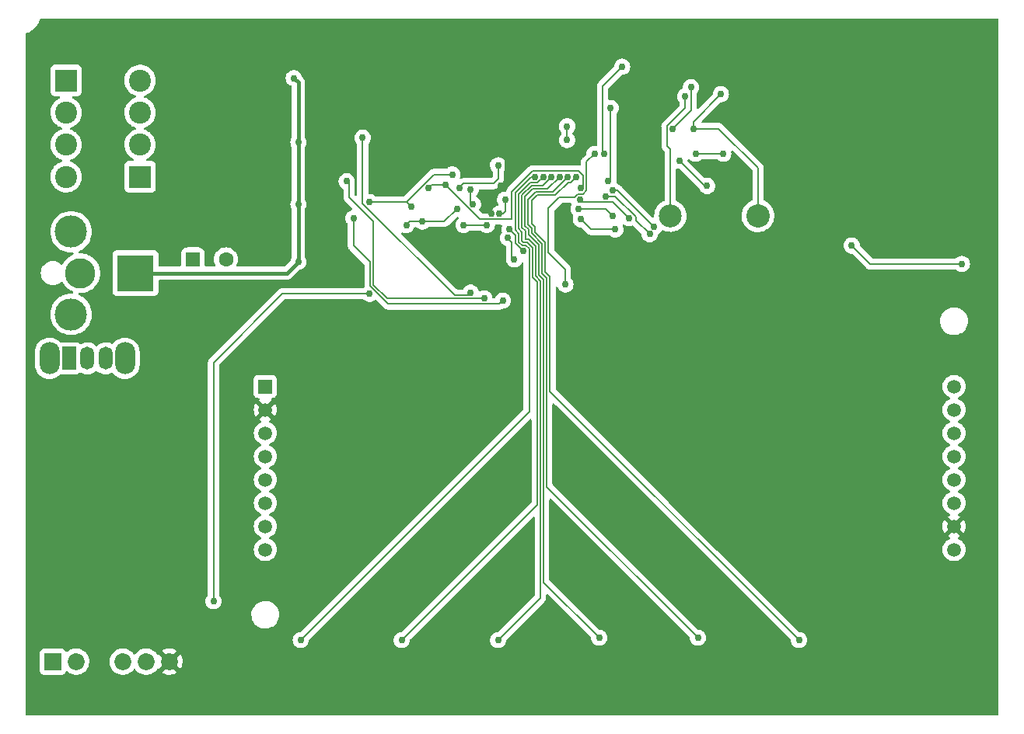
<source format=gbr>
%TF.GenerationSoftware,KiCad,Pcbnew,(6.0.9)*%
%TF.CreationDate,2023-01-24T23:05:38+01:00*%
%TF.ProjectId,Projekt,50726f6a-656b-4742-9e6b-696361645f70,rev?*%
%TF.SameCoordinates,Original*%
%TF.FileFunction,Copper,L2,Bot*%
%TF.FilePolarity,Positive*%
%FSLAX46Y46*%
G04 Gerber Fmt 4.6, Leading zero omitted, Abs format (unit mm)*
G04 Created by KiCad (PCBNEW (6.0.9)) date 2023-01-24 23:05:38*
%MOMM*%
%LPD*%
G01*
G04 APERTURE LIST*
G04 Aperture macros list*
%AMRoundRect*
0 Rectangle with rounded corners*
0 $1 Rounding radius*
0 $2 $3 $4 $5 $6 $7 $8 $9 X,Y pos of 4 corners*
0 Add a 4 corners polygon primitive as box body*
4,1,4,$2,$3,$4,$5,$6,$7,$8,$9,$2,$3,0*
0 Add four circle primitives for the rounded corners*
1,1,$1+$1,$2,$3*
1,1,$1+$1,$4,$5*
1,1,$1+$1,$6,$7*
1,1,$1+$1,$8,$9*
0 Add four rect primitives between the rounded corners*
20,1,$1+$1,$2,$3,$4,$5,0*
20,1,$1+$1,$4,$5,$6,$7,0*
20,1,$1+$1,$6,$7,$8,$9,0*
20,1,$1+$1,$8,$9,$2,$3,0*%
G04 Aperture macros list end*
%TA.AperFunction,ComponentPad*%
%ADD10R,2.400000X2.400000*%
%TD*%
%TA.AperFunction,ComponentPad*%
%ADD11C,2.400000*%
%TD*%
%TA.AperFunction,ComponentPad*%
%ADD12C,2.500000*%
%TD*%
%TA.AperFunction,ComponentPad*%
%ADD13C,2.540000*%
%TD*%
%TA.AperFunction,ComponentPad*%
%ADD14R,1.850000X1.850000*%
%TD*%
%TA.AperFunction,ComponentPad*%
%ADD15C,1.850000*%
%TD*%
%TA.AperFunction,ComponentPad*%
%ADD16RoundRect,0.250000X-0.550000X-0.550000X0.550000X-0.550000X0.550000X0.550000X-0.550000X0.550000X0*%
%TD*%
%TA.AperFunction,ComponentPad*%
%ADD17C,1.600000*%
%TD*%
%TA.AperFunction,ComponentPad*%
%ADD18R,4.000000X4.000000*%
%TD*%
%TA.AperFunction,ComponentPad*%
%ADD19C,3.300000*%
%TD*%
%TA.AperFunction,ComponentPad*%
%ADD20C,3.500000*%
%TD*%
%TA.AperFunction,ComponentPad*%
%ADD21O,2.200000X3.500000*%
%TD*%
%TA.AperFunction,ComponentPad*%
%ADD22R,1.500000X2.500000*%
%TD*%
%TA.AperFunction,ComponentPad*%
%ADD23O,1.500000X2.500000*%
%TD*%
%TA.AperFunction,ComponentPad*%
%ADD24R,1.500000X1.500000*%
%TD*%
%TA.AperFunction,ComponentPad*%
%ADD25C,1.500000*%
%TD*%
%TA.AperFunction,ViaPad*%
%ADD26C,0.750000*%
%TD*%
%TA.AperFunction,Conductor*%
%ADD27C,0.200000*%
%TD*%
%TA.AperFunction,Conductor*%
%ADD28C,0.400000*%
%TD*%
G04 APERTURE END LIST*
D10*
%TO.P,J2,1,Pin_1*%
%TO.N,GND*%
X69950000Y-76250000D03*
D11*
%TO.P,J2,2,Pin_2*%
X69950000Y-79750000D03*
%TO.P,J2,3,Pin_3*%
X69950000Y-83250000D03*
%TO.P,J2,4,Pin_4*%
X69950000Y-86750000D03*
%TD*%
D10*
%TO.P,J1,1,Pin_1*%
%TO.N,/V1*%
X78000000Y-86750000D03*
D11*
%TO.P,J1,2,Pin_2*%
%TO.N,/V2*%
X78000000Y-83250000D03*
%TO.P,J1,3,Pin_3*%
%TO.N,/V3*%
X78000000Y-79750000D03*
%TO.P,J1,4,Pin_4*%
%TO.N,/V4*%
X78000000Y-76250000D03*
%TD*%
D12*
%TO.P,BT1,1,+*%
%TO.N,Net-(BT1-Pad1)*%
X135753395Y-91000000D03*
D13*
%TO.P,BT1,2,-*%
%TO.N,GND*%
X145283395Y-91000000D03*
%TD*%
D14*
%TO.P,PS1,1,+Vin*%
%TO.N,Net-(L1-Pad2)*%
X68500000Y-139605000D03*
D15*
%TO.P,PS1,2,-Vin*%
%TO.N,Net-(C11-Pad2)*%
X71040000Y-139605000D03*
%TO.P,PS1,4,-Vout*%
%TO.N,GND*%
X76120000Y-139605000D03*
%TO.P,PS1,5,0V*%
%TO.N,unconnected-(PS1-Pad5)*%
X78660000Y-139605000D03*
%TO.P,PS1,6,+Vout*%
%TO.N,+3.3V*%
X81200000Y-139605000D03*
%TD*%
D16*
%TO.P,J4,1,Pin_1*%
%TO.N,GND*%
X83750000Y-95755000D03*
D17*
%TO.P,J4,2,Pin_2*%
%TO.N,/ADC1_IN1*%
X87350000Y-95755000D03*
%TD*%
D18*
%TO.P,J5,1*%
%TO.N,+24V*%
X77500000Y-97250000D03*
D19*
%TO.P,J5,2*%
%TO.N,GND*%
X71500000Y-97250000D03*
D20*
%TO.P,J5,MP*%
%TO.N,N/C*%
X70500000Y-101750000D03*
X70500000Y-92750000D03*
%TD*%
D21*
%TO.P,SW7,*%
%TO.N,*%
X68150000Y-106547500D03*
X76350000Y-106547500D03*
D22*
%TO.P,SW7,1,A*%
%TO.N,unconnected-(SW7-Pad1)*%
X70250000Y-106547500D03*
D23*
%TO.P,SW7,2,B*%
%TO.N,+24V*%
X72250000Y-106547500D03*
%TO.P,SW7,3,C*%
%TO.N,/Power supply/VIN*%
X74250000Y-106547500D03*
%TD*%
D24*
%TO.P,U4,1,VSS*%
%TO.N,GND*%
X91642500Y-109610000D03*
D25*
%TO.P,U4,2,VDD*%
%TO.N,+3.3V*%
X91642500Y-112150000D03*
%TO.P,U4,3,VO*%
%TO.N,unconnected-(U4-Pad3)*%
X91642500Y-114690000D03*
%TO.P,U4,4,RS*%
%TO.N,unconnected-(U4-Pad4)*%
X91642500Y-117230000D03*
%TO.P,U4,5,R/W*%
%TO.N,unconnected-(U4-Pad5)*%
X91642500Y-119770000D03*
%TO.P,U4,6,E*%
%TO.N,unconnected-(U4-Pad6)*%
X91642500Y-122310000D03*
%TO.P,U4,7,DB0*%
%TO.N,Net-(U3-Pad4)*%
X91642500Y-124850000D03*
%TO.P,U4,8,DB1*%
%TO.N,Net-(U3-Pad5)*%
X91642500Y-127390000D03*
%TO.P,U4,9,DB2*%
%TO.N,Net-(U3-Pad6)*%
X166642500Y-109610000D03*
%TO.P,U4,10,DB3*%
%TO.N,Net-(U3-Pad7)*%
X166642500Y-112150000D03*
%TO.P,U4,11,DB4*%
%TO.N,Net-(U3-Pad9)*%
X166642500Y-114690000D03*
%TO.P,U4,12,DB5*%
%TO.N,Net-(U3-Pad10)*%
X166642500Y-117230000D03*
%TO.P,U4,13,DB6*%
%TO.N,Net-(U3-Pad11)*%
X166642500Y-119770000D03*
%TO.P,U4,14,DB7*%
%TO.N,Net-(U3-Pad12)*%
X166642500Y-122310000D03*
%TO.P,U4,15,A*%
%TO.N,+3.3V*%
X166642500Y-124850000D03*
%TO.P,U4,16,K*%
%TO.N,GND*%
X166642500Y-127390000D03*
%TD*%
D26*
%TO.N,GND*%
X114000000Y-88124500D03*
X114254339Y-89745661D03*
%TO.N,Net-(BT1-Pad1)*%
X137375500Y-78000000D03*
%TO.N,GND*%
X167500000Y-96250000D03*
X107000000Y-92000000D03*
X108750000Y-91625500D03*
X138250000Y-81500000D03*
X141250000Y-77750000D03*
X112495831Y-90245415D03*
X155500000Y-94250000D03*
%TO.N,Net-(C1-Pad1)*%
X138000000Y-77000000D03*
X136000000Y-81500000D03*
%TO.N,+5V*%
X112750000Y-88000000D03*
X117000000Y-85500000D03*
X86000000Y-133000000D03*
X103000000Y-99500000D03*
%TO.N,+3.3V*%
X157500000Y-91725000D03*
X159500000Y-71000000D03*
X159500000Y-71000000D03*
X116250000Y-90750500D03*
X117250000Y-87750000D03*
X117750000Y-82750000D03*
%TO.N,Net-(D2-Pad2)*%
X113250000Y-92000000D03*
X115750000Y-92000000D03*
%TO.N,/SWCLK*%
X127500000Y-84250000D03*
X124324502Y-98500000D03*
%TO.N,/SWDIO*%
X119750000Y-94874500D03*
X118250000Y-92500000D03*
%TO.N,/NRST*%
X118066589Y-93433411D03*
X117750000Y-89250000D03*
X118750000Y-95750000D03*
X117149502Y-90749900D03*
%TO.N,+24V*%
X94750000Y-76000000D03*
X95250000Y-83000000D03*
X95250000Y-89750000D03*
X95250000Y-96000000D03*
%TO.N,/I2C2_SCL*%
X129250000Y-79250000D03*
X129000000Y-87250000D03*
%TO.N,/Q1*%
X117500000Y-100250000D03*
X101250000Y-91250000D03*
%TO.N,/Q3*%
X102250000Y-82500000D03*
X114000000Y-99375500D03*
%TO.N,/Q2*%
X115500000Y-100000000D03*
X100500000Y-87250000D03*
%TO.N,/Q4*%
X124500000Y-82750000D03*
X124500000Y-81250000D03*
%TO.N,/I2C2_SDA*%
X128500000Y-84250000D03*
X130500000Y-74750000D03*
%TO.N,/USART2_TX*%
X138500000Y-84250000D03*
X131250000Y-91250000D03*
X141500000Y-84250000D03*
X125926892Y-89249500D03*
%TO.N,/USART2_RX*%
X136750000Y-85000000D03*
X139750000Y-87750000D03*
X125750000Y-90250000D03*
X129500000Y-91000000D03*
%TO.N,/ADC1_IN4*%
X126000000Y-91400500D03*
X129750000Y-92500000D03*
%TO.N,/I2C1_SCL*%
X128750000Y-88875500D03*
X133500000Y-93000000D03*
%TO.N,/GPIO_Input*%
X109431250Y-87951928D03*
X126000000Y-88000000D03*
X111250000Y-87624500D03*
%TO.N,/I2C1_SDA*%
X134000000Y-92250000D03*
X129500000Y-88250000D03*
%TO.N,/SW1*%
X121000000Y-86750000D03*
X95500000Y-137250000D03*
%TO.N,/SW2*%
X121899503Y-86750000D03*
X106500000Y-137250000D03*
%TO.N,/SW3*%
X122799006Y-86750000D03*
X117000000Y-137250000D03*
%TO.N,/SW4*%
X128000000Y-137000000D03*
X123698509Y-86750000D03*
%TO.N,/SW5*%
X124598012Y-86750000D03*
X138750000Y-137000000D03*
%TO.N,/SW6*%
X125497515Y-86750000D03*
X149750000Y-137250000D03*
%TO.N,/ADC1_IN1*%
X107500000Y-90000000D03*
X112000000Y-86500000D03*
X103000000Y-89500000D03*
%TD*%
D27*
%TO.N,GND*%
X114000000Y-89491322D02*
X114254339Y-89745661D01*
X114000000Y-88124500D02*
X114000000Y-89491322D01*
%TO.N,+5V*%
X117000000Y-87000000D02*
X117000000Y-85500000D01*
X116500000Y-87500000D02*
X117000000Y-87000000D01*
X113250000Y-87500000D02*
X116500000Y-87500000D01*
X112750000Y-88000000D02*
X113250000Y-87500000D01*
%TO.N,/ADC1_IN1*%
X110000000Y-86500000D02*
X107000000Y-89500000D01*
X112000000Y-86500000D02*
X110000000Y-86500000D01*
%TO.N,GND*%
X112495831Y-90245415D02*
X111115746Y-91625500D01*
X111115746Y-91625500D02*
X108750000Y-91625500D01*
%TO.N,/SWCLK*%
X126625000Y-88258884D02*
X126625000Y-85125000D01*
X126258884Y-88625000D02*
X126625000Y-88258884D01*
X125667508Y-88625000D02*
X126258884Y-88625000D01*
X125292508Y-89000000D02*
X125667508Y-88625000D01*
X122475000Y-94975000D02*
X122475000Y-90189041D01*
X124324502Y-96824502D02*
X122475000Y-94975000D01*
X124324502Y-98500000D02*
X124324502Y-96824502D01*
X126625000Y-85125000D02*
X127500000Y-84250000D01*
X123664041Y-89000000D02*
X125292508Y-89000000D01*
X122475000Y-90189041D02*
X123664041Y-89000000D01*
%TO.N,Net-(BT1-Pad1)*%
X135375000Y-83375000D02*
X135753395Y-83753395D01*
X135375000Y-81241116D02*
X135375000Y-83375000D01*
X137375500Y-78000000D02*
X137375500Y-79240616D01*
X135753395Y-83753395D02*
X135753395Y-91000000D01*
X137375500Y-79240616D02*
X135375000Y-81241116D01*
%TO.N,GND*%
X141000000Y-81500000D02*
X145283395Y-85783395D01*
X138250000Y-80750000D02*
X141250000Y-77750000D01*
X145283395Y-85783395D02*
X145283395Y-91000000D01*
X157500000Y-96250000D02*
X167500000Y-96250000D01*
X155500000Y-94250000D02*
X157500000Y-96250000D01*
X138250000Y-81500000D02*
X138250000Y-80750000D01*
X107374500Y-91625500D02*
X108750000Y-91625500D01*
X138250000Y-81500000D02*
X141000000Y-81500000D01*
X107000000Y-92000000D02*
X107374500Y-91625500D01*
%TO.N,Net-(C1-Pad1)*%
X138000000Y-79500000D02*
X136000000Y-81500000D01*
X138000000Y-77000000D02*
X138000000Y-79500000D01*
%TO.N,+5V*%
X93500000Y-99500000D02*
X86000000Y-107000000D01*
X86000000Y-107000000D02*
X86000000Y-133000000D01*
X103000000Y-99500000D02*
X93500000Y-99500000D01*
%TO.N,+3.3V*%
X116250000Y-88750000D02*
X117250000Y-87750000D01*
X116250000Y-90750500D02*
X116250000Y-88750000D01*
X117750000Y-87250000D02*
X117750000Y-82750000D01*
X117250000Y-87750000D02*
X117750000Y-87250000D01*
%TO.N,Net-(D2-Pad2)*%
X113250000Y-92000000D02*
X115750000Y-92000000D01*
%TO.N,/SWDIO*%
X118250000Y-92500000D02*
X118850000Y-93100000D01*
X118850000Y-93100000D02*
X118850000Y-93974500D01*
X118850000Y-93974500D02*
X119750000Y-94874500D01*
%TO.N,/NRST*%
X117149602Y-90750000D02*
X117149502Y-90749900D01*
X117750000Y-90500000D02*
X117500000Y-90750000D01*
X117500000Y-90750000D02*
X117149602Y-90750000D01*
X118750000Y-95750000D02*
X118500000Y-95500000D01*
X118500000Y-93866822D02*
X118066589Y-93433411D01*
X118500000Y-95500000D02*
X118500000Y-93866822D01*
X117750000Y-89250000D02*
X117750000Y-90500000D01*
D28*
%TO.N,+24V*%
X95250000Y-76500000D02*
X94750000Y-76000000D01*
X95250000Y-96000000D02*
X95250000Y-90000000D01*
X77500000Y-97250000D02*
X94000000Y-97250000D01*
X95250000Y-83000000D02*
X95250000Y-76500000D01*
X94000000Y-97250000D02*
X95250000Y-96000000D01*
X95250000Y-83000000D02*
X95250000Y-89750000D01*
X95250000Y-90000000D02*
X95250000Y-89750000D01*
D27*
%TO.N,/I2C2_SCL*%
X129000000Y-87250000D02*
X129250000Y-87000000D01*
X129250000Y-87000000D02*
X129250000Y-79250000D01*
%TO.N,/Q1*%
X117125000Y-100625000D02*
X117500000Y-100250000D01*
X101250000Y-91250000D02*
X101250000Y-94250000D01*
X105008884Y-100625000D02*
X117125000Y-100625000D01*
X103053858Y-98669974D02*
X105008884Y-100625000D01*
X101250000Y-94250000D02*
X103053858Y-96053858D01*
X103053858Y-96053858D02*
X103053858Y-98669974D01*
%TO.N,/Q3*%
X102250000Y-89633884D02*
X112266116Y-99650000D01*
X102250000Y-82500000D02*
X102250000Y-89633884D01*
X113725500Y-99650000D02*
X114000000Y-99375500D01*
X112266116Y-99650000D02*
X113725500Y-99650000D01*
%TO.N,/Q2*%
X103403858Y-91653858D02*
X103403858Y-98525000D01*
X100750000Y-87500000D02*
X100750000Y-89000000D01*
X100750000Y-89000000D02*
X103403858Y-91653858D01*
X103403858Y-98525000D02*
X104878858Y-100000000D01*
X100500000Y-87250000D02*
X100750000Y-87500000D01*
X104878858Y-100000000D02*
X115500000Y-100000000D01*
%TO.N,/Q4*%
X124500000Y-81250000D02*
X124500000Y-82750000D01*
%TO.N,/I2C2_SDA*%
X128375000Y-84125000D02*
X128500000Y-84250000D01*
X128375000Y-76875000D02*
X128375000Y-84125000D01*
X130500000Y-74750000D02*
X128375000Y-76875000D01*
%TO.N,/USART2_TX*%
X131250000Y-91250000D02*
X129500000Y-89500000D01*
X138500000Y-84250000D02*
X141500000Y-84250000D01*
X129500000Y-89500000D02*
X126177392Y-89500000D01*
X126177392Y-89500000D02*
X125926892Y-89249500D01*
%TO.N,/USART2_RX*%
X139500000Y-87750000D02*
X136750000Y-85000000D01*
X129500000Y-91000000D02*
X128750000Y-90250000D01*
X128750000Y-90250000D02*
X125750000Y-90250000D01*
X139750000Y-87750000D02*
X139500000Y-87750000D01*
%TO.N,/ADC1_IN4*%
X129750000Y-92500000D02*
X127099500Y-92500000D01*
X127099500Y-92500000D02*
X126000000Y-91400500D01*
%TO.N,/I2C1_SCL*%
X133500000Y-93000000D02*
X132000000Y-91500000D01*
X129759384Y-88875500D02*
X128750000Y-88875500D01*
X132000000Y-91116116D02*
X129759384Y-88875500D01*
X132000000Y-91500000D02*
X132000000Y-91116116D01*
%TO.N,/GPIO_Input*%
X126250000Y-86618601D02*
X126250000Y-87750000D01*
X118500000Y-91375000D02*
X118500000Y-88366116D01*
X115000500Y-91375000D02*
X118500000Y-91375000D01*
X118500000Y-88366116D02*
X120741116Y-86125000D01*
X120741116Y-86125000D02*
X125756399Y-86125000D01*
X111250000Y-87624500D02*
X115000500Y-91375000D01*
X125756399Y-86125000D02*
X126250000Y-86618601D01*
X126250000Y-87750000D02*
X126000000Y-88000000D01*
X111250000Y-87624500D02*
X109758678Y-87624500D01*
X109758678Y-87624500D02*
X109431250Y-87951928D01*
%TO.N,/I2C1_SDA*%
X130000000Y-88250000D02*
X129500000Y-88250000D01*
X134000000Y-92250000D02*
X130000000Y-88250000D01*
%TO.N,/SW1*%
X119250000Y-92933885D02*
X118875000Y-92558885D01*
X120008884Y-94249500D02*
X119619974Y-94249500D01*
X119250000Y-93879526D02*
X119250000Y-92933885D01*
X118850000Y-88511090D02*
X120611090Y-86750000D01*
X95500000Y-137250000D02*
X120375000Y-112375000D01*
X120611090Y-86750000D02*
X121000000Y-86750000D01*
X118875000Y-91544975D02*
X118850000Y-91519975D01*
X118875000Y-92558885D02*
X118875000Y-91544975D01*
X120375000Y-94615616D02*
X120008884Y-94249500D01*
X119619974Y-94249500D02*
X119250000Y-93879526D01*
X118850000Y-91519975D02*
X118850000Y-88511090D01*
X120375000Y-112375000D02*
X120375000Y-94615616D01*
%TO.N,/SW2*%
X119600000Y-92788911D02*
X119225000Y-92413911D01*
X106500000Y-137250000D02*
X121250000Y-122500000D01*
X120725000Y-94470642D02*
X120153858Y-93899500D01*
X120725000Y-97719974D02*
X120725000Y-94470642D01*
X119225000Y-92413911D02*
X119225000Y-88631064D01*
X121250000Y-98244974D02*
X120725000Y-97719974D01*
X121250000Y-122500000D02*
X121250000Y-98244974D01*
X119600000Y-93734552D02*
X119600000Y-92788911D01*
X119764948Y-93899500D02*
X119600000Y-93734552D01*
X120153858Y-93899500D02*
X119764948Y-93899500D01*
X121274503Y-87375000D02*
X121899503Y-86750000D01*
X120481064Y-87375000D02*
X121274503Y-87375000D01*
X119225000Y-88631064D02*
X120481064Y-87375000D01*
%TO.N,/SW3*%
X119950000Y-92643937D02*
X119575000Y-92268937D01*
X117000000Y-137250000D02*
X121600000Y-132650000D01*
X120626038Y-87725000D02*
X121824006Y-87725000D01*
X119575000Y-88776038D02*
X120626038Y-87725000D01*
X121075000Y-97575000D02*
X121075000Y-94325668D01*
X121600000Y-132650000D02*
X121600000Y-98100000D01*
X119950000Y-93549500D02*
X119950000Y-92643937D01*
X121600000Y-98100000D02*
X121075000Y-97575000D01*
X119575000Y-92268937D02*
X119575000Y-88776038D01*
X120298832Y-93549500D02*
X119950000Y-93549500D01*
X121075000Y-94325668D02*
X120298832Y-93549500D01*
X121824006Y-87725000D02*
X122799006Y-86750000D01*
%TO.N,/SW4*%
X119925000Y-92123963D02*
X119925000Y-88921012D01*
X121425000Y-97430026D02*
X121425000Y-94180694D01*
X121425000Y-94180694D02*
X120300000Y-93055694D01*
X122373509Y-88075000D02*
X123698509Y-86750000D01*
X121950000Y-97955026D02*
X121425000Y-97430026D01*
X120771012Y-88075000D02*
X122373509Y-88075000D01*
X120300000Y-92498963D02*
X119925000Y-92123963D01*
X120300000Y-93055694D02*
X120300000Y-92498963D01*
X128000000Y-137000000D02*
X121950000Y-130950000D01*
X119925000Y-88921012D02*
X120771012Y-88075000D01*
X121950000Y-130950000D02*
X121950000Y-97955026D01*
%TO.N,/SW5*%
X122300000Y-120550000D02*
X122300000Y-97810052D01*
X121775000Y-94035720D02*
X120650000Y-92910720D01*
X122300000Y-97810052D02*
X121775000Y-97285052D01*
X138750000Y-137000000D02*
X122300000Y-120550000D01*
X121775000Y-97285052D02*
X121775000Y-94035720D01*
X120275000Y-91978989D02*
X120275000Y-89225000D01*
X121075000Y-88425000D02*
X122923012Y-88425000D01*
X122923012Y-88425000D02*
X124598012Y-86750000D01*
X120275000Y-89225000D02*
X121075000Y-88425000D01*
X120650000Y-92910720D02*
X120650000Y-92353989D01*
X120650000Y-92353989D02*
X120275000Y-91978989D01*
%TO.N,/SW6*%
X122650000Y-97665077D02*
X122125000Y-97140078D01*
X125223012Y-86775745D02*
X125248757Y-86750000D01*
X122650000Y-110150000D02*
X122650000Y-97665077D01*
X125223012Y-87008884D02*
X125223012Y-86775745D01*
X124856896Y-87375000D02*
X125223012Y-87008884D01*
X121000000Y-92765746D02*
X121000000Y-92209015D01*
X122125000Y-97140078D02*
X122125000Y-93890746D01*
X120625000Y-89369974D02*
X121219974Y-88775000D01*
X124623757Y-87375000D02*
X124856896Y-87375000D01*
X121000000Y-92209015D02*
X120625000Y-91834015D01*
X123223757Y-88775000D02*
X124623757Y-87375000D01*
X120625000Y-91834015D02*
X120625000Y-89369974D01*
X125248757Y-86750000D02*
X125497515Y-86750000D01*
X122125000Y-93890746D02*
X121000000Y-92765746D01*
X149750000Y-137250000D02*
X122650000Y-110150000D01*
X121219974Y-88775000D02*
X123223757Y-88775000D01*
%TO.N,/ADC1_IN1*%
X103000000Y-89500000D02*
X107000000Y-89500000D01*
X107000000Y-89500000D02*
X107500000Y-90000000D01*
%TD*%
%TA.AperFunction,Conductor*%
%TO.N,+3.3V*%
G36*
X171433621Y-69528502D02*
G01*
X171480114Y-69582158D01*
X171491500Y-69634500D01*
X171491500Y-145365500D01*
X171471498Y-145433621D01*
X171417842Y-145480114D01*
X171365500Y-145491500D01*
X65634500Y-145491500D01*
X65566379Y-145471498D01*
X65519886Y-145417842D01*
X65508500Y-145365500D01*
X65508500Y-140578134D01*
X67066500Y-140578134D01*
X67073255Y-140640316D01*
X67124385Y-140776705D01*
X67211739Y-140893261D01*
X67328295Y-140980615D01*
X67464684Y-141031745D01*
X67526866Y-141038500D01*
X69473134Y-141038500D01*
X69535316Y-141031745D01*
X69671705Y-140980615D01*
X69788261Y-140893261D01*
X69875615Y-140776705D01*
X69892103Y-140732724D01*
X69934744Y-140675959D01*
X70001306Y-140651259D01*
X70070655Y-140666466D01*
X70090569Y-140680008D01*
X70214960Y-140783279D01*
X70219412Y-140785881D01*
X70219417Y-140785884D01*
X70413245Y-140899148D01*
X70418482Y-140902208D01*
X70638696Y-140986299D01*
X70643762Y-140987330D01*
X70643763Y-140987330D01*
X70746611Y-141008254D01*
X70869686Y-141033294D01*
X71001595Y-141038131D01*
X71100087Y-141041743D01*
X71100091Y-141041743D01*
X71105251Y-141041932D01*
X71110371Y-141041276D01*
X71110373Y-141041276D01*
X71206427Y-141028971D01*
X71339063Y-141011980D01*
X71344012Y-141010495D01*
X71344018Y-141010494D01*
X71475465Y-140971058D01*
X71564844Y-140944243D01*
X71776529Y-140840539D01*
X71780732Y-140837541D01*
X71780737Y-140837538D01*
X71964231Y-140706653D01*
X71964233Y-140706651D01*
X71968435Y-140703654D01*
X72135407Y-140537264D01*
X72149858Y-140517154D01*
X72269943Y-140350037D01*
X72272961Y-140345837D01*
X72377403Y-140134515D01*
X72445928Y-139908972D01*
X72446617Y-139903740D01*
X72476259Y-139678587D01*
X72476259Y-139678583D01*
X72476696Y-139675266D01*
X72478413Y-139605000D01*
X72475524Y-139569856D01*
X74682016Y-139569856D01*
X74682313Y-139575008D01*
X74682313Y-139575012D01*
X74695288Y-139800029D01*
X74695289Y-139800035D01*
X74695586Y-139805188D01*
X74696723Y-139810232D01*
X74732624Y-139969539D01*
X74747408Y-140035144D01*
X74749352Y-140039930D01*
X74749353Y-140039935D01*
X74789568Y-140138972D01*
X74836093Y-140253548D01*
X74959258Y-140454535D01*
X75113595Y-140632707D01*
X75234066Y-140732724D01*
X75287042Y-140776705D01*
X75294960Y-140783279D01*
X75299412Y-140785881D01*
X75299417Y-140785884D01*
X75493245Y-140899148D01*
X75498482Y-140902208D01*
X75718696Y-140986299D01*
X75723762Y-140987330D01*
X75723763Y-140987330D01*
X75826611Y-141008254D01*
X75949686Y-141033294D01*
X76081595Y-141038131D01*
X76180087Y-141041743D01*
X76180091Y-141041743D01*
X76185251Y-141041932D01*
X76190371Y-141041276D01*
X76190373Y-141041276D01*
X76286427Y-141028971D01*
X76419063Y-141011980D01*
X76424012Y-141010495D01*
X76424018Y-141010494D01*
X76555465Y-140971058D01*
X76644844Y-140944243D01*
X76856529Y-140840539D01*
X76860732Y-140837541D01*
X76860737Y-140837538D01*
X77044231Y-140706653D01*
X77044233Y-140706651D01*
X77048435Y-140703654D01*
X77215407Y-140537264D01*
X77229858Y-140517154D01*
X77285303Y-140439993D01*
X77341298Y-140396345D01*
X77412001Y-140389899D01*
X77474966Y-140422702D01*
X77495054Y-140447676D01*
X77496550Y-140450117D01*
X77499258Y-140454535D01*
X77653595Y-140632707D01*
X77774066Y-140732724D01*
X77827042Y-140776705D01*
X77834960Y-140783279D01*
X77839412Y-140785881D01*
X77839417Y-140785884D01*
X78033245Y-140899148D01*
X78038482Y-140902208D01*
X78258696Y-140986299D01*
X78263762Y-140987330D01*
X78263763Y-140987330D01*
X78366611Y-141008254D01*
X78489686Y-141033294D01*
X78621595Y-141038131D01*
X78720087Y-141041743D01*
X78720091Y-141041743D01*
X78725251Y-141041932D01*
X78730371Y-141041276D01*
X78730373Y-141041276D01*
X78826427Y-141028971D01*
X78959063Y-141011980D01*
X78964012Y-141010495D01*
X78964018Y-141010494D01*
X79095465Y-140971058D01*
X79184844Y-140944243D01*
X79396529Y-140840539D01*
X79400732Y-140837541D01*
X79400737Y-140837538D01*
X79474836Y-140784684D01*
X80385146Y-140784684D01*
X80390427Y-140791738D01*
X80574238Y-140899148D01*
X80583525Y-140903598D01*
X80794005Y-140983972D01*
X80803903Y-140986848D01*
X81024685Y-141031766D01*
X81034913Y-141032985D01*
X81260064Y-141041242D01*
X81270350Y-141040775D01*
X81493831Y-141012146D01*
X81503909Y-141010004D01*
X81719707Y-140945261D01*
X81729305Y-140941499D01*
X81931637Y-140842379D01*
X81940475Y-140837110D01*
X82003021Y-140792497D01*
X82011421Y-140781798D01*
X82004432Y-140768642D01*
X81212812Y-139977022D01*
X81198868Y-139969408D01*
X81197035Y-139969539D01*
X81190420Y-139973790D01*
X80391906Y-140772304D01*
X80385146Y-140784684D01*
X79474836Y-140784684D01*
X79584231Y-140706653D01*
X79584233Y-140706651D01*
X79588435Y-140703654D01*
X79755407Y-140537264D01*
X79758423Y-140533067D01*
X79758430Y-140533059D01*
X79830053Y-140433385D01*
X79886047Y-140389737D01*
X79956751Y-140383291D01*
X80016908Y-140413475D01*
X80022376Y-140418422D01*
X80031151Y-140414639D01*
X80827978Y-139617812D01*
X80834356Y-139606132D01*
X81564408Y-139606132D01*
X81564539Y-139607965D01*
X81568790Y-139614580D01*
X82364216Y-140410006D01*
X82376226Y-140416564D01*
X82387966Y-140407596D01*
X82429511Y-140349780D01*
X82434821Y-140340943D01*
X82534642Y-140138972D01*
X82538440Y-140129379D01*
X82603935Y-139913810D01*
X82606112Y-139903740D01*
X82635757Y-139678564D01*
X82636276Y-139671889D01*
X82637829Y-139608364D01*
X82637635Y-139601646D01*
X82619027Y-139375313D01*
X82617342Y-139365133D01*
X82562456Y-139146623D01*
X82559136Y-139136872D01*
X82469296Y-138930251D01*
X82464430Y-138921176D01*
X82387304Y-138801959D01*
X82376618Y-138792755D01*
X82367051Y-138797159D01*
X81572022Y-139592188D01*
X81564408Y-139606132D01*
X80834356Y-139606132D01*
X80835592Y-139603868D01*
X80835461Y-139602035D01*
X80831210Y-139595420D01*
X80035875Y-138800085D01*
X80024338Y-138793785D01*
X80012316Y-138803204D01*
X79946357Y-138829471D01*
X79876668Y-138815908D01*
X79828817Y-138772460D01*
X79824979Y-138766527D01*
X79799640Y-138727359D01*
X79774543Y-138699777D01*
X79644473Y-138556833D01*
X79644471Y-138556832D01*
X79640995Y-138553011D01*
X79636944Y-138549812D01*
X79636940Y-138549808D01*
X79482522Y-138427856D01*
X80387652Y-138427856D01*
X80394398Y-138440188D01*
X81187188Y-139232978D01*
X81201132Y-139240592D01*
X81202965Y-139240461D01*
X81209580Y-139236210D01*
X82006790Y-138439000D01*
X82013811Y-138426143D01*
X82006038Y-138415475D01*
X81999786Y-138410538D01*
X81991205Y-138404836D01*
X81793955Y-138295948D01*
X81784560Y-138291727D01*
X81572180Y-138216519D01*
X81562217Y-138213887D01*
X81340407Y-138174376D01*
X81330156Y-138173407D01*
X81104866Y-138170655D01*
X81094582Y-138171375D01*
X80871879Y-138205453D01*
X80861852Y-138207842D01*
X80647705Y-138277836D01*
X80638196Y-138281833D01*
X80438360Y-138385861D01*
X80429635Y-138391355D01*
X80396106Y-138416530D01*
X80387652Y-138427856D01*
X79482522Y-138427856D01*
X79460061Y-138410117D01*
X79460057Y-138410115D01*
X79456006Y-138406915D01*
X79249639Y-138292995D01*
X79244770Y-138291271D01*
X79244766Y-138291269D01*
X79032311Y-138216035D01*
X79032307Y-138216034D01*
X79027436Y-138214309D01*
X79022343Y-138213402D01*
X79022340Y-138213401D01*
X78800456Y-138173877D01*
X78800450Y-138173876D01*
X78795367Y-138172971D01*
X78704523Y-138171861D01*
X78564830Y-138170154D01*
X78564828Y-138170154D01*
X78559661Y-138170091D01*
X78326651Y-138205747D01*
X78102593Y-138278980D01*
X77893504Y-138387825D01*
X77889371Y-138390928D01*
X77889368Y-138390930D01*
X77746031Y-138498551D01*
X77705000Y-138529358D01*
X77542143Y-138699777D01*
X77539231Y-138704046D01*
X77539225Y-138704054D01*
X77494859Y-138769091D01*
X77439948Y-138814094D01*
X77369423Y-138822265D01*
X77305676Y-138791011D01*
X77284979Y-138766527D01*
X77262450Y-138731702D01*
X77262447Y-138731699D01*
X77259640Y-138727359D01*
X77234543Y-138699777D01*
X77104473Y-138556833D01*
X77104471Y-138556832D01*
X77100995Y-138553011D01*
X77096944Y-138549812D01*
X77096940Y-138549808D01*
X76920061Y-138410117D01*
X76920057Y-138410115D01*
X76916006Y-138406915D01*
X76709639Y-138292995D01*
X76704770Y-138291271D01*
X76704766Y-138291269D01*
X76492311Y-138216035D01*
X76492307Y-138216034D01*
X76487436Y-138214309D01*
X76482343Y-138213402D01*
X76482340Y-138213401D01*
X76260456Y-138173877D01*
X76260450Y-138173876D01*
X76255367Y-138172971D01*
X76164523Y-138171861D01*
X76024830Y-138170154D01*
X76024828Y-138170154D01*
X76019661Y-138170091D01*
X75786651Y-138205747D01*
X75562593Y-138278980D01*
X75353504Y-138387825D01*
X75349371Y-138390928D01*
X75349368Y-138390930D01*
X75206031Y-138498551D01*
X75165000Y-138529358D01*
X75002143Y-138699777D01*
X74869307Y-138894508D01*
X74867133Y-138899192D01*
X74867131Y-138899195D01*
X74852716Y-138930251D01*
X74770059Y-139108319D01*
X74707065Y-139335468D01*
X74682016Y-139569856D01*
X72475524Y-139569856D01*
X72472017Y-139527201D01*
X72459522Y-139375221D01*
X72459521Y-139375215D01*
X72459098Y-139370070D01*
X72401673Y-139141449D01*
X72307678Y-138925277D01*
X72179640Y-138727359D01*
X72154543Y-138699777D01*
X72024473Y-138556833D01*
X72024471Y-138556832D01*
X72020995Y-138553011D01*
X72016944Y-138549812D01*
X72016940Y-138549808D01*
X71840061Y-138410117D01*
X71840057Y-138410115D01*
X71836006Y-138406915D01*
X71629639Y-138292995D01*
X71624770Y-138291271D01*
X71624766Y-138291269D01*
X71412311Y-138216035D01*
X71412307Y-138216034D01*
X71407436Y-138214309D01*
X71402343Y-138213402D01*
X71402340Y-138213401D01*
X71180456Y-138173877D01*
X71180450Y-138173876D01*
X71175367Y-138172971D01*
X71084523Y-138171861D01*
X70944830Y-138170154D01*
X70944828Y-138170154D01*
X70939661Y-138170091D01*
X70706651Y-138205747D01*
X70482593Y-138278980D01*
X70273504Y-138387825D01*
X70269371Y-138390928D01*
X70269368Y-138390930D01*
X70085000Y-138529358D01*
X70083636Y-138527541D01*
X70028012Y-138553720D01*
X69957627Y-138544424D01*
X69903441Y-138498551D01*
X69890667Y-138473446D01*
X69878768Y-138441705D01*
X69878767Y-138441703D01*
X69875615Y-138433295D01*
X69788261Y-138316739D01*
X69671705Y-138229385D01*
X69535316Y-138178255D01*
X69473134Y-138171500D01*
X67526866Y-138171500D01*
X67464684Y-138178255D01*
X67328295Y-138229385D01*
X67211739Y-138316739D01*
X67124385Y-138433295D01*
X67073255Y-138569684D01*
X67066500Y-138631866D01*
X67066500Y-140578134D01*
X65508500Y-140578134D01*
X65508500Y-134552817D01*
X90130014Y-134552817D01*
X90130595Y-134557837D01*
X90130595Y-134557841D01*
X90146423Y-134694631D01*
X90157915Y-134793956D01*
X90159291Y-134798820D01*
X90159292Y-134798823D01*
X90204976Y-134960266D01*
X90224010Y-135027532D01*
X90226144Y-135032108D01*
X90226146Y-135032114D01*
X90282946Y-135153922D01*
X90326599Y-135247536D01*
X90463044Y-135448307D01*
X90629832Y-135624681D01*
X90633858Y-135627759D01*
X90633859Y-135627760D01*
X90818654Y-135769047D01*
X90818658Y-135769050D01*
X90822674Y-135772120D01*
X91036609Y-135886831D01*
X91266131Y-135965862D01*
X91365478Y-135983022D01*
X91501426Y-136006504D01*
X91501432Y-136006505D01*
X91505336Y-136007179D01*
X91509297Y-136007359D01*
X91509298Y-136007359D01*
X91533006Y-136008436D01*
X91533025Y-136008436D01*
X91534425Y-136008500D01*
X91703501Y-136008500D01*
X91706009Y-136008298D01*
X91706014Y-136008298D01*
X91879424Y-135994346D01*
X91879429Y-135994345D01*
X91884465Y-135993940D01*
X91889373Y-135992734D01*
X91889376Y-135992734D01*
X92115292Y-135937244D01*
X92120206Y-135936037D01*
X92124858Y-135934062D01*
X92124862Y-135934061D01*
X92338998Y-135843165D01*
X92343656Y-135841188D01*
X92449537Y-135774511D01*
X92544788Y-135714528D01*
X92544791Y-135714526D01*
X92549067Y-135711833D01*
X92647922Y-135624681D01*
X92727358Y-135554650D01*
X92727361Y-135554647D01*
X92731155Y-135551302D01*
X92885234Y-135363722D01*
X93007341Y-135153922D01*
X93094333Y-134927298D01*
X93143974Y-134689680D01*
X93154986Y-134447183D01*
X93139735Y-134315373D01*
X93127667Y-134211071D01*
X93127666Y-134211067D01*
X93127085Y-134206044D01*
X93088017Y-134067978D01*
X93062366Y-133977331D01*
X93060990Y-133972468D01*
X93058856Y-133967892D01*
X93058854Y-133967886D01*
X92960538Y-133757046D01*
X92960536Y-133757042D01*
X92958401Y-133752464D01*
X92821956Y-133551693D01*
X92655168Y-133375319D01*
X92644358Y-133367054D01*
X92466346Y-133230953D01*
X92466342Y-133230950D01*
X92462326Y-133227880D01*
X92381800Y-133184702D01*
X92252852Y-133115561D01*
X92248391Y-133113169D01*
X92018869Y-133034138D01*
X91919522Y-133016978D01*
X91783574Y-132993496D01*
X91783568Y-132993495D01*
X91779664Y-132992821D01*
X91775703Y-132992641D01*
X91775702Y-132992641D01*
X91751994Y-132991564D01*
X91751975Y-132991564D01*
X91750575Y-132991500D01*
X91581499Y-132991500D01*
X91578991Y-132991702D01*
X91578986Y-132991702D01*
X91405576Y-133005654D01*
X91405571Y-133005655D01*
X91400535Y-133006060D01*
X91395627Y-133007266D01*
X91395624Y-133007266D01*
X91169708Y-133062756D01*
X91164794Y-133063963D01*
X91160142Y-133065938D01*
X91160138Y-133065939D01*
X91071773Y-133103448D01*
X90941344Y-133158812D01*
X90937060Y-133161510D01*
X90740212Y-133285472D01*
X90740209Y-133285474D01*
X90735933Y-133288167D01*
X90732139Y-133291512D01*
X90557642Y-133445350D01*
X90557639Y-133445353D01*
X90553845Y-133448698D01*
X90550635Y-133452606D01*
X90550634Y-133452607D01*
X90493496Y-133522169D01*
X90399766Y-133636278D01*
X90277659Y-133846078D01*
X90190667Y-134072702D01*
X90141026Y-134310320D01*
X90130014Y-134552817D01*
X65508500Y-134552817D01*
X65508500Y-133000000D01*
X85111633Y-133000000D01*
X85131046Y-133184702D01*
X85188436Y-133361331D01*
X85191739Y-133367053D01*
X85191740Y-133367054D01*
X85224568Y-133423914D01*
X85281296Y-133522169D01*
X85405566Y-133660185D01*
X85410908Y-133664066D01*
X85410910Y-133664068D01*
X85550474Y-133765467D01*
X85555816Y-133769348D01*
X85561844Y-133772032D01*
X85561846Y-133772033D01*
X85718343Y-133841710D01*
X85725479Y-133844887D01*
X85816310Y-133864194D01*
X85900683Y-133882128D01*
X85900687Y-133882128D01*
X85907140Y-133883500D01*
X86092860Y-133883500D01*
X86099313Y-133882128D01*
X86099317Y-133882128D01*
X86183690Y-133864194D01*
X86274521Y-133844887D01*
X86281657Y-133841710D01*
X86438154Y-133772033D01*
X86438156Y-133772032D01*
X86444184Y-133769348D01*
X86449526Y-133765467D01*
X86589090Y-133664068D01*
X86589092Y-133664066D01*
X86594434Y-133660185D01*
X86718704Y-133522169D01*
X86775432Y-133423914D01*
X86808260Y-133367054D01*
X86808261Y-133367053D01*
X86811564Y-133361331D01*
X86868954Y-133184702D01*
X86888367Y-133000000D01*
X86884401Y-132962263D01*
X86869644Y-132821862D01*
X86869644Y-132821861D01*
X86868954Y-132815298D01*
X86864199Y-132800662D01*
X86813606Y-132644954D01*
X86811564Y-132638669D01*
X86718704Y-132477831D01*
X86640864Y-132391381D01*
X86610147Y-132327374D01*
X86608500Y-132307071D01*
X86608500Y-127390000D01*
X90379193Y-127390000D01*
X90398385Y-127609371D01*
X90455380Y-127822076D01*
X90457705Y-127827061D01*
X90546118Y-128016666D01*
X90546121Y-128016671D01*
X90548444Y-128021653D01*
X90674751Y-128202038D01*
X90830462Y-128357749D01*
X91010846Y-128484056D01*
X91210424Y-128577120D01*
X91423129Y-128634115D01*
X91642500Y-128653307D01*
X91861871Y-128634115D01*
X92074576Y-128577120D01*
X92274154Y-128484056D01*
X92454538Y-128357749D01*
X92610249Y-128202038D01*
X92736556Y-128021653D01*
X92738879Y-128016671D01*
X92738882Y-128016666D01*
X92827295Y-127827061D01*
X92829620Y-127822076D01*
X92886615Y-127609371D01*
X92905807Y-127390000D01*
X92886615Y-127170629D01*
X92829620Y-126957924D01*
X92786085Y-126864562D01*
X92738882Y-126763334D01*
X92738879Y-126763329D01*
X92736556Y-126758347D01*
X92610249Y-126577962D01*
X92454538Y-126422251D01*
X92274154Y-126295944D01*
X92269172Y-126293621D01*
X92269167Y-126293618D01*
X92141732Y-126234195D01*
X92088447Y-126187278D01*
X92068986Y-126119001D01*
X92089528Y-126051041D01*
X92141732Y-126005805D01*
X92269167Y-125946382D01*
X92269172Y-125946379D01*
X92274154Y-125944056D01*
X92454538Y-125817749D01*
X92610249Y-125662038D01*
X92704700Y-125527149D01*
X92733399Y-125486162D01*
X92733400Y-125486160D01*
X92736556Y-125481653D01*
X92738879Y-125476671D01*
X92738882Y-125476666D01*
X92827295Y-125287061D01*
X92829620Y-125282076D01*
X92886615Y-125069371D01*
X92905807Y-124850000D01*
X92886615Y-124630629D01*
X92829620Y-124417924D01*
X92738998Y-124223583D01*
X92738882Y-124223334D01*
X92738879Y-124223329D01*
X92736556Y-124218347D01*
X92705286Y-124173689D01*
X92613408Y-124042473D01*
X92613406Y-124042470D01*
X92610249Y-124037962D01*
X92454538Y-123882251D01*
X92385835Y-123834144D01*
X92344474Y-123805183D01*
X92274154Y-123755944D01*
X92269172Y-123753621D01*
X92269167Y-123753618D01*
X92141732Y-123694195D01*
X92088447Y-123647278D01*
X92068986Y-123579001D01*
X92089528Y-123511041D01*
X92141732Y-123465805D01*
X92269167Y-123406382D01*
X92269172Y-123406379D01*
X92274154Y-123404056D01*
X92454538Y-123277749D01*
X92610249Y-123122038D01*
X92736556Y-122941653D01*
X92738879Y-122936671D01*
X92738882Y-122936666D01*
X92827295Y-122747061D01*
X92829620Y-122742076D01*
X92886615Y-122529371D01*
X92905807Y-122310000D01*
X92886615Y-122090629D01*
X92829620Y-121877924D01*
X92786085Y-121784562D01*
X92738882Y-121683334D01*
X92738879Y-121683329D01*
X92736556Y-121678347D01*
X92733399Y-121673838D01*
X92613408Y-121502473D01*
X92613406Y-121502470D01*
X92610249Y-121497962D01*
X92454538Y-121342251D01*
X92274154Y-121215944D01*
X92269172Y-121213621D01*
X92269167Y-121213618D01*
X92141732Y-121154195D01*
X92088447Y-121107278D01*
X92068986Y-121039001D01*
X92089528Y-120971041D01*
X92141732Y-120925805D01*
X92269167Y-120866382D01*
X92269172Y-120866379D01*
X92274154Y-120864056D01*
X92454538Y-120737749D01*
X92610249Y-120582038D01*
X92736556Y-120401653D01*
X92738879Y-120396671D01*
X92738882Y-120396666D01*
X92827295Y-120207061D01*
X92829620Y-120202076D01*
X92886615Y-119989371D01*
X92905807Y-119770000D01*
X92886615Y-119550629D01*
X92829620Y-119337924D01*
X92786085Y-119244562D01*
X92738882Y-119143334D01*
X92738879Y-119143329D01*
X92736556Y-119138347D01*
X92610249Y-118957962D01*
X92454538Y-118802251D01*
X92274154Y-118675944D01*
X92269172Y-118673621D01*
X92269167Y-118673618D01*
X92141732Y-118614195D01*
X92088447Y-118567278D01*
X92068986Y-118499001D01*
X92089528Y-118431041D01*
X92141732Y-118385805D01*
X92269167Y-118326382D01*
X92269172Y-118326379D01*
X92274154Y-118324056D01*
X92454538Y-118197749D01*
X92610249Y-118042038D01*
X92736556Y-117861653D01*
X92738879Y-117856671D01*
X92738882Y-117856666D01*
X92827295Y-117667061D01*
X92829620Y-117662076D01*
X92886615Y-117449371D01*
X92905807Y-117230000D01*
X92886615Y-117010629D01*
X92829620Y-116797924D01*
X92786085Y-116704562D01*
X92738882Y-116603334D01*
X92738879Y-116603329D01*
X92736556Y-116598347D01*
X92610249Y-116417962D01*
X92454538Y-116262251D01*
X92274154Y-116135944D01*
X92269172Y-116133621D01*
X92269167Y-116133618D01*
X92141732Y-116074195D01*
X92088447Y-116027278D01*
X92068986Y-115959001D01*
X92089528Y-115891041D01*
X92141732Y-115845805D01*
X92269167Y-115786382D01*
X92269172Y-115786379D01*
X92274154Y-115784056D01*
X92454538Y-115657749D01*
X92610249Y-115502038D01*
X92736556Y-115321653D01*
X92738879Y-115316671D01*
X92738882Y-115316666D01*
X92827295Y-115127061D01*
X92829620Y-115122076D01*
X92886615Y-114909371D01*
X92905807Y-114690000D01*
X92886615Y-114470629D01*
X92829620Y-114257924D01*
X92786085Y-114164562D01*
X92738882Y-114063334D01*
X92738879Y-114063329D01*
X92736556Y-114058347D01*
X92610249Y-113877962D01*
X92454538Y-113722251D01*
X92274154Y-113595944D01*
X92269172Y-113593621D01*
X92269167Y-113593618D01*
X92141141Y-113533919D01*
X92087856Y-113487002D01*
X92068395Y-113418724D01*
X92088937Y-113350764D01*
X92141141Y-113305529D01*
X92268916Y-113245947D01*
X92278412Y-113240464D01*
X92319648Y-113211590D01*
X92328023Y-113201112D01*
X92320957Y-113187668D01*
X91655311Y-112522021D01*
X91641368Y-112514408D01*
X91639534Y-112514539D01*
X91632920Y-112518790D01*
X90963320Y-113188391D01*
X90956893Y-113200161D01*
X90966187Y-113212175D01*
X91006588Y-113240464D01*
X91016084Y-113245947D01*
X91143859Y-113305529D01*
X91197144Y-113352446D01*
X91216605Y-113420724D01*
X91196063Y-113488684D01*
X91143859Y-113533919D01*
X91015834Y-113593618D01*
X91015829Y-113593621D01*
X91010847Y-113595944D01*
X91006340Y-113599100D01*
X91006338Y-113599101D01*
X90834973Y-113719092D01*
X90834970Y-113719094D01*
X90830462Y-113722251D01*
X90674751Y-113877962D01*
X90548444Y-114058347D01*
X90546121Y-114063329D01*
X90546118Y-114063334D01*
X90498915Y-114164562D01*
X90455380Y-114257924D01*
X90398385Y-114470629D01*
X90379193Y-114690000D01*
X90398385Y-114909371D01*
X90455380Y-115122076D01*
X90457705Y-115127061D01*
X90546118Y-115316666D01*
X90546121Y-115316671D01*
X90548444Y-115321653D01*
X90674751Y-115502038D01*
X90830462Y-115657749D01*
X91010846Y-115784056D01*
X91015828Y-115786379D01*
X91015833Y-115786382D01*
X91143268Y-115845805D01*
X91196553Y-115892722D01*
X91216014Y-115960999D01*
X91195472Y-116028959D01*
X91143268Y-116074195D01*
X91015834Y-116133618D01*
X91015829Y-116133621D01*
X91010847Y-116135944D01*
X91006340Y-116139100D01*
X91006338Y-116139101D01*
X90834973Y-116259092D01*
X90834970Y-116259094D01*
X90830462Y-116262251D01*
X90674751Y-116417962D01*
X90548444Y-116598347D01*
X90546121Y-116603329D01*
X90546118Y-116603334D01*
X90498915Y-116704562D01*
X90455380Y-116797924D01*
X90398385Y-117010629D01*
X90379193Y-117230000D01*
X90398385Y-117449371D01*
X90455380Y-117662076D01*
X90457705Y-117667061D01*
X90546118Y-117856666D01*
X90546121Y-117856671D01*
X90548444Y-117861653D01*
X90674751Y-118042038D01*
X90830462Y-118197749D01*
X91010846Y-118324056D01*
X91015828Y-118326379D01*
X91015833Y-118326382D01*
X91143268Y-118385805D01*
X91196553Y-118432722D01*
X91216014Y-118500999D01*
X91195472Y-118568959D01*
X91143268Y-118614195D01*
X91015834Y-118673618D01*
X91015829Y-118673621D01*
X91010847Y-118675944D01*
X91006340Y-118679100D01*
X91006338Y-118679101D01*
X90834973Y-118799092D01*
X90834970Y-118799094D01*
X90830462Y-118802251D01*
X90674751Y-118957962D01*
X90548444Y-119138347D01*
X90546121Y-119143329D01*
X90546118Y-119143334D01*
X90498915Y-119244562D01*
X90455380Y-119337924D01*
X90398385Y-119550629D01*
X90379193Y-119770000D01*
X90398385Y-119989371D01*
X90455380Y-120202076D01*
X90457705Y-120207061D01*
X90546118Y-120396666D01*
X90546121Y-120396671D01*
X90548444Y-120401653D01*
X90674751Y-120582038D01*
X90830462Y-120737749D01*
X91010846Y-120864056D01*
X91015828Y-120866379D01*
X91015833Y-120866382D01*
X91143268Y-120925805D01*
X91196553Y-120972722D01*
X91216014Y-121040999D01*
X91195472Y-121108959D01*
X91143268Y-121154195D01*
X91015834Y-121213618D01*
X91015829Y-121213621D01*
X91010847Y-121215944D01*
X91006340Y-121219100D01*
X91006338Y-121219101D01*
X90834973Y-121339092D01*
X90834970Y-121339094D01*
X90830462Y-121342251D01*
X90674751Y-121497962D01*
X90671594Y-121502470D01*
X90671592Y-121502473D01*
X90551601Y-121673838D01*
X90548444Y-121678347D01*
X90546121Y-121683329D01*
X90546118Y-121683334D01*
X90498915Y-121784562D01*
X90455380Y-121877924D01*
X90398385Y-122090629D01*
X90379193Y-122310000D01*
X90398385Y-122529371D01*
X90455380Y-122742076D01*
X90457705Y-122747061D01*
X90546118Y-122936666D01*
X90546121Y-122936671D01*
X90548444Y-122941653D01*
X90674751Y-123122038D01*
X90830462Y-123277749D01*
X91010846Y-123404056D01*
X91015828Y-123406379D01*
X91015833Y-123406382D01*
X91143268Y-123465805D01*
X91196553Y-123512722D01*
X91216014Y-123580999D01*
X91195472Y-123648959D01*
X91143268Y-123694195D01*
X91015834Y-123753618D01*
X91015829Y-123753621D01*
X91010847Y-123755944D01*
X91006340Y-123759100D01*
X91006338Y-123759101D01*
X90834973Y-123879092D01*
X90834970Y-123879094D01*
X90830462Y-123882251D01*
X90674751Y-124037962D01*
X90671594Y-124042470D01*
X90671592Y-124042473D01*
X90579714Y-124173689D01*
X90548444Y-124218347D01*
X90546121Y-124223329D01*
X90546118Y-124223334D01*
X90546002Y-124223583D01*
X90455380Y-124417924D01*
X90398385Y-124630629D01*
X90379193Y-124850000D01*
X90398385Y-125069371D01*
X90455380Y-125282076D01*
X90457705Y-125287061D01*
X90546118Y-125476666D01*
X90546121Y-125476671D01*
X90548444Y-125481653D01*
X90551600Y-125486160D01*
X90551601Y-125486162D01*
X90580301Y-125527149D01*
X90674751Y-125662038D01*
X90830462Y-125817749D01*
X91010846Y-125944056D01*
X91015828Y-125946379D01*
X91015833Y-125946382D01*
X91143268Y-126005805D01*
X91196553Y-126052722D01*
X91216014Y-126120999D01*
X91195472Y-126188959D01*
X91143268Y-126234195D01*
X91015834Y-126293618D01*
X91015829Y-126293621D01*
X91010847Y-126295944D01*
X91006340Y-126299100D01*
X91006338Y-126299101D01*
X90834973Y-126419092D01*
X90834970Y-126419094D01*
X90830462Y-126422251D01*
X90674751Y-126577962D01*
X90548444Y-126758347D01*
X90546121Y-126763329D01*
X90546118Y-126763334D01*
X90498915Y-126864562D01*
X90455380Y-126957924D01*
X90398385Y-127170629D01*
X90379193Y-127390000D01*
X86608500Y-127390000D01*
X86608500Y-112155475D01*
X90380174Y-112155475D01*
X90398401Y-112363804D01*
X90400304Y-112374599D01*
X90454428Y-112576595D01*
X90458174Y-112586887D01*
X90546554Y-112776417D01*
X90552034Y-112785907D01*
X90580911Y-112827149D01*
X90591387Y-112835523D01*
X90604834Y-112828455D01*
X91270479Y-112162811D01*
X91276856Y-112151132D01*
X92006908Y-112151132D01*
X92007039Y-112152966D01*
X92011290Y-112159580D01*
X92680891Y-112829180D01*
X92692661Y-112835607D01*
X92704676Y-112826311D01*
X92732966Y-112785907D01*
X92738446Y-112776417D01*
X92826826Y-112586887D01*
X92830572Y-112576595D01*
X92884696Y-112374599D01*
X92886599Y-112363804D01*
X92904826Y-112155475D01*
X92904826Y-112144525D01*
X92886599Y-111936196D01*
X92884696Y-111925401D01*
X92830572Y-111723405D01*
X92826826Y-111713113D01*
X92738446Y-111523583D01*
X92732966Y-111514093D01*
X92704089Y-111472851D01*
X92693613Y-111464477D01*
X92680166Y-111471545D01*
X92014521Y-112137189D01*
X92006908Y-112151132D01*
X91276856Y-112151132D01*
X91278092Y-112148868D01*
X91277961Y-112147034D01*
X91273710Y-112140420D01*
X90604109Y-111470820D01*
X90592339Y-111464393D01*
X90580324Y-111473689D01*
X90552034Y-111514093D01*
X90546554Y-111523583D01*
X90458174Y-111713113D01*
X90454428Y-111723405D01*
X90400304Y-111925401D01*
X90398401Y-111936196D01*
X90380174Y-112144525D01*
X90380174Y-112155475D01*
X86608500Y-112155475D01*
X86608500Y-110408134D01*
X90384000Y-110408134D01*
X90390755Y-110470316D01*
X90441885Y-110606705D01*
X90529239Y-110723261D01*
X90645795Y-110810615D01*
X90782184Y-110861745D01*
X90844366Y-110868500D01*
X90879794Y-110868500D01*
X90947915Y-110888502D01*
X90994408Y-110942158D01*
X91004512Y-111012432D01*
X90976379Y-111074032D01*
X90976663Y-111074259D01*
X90975759Y-111075390D01*
X90975018Y-111077012D01*
X90973027Y-111078808D01*
X90956977Y-111098887D01*
X90964045Y-111112334D01*
X91629689Y-111777979D01*
X91643632Y-111785592D01*
X91645466Y-111785461D01*
X91652080Y-111781210D01*
X92321680Y-111111609D01*
X92328107Y-111099839D01*
X92307102Y-111072688D01*
X92310704Y-111069902D01*
X92288608Y-111042262D01*
X92281295Y-110971643D01*
X92313323Y-110908281D01*
X92374522Y-110872293D01*
X92405205Y-110868500D01*
X92440634Y-110868500D01*
X92502816Y-110861745D01*
X92639205Y-110810615D01*
X92755761Y-110723261D01*
X92843115Y-110606705D01*
X92894245Y-110470316D01*
X92901000Y-110408134D01*
X92901000Y-108811866D01*
X92894245Y-108749684D01*
X92843115Y-108613295D01*
X92755761Y-108496739D01*
X92639205Y-108409385D01*
X92502816Y-108358255D01*
X92440634Y-108351500D01*
X90844366Y-108351500D01*
X90782184Y-108358255D01*
X90645795Y-108409385D01*
X90529239Y-108496739D01*
X90441885Y-108613295D01*
X90390755Y-108749684D01*
X90384000Y-108811866D01*
X90384000Y-110408134D01*
X86608500Y-110408134D01*
X86608500Y-107304239D01*
X86628502Y-107236118D01*
X86645405Y-107215144D01*
X93715144Y-100145405D01*
X93777456Y-100111379D01*
X93804239Y-100108500D01*
X102302930Y-100108500D01*
X102371051Y-100128502D01*
X102396566Y-100150190D01*
X102405566Y-100160185D01*
X102410908Y-100164066D01*
X102410910Y-100164068D01*
X102550474Y-100265467D01*
X102555816Y-100269348D01*
X102561844Y-100272032D01*
X102561846Y-100272033D01*
X102719448Y-100342202D01*
X102725479Y-100344887D01*
X102816310Y-100364194D01*
X102900683Y-100382128D01*
X102900687Y-100382128D01*
X102907140Y-100383500D01*
X103092860Y-100383500D01*
X103099313Y-100382128D01*
X103099317Y-100382128D01*
X103183690Y-100364194D01*
X103274521Y-100344887D01*
X103280552Y-100342202D01*
X103438154Y-100272033D01*
X103438156Y-100272032D01*
X103444184Y-100269348D01*
X103449526Y-100265467D01*
X103558971Y-100185951D01*
X103625839Y-100162092D01*
X103694991Y-100178173D01*
X103722127Y-100198792D01*
X104544569Y-101021234D01*
X104555436Y-101033625D01*
X104574897Y-101058987D01*
X104581447Y-101064013D01*
X104606805Y-101083471D01*
X104606812Y-101083477D01*
X104645508Y-101113169D01*
X104702009Y-101156524D01*
X104850034Y-101217838D01*
X104968999Y-101233500D01*
X104969004Y-101233500D01*
X104969013Y-101233501D01*
X105000696Y-101237672D01*
X105008884Y-101238750D01*
X105040577Y-101234578D01*
X105057020Y-101233500D01*
X117076864Y-101233500D01*
X117093307Y-101234578D01*
X117125000Y-101238750D01*
X117133189Y-101237672D01*
X117164874Y-101233501D01*
X117164884Y-101233500D01*
X117164885Y-101233500D01*
X117164901Y-101233498D01*
X117264457Y-101220391D01*
X117275664Y-101218916D01*
X117275666Y-101218915D01*
X117283851Y-101217838D01*
X117431876Y-101156524D01*
X117438427Y-101151497D01*
X117440362Y-101150380D01*
X117503361Y-101133500D01*
X117592860Y-101133500D01*
X117599313Y-101132128D01*
X117599317Y-101132128D01*
X117696259Y-101111522D01*
X117774521Y-101094887D01*
X117780552Y-101092202D01*
X117938154Y-101022033D01*
X117938156Y-101022032D01*
X117944184Y-101019348D01*
X117949526Y-101015467D01*
X118089090Y-100914068D01*
X118089092Y-100914066D01*
X118094434Y-100910185D01*
X118218704Y-100772169D01*
X118275432Y-100673914D01*
X118308260Y-100617054D01*
X118308261Y-100617053D01*
X118311564Y-100611331D01*
X118368954Y-100434702D01*
X118388367Y-100250000D01*
X118379335Y-100164068D01*
X118369644Y-100071862D01*
X118369644Y-100071861D01*
X118368954Y-100065298D01*
X118347738Y-100000000D01*
X118313606Y-99894954D01*
X118311564Y-99888669D01*
X118218704Y-99727831D01*
X118094434Y-99589815D01*
X118060423Y-99565104D01*
X117949526Y-99484533D01*
X117949525Y-99484532D01*
X117944184Y-99480652D01*
X117938156Y-99477968D01*
X117938154Y-99477967D01*
X117780552Y-99407798D01*
X117780551Y-99407798D01*
X117774521Y-99405113D01*
X117672839Y-99383500D01*
X117599317Y-99367872D01*
X117599313Y-99367872D01*
X117592860Y-99366500D01*
X117407140Y-99366500D01*
X117400687Y-99367872D01*
X117400683Y-99367872D01*
X117327161Y-99383500D01*
X117225479Y-99405113D01*
X117219450Y-99407797D01*
X117219448Y-99407798D01*
X117061847Y-99477967D01*
X117061845Y-99477968D01*
X117055817Y-99480652D01*
X117050476Y-99484532D01*
X117050475Y-99484533D01*
X116910910Y-99585932D01*
X116910908Y-99585934D01*
X116905566Y-99589815D01*
X116781296Y-99727831D01*
X116688436Y-99888669D01*
X116686394Y-99894954D01*
X116675190Y-99929436D01*
X116635117Y-99988042D01*
X116569720Y-100015679D01*
X116555357Y-100016500D01*
X116503552Y-100016500D01*
X116435431Y-99996498D01*
X116388938Y-99942842D01*
X116378242Y-99903670D01*
X116376666Y-99888669D01*
X116368954Y-99815298D01*
X116348305Y-99751745D01*
X116313606Y-99644954D01*
X116311564Y-99638669D01*
X116300002Y-99618642D01*
X116228907Y-99495503D01*
X116218704Y-99477831D01*
X116157686Y-99410063D01*
X116098856Y-99344726D01*
X116098855Y-99344725D01*
X116094434Y-99339815D01*
X116041872Y-99301626D01*
X115949526Y-99234533D01*
X115949525Y-99234532D01*
X115944184Y-99230652D01*
X115938156Y-99227968D01*
X115938154Y-99227967D01*
X115780552Y-99157798D01*
X115780551Y-99157798D01*
X115774521Y-99155113D01*
X115683691Y-99135807D01*
X115599317Y-99117872D01*
X115599313Y-99117872D01*
X115592860Y-99116500D01*
X115407140Y-99116500D01*
X115400687Y-99117872D01*
X115400683Y-99117872D01*
X115316309Y-99135807D01*
X115225479Y-99155113D01*
X115219450Y-99157797D01*
X115219448Y-99157798D01*
X115061847Y-99227967D01*
X115061845Y-99227968D01*
X115055817Y-99230652D01*
X115050476Y-99234533D01*
X115044758Y-99237834D01*
X115043274Y-99235263D01*
X114988613Y-99254795D01*
X114919454Y-99238748D01*
X114869950Y-99187857D01*
X114861527Y-99167940D01*
X114857146Y-99154456D01*
X114811564Y-99014169D01*
X114806037Y-99004595D01*
X114740741Y-98891500D01*
X114718704Y-98853331D01*
X114705981Y-98839200D01*
X114598856Y-98720226D01*
X114598855Y-98720225D01*
X114594434Y-98715315D01*
X114586928Y-98709861D01*
X114449526Y-98610033D01*
X114449525Y-98610032D01*
X114444184Y-98606152D01*
X114438156Y-98603468D01*
X114438154Y-98603467D01*
X114280552Y-98533298D01*
X114280551Y-98533298D01*
X114274521Y-98530613D01*
X114183690Y-98511306D01*
X114099317Y-98493372D01*
X114099313Y-98493372D01*
X114092860Y-98492000D01*
X113907140Y-98492000D01*
X113900687Y-98493372D01*
X113900683Y-98493372D01*
X113816310Y-98511306D01*
X113725479Y-98530613D01*
X113719450Y-98533297D01*
X113719448Y-98533298D01*
X113561847Y-98603467D01*
X113561845Y-98603468D01*
X113555817Y-98606152D01*
X113550476Y-98610032D01*
X113550475Y-98610033D01*
X113410910Y-98711432D01*
X113410908Y-98711434D01*
X113405566Y-98715315D01*
X113401145Y-98720225D01*
X113401144Y-98720226D01*
X113294020Y-98839200D01*
X113281296Y-98853331D01*
X113211914Y-98973505D01*
X113209030Y-98978500D01*
X113157648Y-99027493D01*
X113099911Y-99041500D01*
X112570355Y-99041500D01*
X112502234Y-99021498D01*
X112481260Y-99004595D01*
X106478098Y-93001433D01*
X106444072Y-92939121D01*
X106449137Y-92868306D01*
X106491684Y-92811470D01*
X106558204Y-92786659D01*
X106618442Y-92797231D01*
X106725479Y-92844887D01*
X106816309Y-92864193D01*
X106900683Y-92882128D01*
X106900687Y-92882128D01*
X106907140Y-92883500D01*
X107092860Y-92883500D01*
X107099313Y-92882128D01*
X107099317Y-92882128D01*
X107183691Y-92864193D01*
X107274521Y-92844887D01*
X107280552Y-92842202D01*
X107438154Y-92772033D01*
X107438156Y-92772032D01*
X107444184Y-92769348D01*
X107449526Y-92765467D01*
X107589090Y-92664068D01*
X107589092Y-92664066D01*
X107594434Y-92660185D01*
X107618565Y-92633385D01*
X107714285Y-92527077D01*
X107714286Y-92527076D01*
X107718704Y-92522169D01*
X107811564Y-92361331D01*
X107824648Y-92321062D01*
X107864719Y-92262459D01*
X107930116Y-92234821D01*
X107944480Y-92234000D01*
X108052930Y-92234000D01*
X108121051Y-92254002D01*
X108146566Y-92275690D01*
X108155566Y-92285685D01*
X108160908Y-92289566D01*
X108160910Y-92289568D01*
X108277535Y-92374301D01*
X108305816Y-92394848D01*
X108311844Y-92397532D01*
X108311846Y-92397533D01*
X108469010Y-92467507D01*
X108475479Y-92470387D01*
X108559707Y-92488290D01*
X108650683Y-92507628D01*
X108650687Y-92507628D01*
X108657140Y-92509000D01*
X108842860Y-92509000D01*
X108849313Y-92507628D01*
X108849317Y-92507628D01*
X108940293Y-92488290D01*
X109024521Y-92470387D01*
X109030990Y-92467507D01*
X109188154Y-92397533D01*
X109188156Y-92397532D01*
X109194184Y-92394848D01*
X109222465Y-92374301D01*
X109339090Y-92289568D01*
X109339092Y-92289566D01*
X109344434Y-92285685D01*
X109353432Y-92275691D01*
X109413876Y-92238451D01*
X109447070Y-92234000D01*
X111067610Y-92234000D01*
X111084053Y-92235078D01*
X111115746Y-92239250D01*
X111123935Y-92238172D01*
X111155620Y-92234001D01*
X111155630Y-92234000D01*
X111155631Y-92234000D01*
X111255203Y-92220891D01*
X111266410Y-92219416D01*
X111266412Y-92219415D01*
X111274597Y-92218338D01*
X111422622Y-92157024D01*
X111517818Y-92083977D01*
X111517821Y-92083974D01*
X111549733Y-92059487D01*
X111569193Y-92034127D01*
X111580058Y-92021737D01*
X112003169Y-91598626D01*
X112435974Y-91165820D01*
X112498287Y-91131795D01*
X112525070Y-91128915D01*
X112562585Y-91128915D01*
X112630706Y-91148917D01*
X112677199Y-91202573D01*
X112687303Y-91272847D01*
X112657809Y-91337427D01*
X112655513Y-91339768D01*
X112655566Y-91339815D01*
X112612891Y-91387211D01*
X112531296Y-91477831D01*
X112485842Y-91556559D01*
X112452163Y-91614894D01*
X112438436Y-91638669D01*
X112436394Y-91644954D01*
X112392002Y-91781580D01*
X112381046Y-91815298D01*
X112380356Y-91821861D01*
X112380356Y-91821862D01*
X112376916Y-91854595D01*
X112361633Y-92000000D01*
X112362323Y-92006565D01*
X112379854Y-92173357D01*
X112381046Y-92184702D01*
X112383086Y-92190980D01*
X112383086Y-92190981D01*
X112397414Y-92235078D01*
X112438436Y-92361331D01*
X112531296Y-92522169D01*
X112535714Y-92527076D01*
X112535715Y-92527077D01*
X112631435Y-92633385D01*
X112655566Y-92660185D01*
X112660908Y-92664066D01*
X112660910Y-92664068D01*
X112800474Y-92765467D01*
X112805816Y-92769348D01*
X112811844Y-92772032D01*
X112811846Y-92772033D01*
X112969448Y-92842202D01*
X112975479Y-92844887D01*
X113066309Y-92864193D01*
X113150683Y-92882128D01*
X113150687Y-92882128D01*
X113157140Y-92883500D01*
X113342860Y-92883500D01*
X113349313Y-92882128D01*
X113349317Y-92882128D01*
X113433691Y-92864193D01*
X113524521Y-92844887D01*
X113530552Y-92842202D01*
X113688154Y-92772033D01*
X113688156Y-92772032D01*
X113694184Y-92769348D01*
X113699526Y-92765467D01*
X113839090Y-92664068D01*
X113839092Y-92664066D01*
X113844434Y-92660185D01*
X113853432Y-92650191D01*
X113913876Y-92612951D01*
X113947070Y-92608500D01*
X115052930Y-92608500D01*
X115121051Y-92628502D01*
X115146566Y-92650190D01*
X115155566Y-92660185D01*
X115160908Y-92664066D01*
X115160910Y-92664068D01*
X115300474Y-92765467D01*
X115305816Y-92769348D01*
X115311844Y-92772032D01*
X115311846Y-92772033D01*
X115469448Y-92842202D01*
X115475479Y-92844887D01*
X115566309Y-92864193D01*
X115650683Y-92882128D01*
X115650687Y-92882128D01*
X115657140Y-92883500D01*
X115842860Y-92883500D01*
X115849313Y-92882128D01*
X115849317Y-92882128D01*
X115933691Y-92864193D01*
X116024521Y-92844887D01*
X116030552Y-92842202D01*
X116188154Y-92772033D01*
X116188156Y-92772032D01*
X116194184Y-92769348D01*
X116199526Y-92765467D01*
X116339090Y-92664068D01*
X116339092Y-92664066D01*
X116344434Y-92660185D01*
X116368565Y-92633385D01*
X116464285Y-92527077D01*
X116464286Y-92527076D01*
X116468704Y-92522169D01*
X116561564Y-92361331D01*
X116602586Y-92235078D01*
X116616914Y-92190981D01*
X116616914Y-92190980D01*
X116618954Y-92184702D01*
X116628242Y-92096329D01*
X116655255Y-92030673D01*
X116713476Y-91990043D01*
X116753552Y-91983500D01*
X117315430Y-91983500D01*
X117383551Y-92003502D01*
X117430044Y-92057158D01*
X117440148Y-92127432D01*
X117435264Y-92148431D01*
X117381046Y-92315298D01*
X117380356Y-92321861D01*
X117380356Y-92321862D01*
X117367379Y-92445331D01*
X117361633Y-92500000D01*
X117362323Y-92506565D01*
X117377954Y-92655279D01*
X117381046Y-92684702D01*
X117383086Y-92690981D01*
X117383087Y-92690984D01*
X117403861Y-92754922D01*
X117405888Y-92825889D01*
X117377665Y-92878166D01*
X117352309Y-92906328D01*
X117352307Y-92906331D01*
X117347885Y-92911242D01*
X117344583Y-92916961D01*
X117344581Y-92916964D01*
X117272788Y-93041314D01*
X117255025Y-93072080D01*
X117197635Y-93248709D01*
X117196945Y-93255272D01*
X117196945Y-93255273D01*
X117185798Y-93361331D01*
X117178222Y-93433411D01*
X117197635Y-93618113D01*
X117255025Y-93794742D01*
X117347885Y-93955580D01*
X117352303Y-93960487D01*
X117352304Y-93960488D01*
X117467733Y-94088685D01*
X117472155Y-94093596D01*
X117477497Y-94097477D01*
X117477499Y-94097479D01*
X117617063Y-94198878D01*
X117622405Y-94202759D01*
X117628433Y-94205443D01*
X117628435Y-94205444D01*
X117765827Y-94266615D01*
X117792068Y-94278298D01*
X117798531Y-94279672D01*
X117804435Y-94281590D01*
X117863041Y-94321663D01*
X117890679Y-94387060D01*
X117891500Y-94401424D01*
X117891500Y-95451864D01*
X117890422Y-95468307D01*
X117886250Y-95500000D01*
X117887328Y-95508189D01*
X117887328Y-95516445D01*
X117886260Y-95516445D01*
X117882969Y-95552244D01*
X117884459Y-95552561D01*
X117883086Y-95559019D01*
X117881046Y-95565298D01*
X117880356Y-95571861D01*
X117880356Y-95571862D01*
X117864479Y-95722923D01*
X117861633Y-95750000D01*
X117862323Y-95756565D01*
X117874567Y-95873054D01*
X117881046Y-95934702D01*
X117883086Y-95940980D01*
X117883086Y-95940981D01*
X117904396Y-96006565D01*
X117938436Y-96111331D01*
X118031296Y-96272169D01*
X118035714Y-96277076D01*
X118035715Y-96277077D01*
X118144810Y-96398239D01*
X118155566Y-96410185D01*
X118160908Y-96414066D01*
X118160910Y-96414068D01*
X118285510Y-96504595D01*
X118305816Y-96519348D01*
X118311844Y-96522032D01*
X118311846Y-96522033D01*
X118355570Y-96541500D01*
X118475479Y-96594887D01*
X118566310Y-96614194D01*
X118650683Y-96632128D01*
X118650687Y-96632128D01*
X118657140Y-96633500D01*
X118842860Y-96633500D01*
X118849313Y-96632128D01*
X118849317Y-96632128D01*
X118933691Y-96614193D01*
X119024521Y-96594887D01*
X119144430Y-96541500D01*
X119188154Y-96522033D01*
X119188156Y-96522032D01*
X119194184Y-96519348D01*
X119214490Y-96504595D01*
X119339090Y-96414068D01*
X119339092Y-96414066D01*
X119344434Y-96410185D01*
X119355190Y-96398239D01*
X119464285Y-96277077D01*
X119464286Y-96277076D01*
X119468704Y-96272169D01*
X119531382Y-96163608D01*
X119582763Y-96114616D01*
X119652477Y-96101180D01*
X119718388Y-96127566D01*
X119759570Y-96185398D01*
X119766500Y-96226609D01*
X119766500Y-112070761D01*
X119746498Y-112138882D01*
X119729595Y-112159856D01*
X95559856Y-136329595D01*
X95497544Y-136363621D01*
X95470761Y-136366500D01*
X95407140Y-136366500D01*
X95400687Y-136367872D01*
X95400683Y-136367872D01*
X95316309Y-136385807D01*
X95225479Y-136405113D01*
X95219450Y-136407797D01*
X95219448Y-136407798D01*
X95061847Y-136477967D01*
X95061845Y-136477968D01*
X95055817Y-136480652D01*
X95050476Y-136484532D01*
X95050475Y-136484533D01*
X94910910Y-136585932D01*
X94910908Y-136585934D01*
X94905566Y-136589815D01*
X94781296Y-136727831D01*
X94688436Y-136888669D01*
X94686394Y-136894954D01*
X94652263Y-137000000D01*
X94631046Y-137065298D01*
X94611633Y-137250000D01*
X94631046Y-137434702D01*
X94688436Y-137611331D01*
X94691739Y-137617053D01*
X94691740Y-137617054D01*
X94716642Y-137660185D01*
X94781296Y-137772169D01*
X94905566Y-137910185D01*
X95055816Y-138019348D01*
X95061844Y-138022032D01*
X95061846Y-138022033D01*
X95219448Y-138092202D01*
X95225479Y-138094887D01*
X95316310Y-138114194D01*
X95400683Y-138132128D01*
X95400687Y-138132128D01*
X95407140Y-138133500D01*
X95592860Y-138133500D01*
X95599313Y-138132128D01*
X95599317Y-138132128D01*
X95683690Y-138114194D01*
X95774521Y-138094887D01*
X95780552Y-138092202D01*
X95938154Y-138022033D01*
X95938156Y-138022032D01*
X95944184Y-138019348D01*
X96094434Y-137910185D01*
X96218704Y-137772169D01*
X96283358Y-137660185D01*
X96308260Y-137617054D01*
X96308261Y-137617053D01*
X96311564Y-137611331D01*
X96368954Y-137434702D01*
X96386970Y-137263288D01*
X96413983Y-137197632D01*
X96423185Y-137187364D01*
X120426405Y-113184144D01*
X120488717Y-113150118D01*
X120559532Y-113155183D01*
X120616368Y-113197730D01*
X120641179Y-113264250D01*
X120641500Y-113273239D01*
X120641500Y-122195761D01*
X120621498Y-122263882D01*
X120604595Y-122284856D01*
X106559856Y-136329595D01*
X106497544Y-136363621D01*
X106470761Y-136366500D01*
X106407140Y-136366500D01*
X106400687Y-136367872D01*
X106400683Y-136367872D01*
X106316309Y-136385807D01*
X106225479Y-136405113D01*
X106219450Y-136407797D01*
X106219448Y-136407798D01*
X106061847Y-136477967D01*
X106061845Y-136477968D01*
X106055817Y-136480652D01*
X106050476Y-136484532D01*
X106050475Y-136484533D01*
X105910910Y-136585932D01*
X105910908Y-136585934D01*
X105905566Y-136589815D01*
X105781296Y-136727831D01*
X105688436Y-136888669D01*
X105686394Y-136894954D01*
X105652263Y-137000000D01*
X105631046Y-137065298D01*
X105611633Y-137250000D01*
X105631046Y-137434702D01*
X105688436Y-137611331D01*
X105691739Y-137617053D01*
X105691740Y-137617054D01*
X105716642Y-137660185D01*
X105781296Y-137772169D01*
X105905566Y-137910185D01*
X106055816Y-138019348D01*
X106061844Y-138022032D01*
X106061846Y-138022033D01*
X106219448Y-138092202D01*
X106225479Y-138094887D01*
X106316310Y-138114194D01*
X106400683Y-138132128D01*
X106400687Y-138132128D01*
X106407140Y-138133500D01*
X106592860Y-138133500D01*
X106599313Y-138132128D01*
X106599317Y-138132128D01*
X106683690Y-138114194D01*
X106774521Y-138094887D01*
X106780552Y-138092202D01*
X106938154Y-138022033D01*
X106938156Y-138022032D01*
X106944184Y-138019348D01*
X107094434Y-137910185D01*
X107218704Y-137772169D01*
X107283358Y-137660185D01*
X107308260Y-137617054D01*
X107308261Y-137617053D01*
X107311564Y-137611331D01*
X107368954Y-137434702D01*
X107386970Y-137263288D01*
X107413983Y-137197632D01*
X107423185Y-137187364D01*
X120776405Y-123834144D01*
X120838717Y-123800118D01*
X120909532Y-123805183D01*
X120966368Y-123847730D01*
X120991179Y-123914250D01*
X120991500Y-123923239D01*
X120991500Y-132345761D01*
X120971498Y-132413882D01*
X120954595Y-132434856D01*
X117059856Y-136329595D01*
X116997544Y-136363621D01*
X116970761Y-136366500D01*
X116907140Y-136366500D01*
X116900687Y-136367872D01*
X116900683Y-136367872D01*
X116816309Y-136385807D01*
X116725479Y-136405113D01*
X116719450Y-136407797D01*
X116719448Y-136407798D01*
X116561847Y-136477967D01*
X116561845Y-136477968D01*
X116555817Y-136480652D01*
X116550476Y-136484532D01*
X116550475Y-136484533D01*
X116410910Y-136585932D01*
X116410908Y-136585934D01*
X116405566Y-136589815D01*
X116281296Y-136727831D01*
X116188436Y-136888669D01*
X116186394Y-136894954D01*
X116152263Y-137000000D01*
X116131046Y-137065298D01*
X116111633Y-137250000D01*
X116131046Y-137434702D01*
X116188436Y-137611331D01*
X116191739Y-137617053D01*
X116191740Y-137617054D01*
X116216642Y-137660185D01*
X116281296Y-137772169D01*
X116405566Y-137910185D01*
X116555816Y-138019348D01*
X116561844Y-138022032D01*
X116561846Y-138022033D01*
X116719448Y-138092202D01*
X116725479Y-138094887D01*
X116816310Y-138114194D01*
X116900683Y-138132128D01*
X116900687Y-138132128D01*
X116907140Y-138133500D01*
X117092860Y-138133500D01*
X117099313Y-138132128D01*
X117099317Y-138132128D01*
X117183690Y-138114194D01*
X117274521Y-138094887D01*
X117280552Y-138092202D01*
X117438154Y-138022033D01*
X117438156Y-138022032D01*
X117444184Y-138019348D01*
X117594434Y-137910185D01*
X117718704Y-137772169D01*
X117783358Y-137660185D01*
X117808260Y-137617054D01*
X117808261Y-137617053D01*
X117811564Y-137611331D01*
X117868954Y-137434702D01*
X117886970Y-137263288D01*
X117913983Y-137197632D01*
X117923185Y-137187364D01*
X121996234Y-133114315D01*
X122008625Y-133103448D01*
X122027437Y-133089013D01*
X122033987Y-133083987D01*
X122058474Y-133052075D01*
X122058477Y-133052072D01*
X122131523Y-132956876D01*
X122131524Y-132956875D01*
X122192838Y-132808850D01*
X122208500Y-132689885D01*
X122208500Y-132689878D01*
X122213750Y-132650000D01*
X122209578Y-132618307D01*
X122208500Y-132601864D01*
X122208500Y-132373239D01*
X122228502Y-132305118D01*
X122282158Y-132258625D01*
X122352432Y-132248521D01*
X122417012Y-132278015D01*
X122423595Y-132284144D01*
X127076815Y-136937364D01*
X127110841Y-136999676D01*
X127113029Y-137013284D01*
X127131046Y-137184702D01*
X127133086Y-137190980D01*
X127133086Y-137190981D01*
X127154396Y-137256565D01*
X127188436Y-137361331D01*
X127281296Y-137522169D01*
X127405566Y-137660185D01*
X127555816Y-137769348D01*
X127561844Y-137772032D01*
X127561846Y-137772033D01*
X127719448Y-137842202D01*
X127725479Y-137844887D01*
X127816309Y-137864193D01*
X127900683Y-137882128D01*
X127900687Y-137882128D01*
X127907140Y-137883500D01*
X128092860Y-137883500D01*
X128099313Y-137882128D01*
X128099317Y-137882128D01*
X128183691Y-137864193D01*
X128274521Y-137844887D01*
X128280552Y-137842202D01*
X128438154Y-137772033D01*
X128438156Y-137772032D01*
X128444184Y-137769348D01*
X128594434Y-137660185D01*
X128718704Y-137522169D01*
X128811564Y-137361331D01*
X128845604Y-137256565D01*
X128866914Y-137190981D01*
X128866914Y-137190980D01*
X128868954Y-137184702D01*
X128888367Y-137000000D01*
X128868954Y-136815298D01*
X128811564Y-136638669D01*
X128786194Y-136594726D01*
X128722005Y-136483549D01*
X128718704Y-136477831D01*
X128600452Y-136346498D01*
X128598856Y-136344726D01*
X128598855Y-136344725D01*
X128594434Y-136339815D01*
X128580368Y-136329595D01*
X128449526Y-136234533D01*
X128449525Y-136234532D01*
X128444184Y-136230652D01*
X128438156Y-136227968D01*
X128438154Y-136227967D01*
X128280552Y-136157798D01*
X128280551Y-136157798D01*
X128274521Y-136155113D01*
X128183691Y-136135807D01*
X128099317Y-136117872D01*
X128099313Y-136117872D01*
X128092860Y-136116500D01*
X128029239Y-136116500D01*
X127961118Y-136096498D01*
X127940144Y-136079595D01*
X122595405Y-130734856D01*
X122561379Y-130672544D01*
X122558500Y-130645761D01*
X122558500Y-121973239D01*
X122578502Y-121905118D01*
X122632158Y-121858625D01*
X122702432Y-121848521D01*
X122767012Y-121878015D01*
X122773595Y-121884144D01*
X137826815Y-136937364D01*
X137860841Y-136999676D01*
X137863029Y-137013284D01*
X137881046Y-137184702D01*
X137883086Y-137190980D01*
X137883086Y-137190981D01*
X137904396Y-137256565D01*
X137938436Y-137361331D01*
X138031296Y-137522169D01*
X138155566Y-137660185D01*
X138305816Y-137769348D01*
X138311844Y-137772032D01*
X138311846Y-137772033D01*
X138469448Y-137842202D01*
X138475479Y-137844887D01*
X138566309Y-137864193D01*
X138650683Y-137882128D01*
X138650687Y-137882128D01*
X138657140Y-137883500D01*
X138842860Y-137883500D01*
X138849313Y-137882128D01*
X138849317Y-137882128D01*
X138933691Y-137864193D01*
X139024521Y-137844887D01*
X139030552Y-137842202D01*
X139188154Y-137772033D01*
X139188156Y-137772032D01*
X139194184Y-137769348D01*
X139344434Y-137660185D01*
X139468704Y-137522169D01*
X139561564Y-137361331D01*
X139595604Y-137256565D01*
X139616914Y-137190981D01*
X139616914Y-137190980D01*
X139618954Y-137184702D01*
X139638367Y-137000000D01*
X139618954Y-136815298D01*
X139561564Y-136638669D01*
X139536194Y-136594726D01*
X139472005Y-136483549D01*
X139468704Y-136477831D01*
X139350452Y-136346498D01*
X139348856Y-136344726D01*
X139348855Y-136344725D01*
X139344434Y-136339815D01*
X139330368Y-136329595D01*
X139199526Y-136234533D01*
X139199525Y-136234532D01*
X139194184Y-136230652D01*
X139188156Y-136227968D01*
X139188154Y-136227967D01*
X139030552Y-136157798D01*
X139030551Y-136157798D01*
X139024521Y-136155113D01*
X138933691Y-136135807D01*
X138849317Y-136117872D01*
X138849313Y-136117872D01*
X138842860Y-136116500D01*
X138779239Y-136116500D01*
X138711118Y-136096498D01*
X138690144Y-136079595D01*
X122945405Y-120334856D01*
X122911379Y-120272544D01*
X122908500Y-120245761D01*
X122908500Y-111573239D01*
X122928502Y-111505118D01*
X122982158Y-111458625D01*
X123052432Y-111448521D01*
X123117012Y-111478015D01*
X123123595Y-111484144D01*
X148826815Y-137187364D01*
X148860841Y-137249676D01*
X148863029Y-137263284D01*
X148881046Y-137434702D01*
X148938436Y-137611331D01*
X148941739Y-137617053D01*
X148941740Y-137617054D01*
X148966642Y-137660185D01*
X149031296Y-137772169D01*
X149155566Y-137910185D01*
X149305816Y-138019348D01*
X149311844Y-138022032D01*
X149311846Y-138022033D01*
X149469448Y-138092202D01*
X149475479Y-138094887D01*
X149566310Y-138114194D01*
X149650683Y-138132128D01*
X149650687Y-138132128D01*
X149657140Y-138133500D01*
X149842860Y-138133500D01*
X149849313Y-138132128D01*
X149849317Y-138132128D01*
X149933690Y-138114194D01*
X150024521Y-138094887D01*
X150030552Y-138092202D01*
X150188154Y-138022033D01*
X150188156Y-138022032D01*
X150194184Y-138019348D01*
X150344434Y-137910185D01*
X150468704Y-137772169D01*
X150533358Y-137660185D01*
X150558260Y-137617054D01*
X150558261Y-137617053D01*
X150561564Y-137611331D01*
X150618954Y-137434702D01*
X150638367Y-137250000D01*
X150618954Y-137065298D01*
X150597738Y-137000000D01*
X150563606Y-136894954D01*
X150561564Y-136888669D01*
X150468704Y-136727831D01*
X150344434Y-136589815D01*
X150194184Y-136480652D01*
X150188156Y-136477968D01*
X150188154Y-136477967D01*
X150030552Y-136407798D01*
X150030551Y-136407798D01*
X150024521Y-136405113D01*
X149933691Y-136385807D01*
X149849317Y-136367872D01*
X149849313Y-136367872D01*
X149842860Y-136366500D01*
X149779239Y-136366500D01*
X149711118Y-136346498D01*
X149690144Y-136329595D01*
X140750549Y-127390000D01*
X165379193Y-127390000D01*
X165398385Y-127609371D01*
X165455380Y-127822076D01*
X165457705Y-127827061D01*
X165546118Y-128016666D01*
X165546121Y-128016671D01*
X165548444Y-128021653D01*
X165674751Y-128202038D01*
X165830462Y-128357749D01*
X166010846Y-128484056D01*
X166210424Y-128577120D01*
X166423129Y-128634115D01*
X166642500Y-128653307D01*
X166861871Y-128634115D01*
X167074576Y-128577120D01*
X167274154Y-128484056D01*
X167454538Y-128357749D01*
X167610249Y-128202038D01*
X167736556Y-128021653D01*
X167738879Y-128016671D01*
X167738882Y-128016666D01*
X167827295Y-127827061D01*
X167829620Y-127822076D01*
X167886615Y-127609371D01*
X167905807Y-127390000D01*
X167886615Y-127170629D01*
X167829620Y-126957924D01*
X167786085Y-126864562D01*
X167738882Y-126763334D01*
X167738879Y-126763329D01*
X167736556Y-126758347D01*
X167610249Y-126577962D01*
X167454538Y-126422251D01*
X167274154Y-126295944D01*
X167269172Y-126293621D01*
X167269167Y-126293618D01*
X167141141Y-126233919D01*
X167087856Y-126187002D01*
X167068395Y-126118724D01*
X167088937Y-126050764D01*
X167141141Y-126005529D01*
X167268916Y-125945947D01*
X167278412Y-125940464D01*
X167319648Y-125911590D01*
X167328023Y-125901112D01*
X167320957Y-125887668D01*
X166655311Y-125222021D01*
X166641368Y-125214408D01*
X166639534Y-125214539D01*
X166632920Y-125218790D01*
X165963320Y-125888391D01*
X165956893Y-125900161D01*
X165966187Y-125912175D01*
X166006588Y-125940464D01*
X166016084Y-125945947D01*
X166143859Y-126005529D01*
X166197144Y-126052446D01*
X166216605Y-126120724D01*
X166196063Y-126188684D01*
X166143859Y-126233919D01*
X166015834Y-126293618D01*
X166015829Y-126293621D01*
X166010847Y-126295944D01*
X166006340Y-126299100D01*
X166006338Y-126299101D01*
X165834973Y-126419092D01*
X165834970Y-126419094D01*
X165830462Y-126422251D01*
X165674751Y-126577962D01*
X165548444Y-126758347D01*
X165546121Y-126763329D01*
X165546118Y-126763334D01*
X165498915Y-126864562D01*
X165455380Y-126957924D01*
X165398385Y-127170629D01*
X165379193Y-127390000D01*
X140750549Y-127390000D01*
X138216024Y-124855475D01*
X165380174Y-124855475D01*
X165398401Y-125063804D01*
X165400304Y-125074599D01*
X165454428Y-125276595D01*
X165458174Y-125286887D01*
X165546554Y-125476417D01*
X165552034Y-125485907D01*
X165580911Y-125527149D01*
X165591387Y-125535523D01*
X165604834Y-125528455D01*
X166270479Y-124862811D01*
X166276856Y-124851132D01*
X167006908Y-124851132D01*
X167007039Y-124852966D01*
X167011290Y-124859580D01*
X167680891Y-125529180D01*
X167692661Y-125535607D01*
X167704676Y-125526311D01*
X167732966Y-125485907D01*
X167738446Y-125476417D01*
X167826826Y-125286887D01*
X167830572Y-125276595D01*
X167884696Y-125074599D01*
X167886599Y-125063804D01*
X167904826Y-124855475D01*
X167904826Y-124844525D01*
X167886599Y-124636196D01*
X167884696Y-124625401D01*
X167830572Y-124423405D01*
X167826826Y-124413113D01*
X167738446Y-124223583D01*
X167732966Y-124214093D01*
X167704089Y-124172851D01*
X167693613Y-124164477D01*
X167680166Y-124171545D01*
X167014521Y-124837189D01*
X167006908Y-124851132D01*
X166276856Y-124851132D01*
X166278092Y-124848868D01*
X166277961Y-124847034D01*
X166273710Y-124840420D01*
X165604109Y-124170820D01*
X165592339Y-124164393D01*
X165580324Y-124173689D01*
X165552034Y-124214093D01*
X165546554Y-124223583D01*
X165458174Y-124413113D01*
X165454428Y-124423405D01*
X165400304Y-124625401D01*
X165398401Y-124636196D01*
X165380174Y-124844525D01*
X165380174Y-124855475D01*
X138216024Y-124855475D01*
X135670549Y-122310000D01*
X165379193Y-122310000D01*
X165398385Y-122529371D01*
X165455380Y-122742076D01*
X165457705Y-122747061D01*
X165546118Y-122936666D01*
X165546121Y-122936671D01*
X165548444Y-122941653D01*
X165674751Y-123122038D01*
X165830462Y-123277749D01*
X166010846Y-123404056D01*
X166015828Y-123406379D01*
X166015833Y-123406382D01*
X166143859Y-123466081D01*
X166197144Y-123512998D01*
X166216605Y-123581276D01*
X166196063Y-123649236D01*
X166143859Y-123694471D01*
X166016083Y-123754054D01*
X166006593Y-123759534D01*
X165965351Y-123788411D01*
X165956977Y-123798887D01*
X165964045Y-123812334D01*
X166629689Y-124477979D01*
X166643632Y-124485592D01*
X166645466Y-124485461D01*
X166652080Y-124481210D01*
X167321680Y-123811609D01*
X167328107Y-123799839D01*
X167318813Y-123787825D01*
X167278412Y-123759536D01*
X167268916Y-123754053D01*
X167141141Y-123694471D01*
X167087856Y-123647554D01*
X167068395Y-123579276D01*
X167088937Y-123511316D01*
X167141141Y-123466081D01*
X167269167Y-123406382D01*
X167269172Y-123406379D01*
X167274154Y-123404056D01*
X167454538Y-123277749D01*
X167610249Y-123122038D01*
X167736556Y-122941653D01*
X167738879Y-122936671D01*
X167738882Y-122936666D01*
X167827295Y-122747061D01*
X167829620Y-122742076D01*
X167886615Y-122529371D01*
X167905807Y-122310000D01*
X167886615Y-122090629D01*
X167829620Y-121877924D01*
X167786085Y-121784562D01*
X167738882Y-121683334D01*
X167738879Y-121683329D01*
X167736556Y-121678347D01*
X167733399Y-121673838D01*
X167613408Y-121502473D01*
X167613406Y-121502470D01*
X167610249Y-121497962D01*
X167454538Y-121342251D01*
X167274154Y-121215944D01*
X167269172Y-121213621D01*
X167269167Y-121213618D01*
X167141732Y-121154195D01*
X167088447Y-121107278D01*
X167068986Y-121039001D01*
X167089528Y-120971041D01*
X167141732Y-120925805D01*
X167269167Y-120866382D01*
X167269172Y-120866379D01*
X167274154Y-120864056D01*
X167454538Y-120737749D01*
X167610249Y-120582038D01*
X167736556Y-120401653D01*
X167738879Y-120396671D01*
X167738882Y-120396666D01*
X167827295Y-120207061D01*
X167829620Y-120202076D01*
X167886615Y-119989371D01*
X167905807Y-119770000D01*
X167886615Y-119550629D01*
X167829620Y-119337924D01*
X167786085Y-119244562D01*
X167738882Y-119143334D01*
X167738879Y-119143329D01*
X167736556Y-119138347D01*
X167610249Y-118957962D01*
X167454538Y-118802251D01*
X167274154Y-118675944D01*
X167269172Y-118673621D01*
X167269167Y-118673618D01*
X167141732Y-118614195D01*
X167088447Y-118567278D01*
X167068986Y-118499001D01*
X167089528Y-118431041D01*
X167141732Y-118385805D01*
X167269167Y-118326382D01*
X167269172Y-118326379D01*
X167274154Y-118324056D01*
X167454538Y-118197749D01*
X167610249Y-118042038D01*
X167736556Y-117861653D01*
X167738879Y-117856671D01*
X167738882Y-117856666D01*
X167827295Y-117667061D01*
X167829620Y-117662076D01*
X167886615Y-117449371D01*
X167905807Y-117230000D01*
X167886615Y-117010629D01*
X167829620Y-116797924D01*
X167786085Y-116704562D01*
X167738882Y-116603334D01*
X167738879Y-116603329D01*
X167736556Y-116598347D01*
X167610249Y-116417962D01*
X167454538Y-116262251D01*
X167274154Y-116135944D01*
X167269172Y-116133621D01*
X167269167Y-116133618D01*
X167141732Y-116074195D01*
X167088447Y-116027278D01*
X167068986Y-115959001D01*
X167089528Y-115891041D01*
X167141732Y-115845805D01*
X167269167Y-115786382D01*
X167269172Y-115786379D01*
X167274154Y-115784056D01*
X167454538Y-115657749D01*
X167610249Y-115502038D01*
X167736556Y-115321653D01*
X167738879Y-115316671D01*
X167738882Y-115316666D01*
X167827295Y-115127061D01*
X167829620Y-115122076D01*
X167886615Y-114909371D01*
X167905807Y-114690000D01*
X167886615Y-114470629D01*
X167829620Y-114257924D01*
X167786085Y-114164562D01*
X167738882Y-114063334D01*
X167738879Y-114063329D01*
X167736556Y-114058347D01*
X167610249Y-113877962D01*
X167454538Y-113722251D01*
X167274154Y-113595944D01*
X167269172Y-113593621D01*
X167269167Y-113593618D01*
X167141732Y-113534195D01*
X167088447Y-113487278D01*
X167068986Y-113419001D01*
X167089528Y-113351041D01*
X167141732Y-113305805D01*
X167269167Y-113246382D01*
X167269172Y-113246379D01*
X167274154Y-113244056D01*
X167454538Y-113117749D01*
X167610249Y-112962038D01*
X167704700Y-112827149D01*
X167733399Y-112786162D01*
X167733400Y-112786160D01*
X167736556Y-112781653D01*
X167738879Y-112776671D01*
X167738882Y-112776666D01*
X167827295Y-112587061D01*
X167829620Y-112582076D01*
X167886615Y-112369371D01*
X167905807Y-112150000D01*
X167886615Y-111930629D01*
X167829620Y-111717924D01*
X167786085Y-111624562D01*
X167738882Y-111523334D01*
X167738879Y-111523329D01*
X167736556Y-111518347D01*
X167705286Y-111473689D01*
X167613408Y-111342473D01*
X167613406Y-111342470D01*
X167610249Y-111337962D01*
X167454538Y-111182251D01*
X167274154Y-111055944D01*
X167269172Y-111053621D01*
X167269167Y-111053618D01*
X167141732Y-110994195D01*
X167088447Y-110947278D01*
X167068986Y-110879001D01*
X167089528Y-110811041D01*
X167141732Y-110765805D01*
X167269167Y-110706382D01*
X167269172Y-110706379D01*
X167274154Y-110704056D01*
X167454538Y-110577749D01*
X167610249Y-110422038D01*
X167622378Y-110404717D01*
X167733399Y-110246162D01*
X167733400Y-110246160D01*
X167736556Y-110241653D01*
X167738879Y-110236671D01*
X167738882Y-110236666D01*
X167827295Y-110047061D01*
X167829620Y-110042076D01*
X167886615Y-109829371D01*
X167905807Y-109610000D01*
X167886615Y-109390629D01*
X167829620Y-109177924D01*
X167786085Y-109084562D01*
X167738882Y-108983334D01*
X167738879Y-108983329D01*
X167736556Y-108978347D01*
X167733399Y-108973838D01*
X167613408Y-108802473D01*
X167613406Y-108802470D01*
X167610249Y-108797962D01*
X167454538Y-108642251D01*
X167444349Y-108635116D01*
X167375259Y-108586739D01*
X167274154Y-108515944D01*
X167074576Y-108422880D01*
X166861871Y-108365885D01*
X166642500Y-108346693D01*
X166423129Y-108365885D01*
X166210424Y-108422880D01*
X166117062Y-108466415D01*
X166015834Y-108513618D01*
X166015829Y-108513621D01*
X166010847Y-108515944D01*
X166006340Y-108519100D01*
X166006338Y-108519101D01*
X165834973Y-108639092D01*
X165834970Y-108639094D01*
X165830462Y-108642251D01*
X165674751Y-108797962D01*
X165671594Y-108802470D01*
X165671592Y-108802473D01*
X165551601Y-108973838D01*
X165548444Y-108978347D01*
X165546121Y-108983329D01*
X165546118Y-108983334D01*
X165498915Y-109084562D01*
X165455380Y-109177924D01*
X165398385Y-109390629D01*
X165379193Y-109610000D01*
X165398385Y-109829371D01*
X165455380Y-110042076D01*
X165457705Y-110047061D01*
X165546118Y-110236666D01*
X165546121Y-110236671D01*
X165548444Y-110241653D01*
X165551600Y-110246160D01*
X165551601Y-110246162D01*
X165662623Y-110404717D01*
X165674751Y-110422038D01*
X165830462Y-110577749D01*
X166010846Y-110704056D01*
X166015828Y-110706379D01*
X166015833Y-110706382D01*
X166143268Y-110765805D01*
X166196553Y-110812722D01*
X166216014Y-110880999D01*
X166195472Y-110948959D01*
X166143268Y-110994195D01*
X166015834Y-111053618D01*
X166015829Y-111053621D01*
X166010847Y-111055944D01*
X166006340Y-111059100D01*
X166006338Y-111059101D01*
X165834973Y-111179092D01*
X165834970Y-111179094D01*
X165830462Y-111182251D01*
X165674751Y-111337962D01*
X165671594Y-111342470D01*
X165671592Y-111342473D01*
X165579714Y-111473689D01*
X165548444Y-111518347D01*
X165546121Y-111523329D01*
X165546118Y-111523334D01*
X165498915Y-111624562D01*
X165455380Y-111717924D01*
X165398385Y-111930629D01*
X165379193Y-112150000D01*
X165398385Y-112369371D01*
X165455380Y-112582076D01*
X165457705Y-112587061D01*
X165546118Y-112776666D01*
X165546121Y-112776671D01*
X165548444Y-112781653D01*
X165551600Y-112786160D01*
X165551601Y-112786162D01*
X165580301Y-112827149D01*
X165674751Y-112962038D01*
X165830462Y-113117749D01*
X166010846Y-113244056D01*
X166015828Y-113246379D01*
X166015833Y-113246382D01*
X166143268Y-113305805D01*
X166196553Y-113352722D01*
X166216014Y-113420999D01*
X166195472Y-113488959D01*
X166143268Y-113534195D01*
X166015834Y-113593618D01*
X166015829Y-113593621D01*
X166010847Y-113595944D01*
X166006340Y-113599100D01*
X166006338Y-113599101D01*
X165834973Y-113719092D01*
X165834970Y-113719094D01*
X165830462Y-113722251D01*
X165674751Y-113877962D01*
X165548444Y-114058347D01*
X165546121Y-114063329D01*
X165546118Y-114063334D01*
X165498915Y-114164562D01*
X165455380Y-114257924D01*
X165398385Y-114470629D01*
X165379193Y-114690000D01*
X165398385Y-114909371D01*
X165455380Y-115122076D01*
X165457705Y-115127061D01*
X165546118Y-115316666D01*
X165546121Y-115316671D01*
X165548444Y-115321653D01*
X165674751Y-115502038D01*
X165830462Y-115657749D01*
X166010846Y-115784056D01*
X166015828Y-115786379D01*
X166015833Y-115786382D01*
X166143268Y-115845805D01*
X166196553Y-115892722D01*
X166216014Y-115960999D01*
X166195472Y-116028959D01*
X166143268Y-116074195D01*
X166015834Y-116133618D01*
X166015829Y-116133621D01*
X166010847Y-116135944D01*
X166006340Y-116139100D01*
X166006338Y-116139101D01*
X165834973Y-116259092D01*
X165834970Y-116259094D01*
X165830462Y-116262251D01*
X165674751Y-116417962D01*
X165548444Y-116598347D01*
X165546121Y-116603329D01*
X165546118Y-116603334D01*
X165498915Y-116704562D01*
X165455380Y-116797924D01*
X165398385Y-117010629D01*
X165379193Y-117230000D01*
X165398385Y-117449371D01*
X165455380Y-117662076D01*
X165457705Y-117667061D01*
X165546118Y-117856666D01*
X165546121Y-117856671D01*
X165548444Y-117861653D01*
X165674751Y-118042038D01*
X165830462Y-118197749D01*
X166010846Y-118324056D01*
X166015828Y-118326379D01*
X166015833Y-118326382D01*
X166143268Y-118385805D01*
X166196553Y-118432722D01*
X166216014Y-118500999D01*
X166195472Y-118568959D01*
X166143268Y-118614195D01*
X166015834Y-118673618D01*
X166015829Y-118673621D01*
X166010847Y-118675944D01*
X166006340Y-118679100D01*
X166006338Y-118679101D01*
X165834973Y-118799092D01*
X165834970Y-118799094D01*
X165830462Y-118802251D01*
X165674751Y-118957962D01*
X165548444Y-119138347D01*
X165546121Y-119143329D01*
X165546118Y-119143334D01*
X165498915Y-119244562D01*
X165455380Y-119337924D01*
X165398385Y-119550629D01*
X165379193Y-119770000D01*
X165398385Y-119989371D01*
X165455380Y-120202076D01*
X165457705Y-120207061D01*
X165546118Y-120396666D01*
X165546121Y-120396671D01*
X165548444Y-120401653D01*
X165674751Y-120582038D01*
X165830462Y-120737749D01*
X166010846Y-120864056D01*
X166015828Y-120866379D01*
X166015833Y-120866382D01*
X166143268Y-120925805D01*
X166196553Y-120972722D01*
X166216014Y-121040999D01*
X166195472Y-121108959D01*
X166143268Y-121154195D01*
X166015834Y-121213618D01*
X166015829Y-121213621D01*
X166010847Y-121215944D01*
X166006340Y-121219100D01*
X166006338Y-121219101D01*
X165834973Y-121339092D01*
X165834970Y-121339094D01*
X165830462Y-121342251D01*
X165674751Y-121497962D01*
X165671594Y-121502470D01*
X165671592Y-121502473D01*
X165551601Y-121673838D01*
X165548444Y-121678347D01*
X165546121Y-121683329D01*
X165546118Y-121683334D01*
X165498915Y-121784562D01*
X165455380Y-121877924D01*
X165398385Y-122090629D01*
X165379193Y-122310000D01*
X135670549Y-122310000D01*
X123295405Y-109934856D01*
X123261379Y-109872544D01*
X123258500Y-109845761D01*
X123258500Y-102552817D01*
X165130014Y-102552817D01*
X165130595Y-102557837D01*
X165130595Y-102557841D01*
X165146423Y-102694631D01*
X165157915Y-102793956D01*
X165159291Y-102798820D01*
X165159292Y-102798823D01*
X165204976Y-102960266D01*
X165224010Y-103027532D01*
X165226144Y-103032108D01*
X165226146Y-103032114D01*
X165282946Y-103153922D01*
X165326599Y-103247536D01*
X165463044Y-103448307D01*
X165629832Y-103624681D01*
X165633858Y-103627759D01*
X165633859Y-103627760D01*
X165818654Y-103769047D01*
X165818658Y-103769050D01*
X165822674Y-103772120D01*
X166036609Y-103886831D01*
X166266131Y-103965862D01*
X166365478Y-103983022D01*
X166501426Y-104006504D01*
X166501432Y-104006505D01*
X166505336Y-104007179D01*
X166509297Y-104007359D01*
X166509298Y-104007359D01*
X166533006Y-104008436D01*
X166533025Y-104008436D01*
X166534425Y-104008500D01*
X166703501Y-104008500D01*
X166706009Y-104008298D01*
X166706014Y-104008298D01*
X166879424Y-103994346D01*
X166879429Y-103994345D01*
X166884465Y-103993940D01*
X166889373Y-103992734D01*
X166889376Y-103992734D01*
X167115292Y-103937244D01*
X167120206Y-103936037D01*
X167124858Y-103934062D01*
X167124862Y-103934061D01*
X167338998Y-103843165D01*
X167343656Y-103841188D01*
X167449537Y-103774511D01*
X167544788Y-103714528D01*
X167544791Y-103714526D01*
X167549067Y-103711833D01*
X167647922Y-103624681D01*
X167727358Y-103554650D01*
X167727361Y-103554647D01*
X167731155Y-103551302D01*
X167885234Y-103363722D01*
X168007341Y-103153922D01*
X168094333Y-102927298D01*
X168095368Y-102922345D01*
X168142940Y-102694631D01*
X168142940Y-102694627D01*
X168143974Y-102689680D01*
X168154986Y-102447183D01*
X168142098Y-102335797D01*
X168127667Y-102211071D01*
X168127666Y-102211067D01*
X168127085Y-102206044D01*
X168088017Y-102067978D01*
X168062366Y-101977331D01*
X168060990Y-101972468D01*
X168058856Y-101967892D01*
X168058854Y-101967886D01*
X167960538Y-101757046D01*
X167960536Y-101757042D01*
X167958401Y-101752464D01*
X167821956Y-101551693D01*
X167655168Y-101375319D01*
X167651141Y-101372240D01*
X167466346Y-101230953D01*
X167466342Y-101230950D01*
X167462326Y-101227880D01*
X167437705Y-101214678D01*
X167252852Y-101115561D01*
X167248391Y-101113169D01*
X167018869Y-101034138D01*
X166910773Y-101015467D01*
X166783574Y-100993496D01*
X166783568Y-100993495D01*
X166779664Y-100992821D01*
X166775703Y-100992641D01*
X166775702Y-100992641D01*
X166751994Y-100991564D01*
X166751975Y-100991564D01*
X166750575Y-100991500D01*
X166581499Y-100991500D01*
X166578991Y-100991702D01*
X166578986Y-100991702D01*
X166405576Y-101005654D01*
X166405571Y-101005655D01*
X166400535Y-101006060D01*
X166395627Y-101007266D01*
X166395624Y-101007266D01*
X166279507Y-101035787D01*
X166164794Y-101063963D01*
X166160142Y-101065938D01*
X166160138Y-101065939D01*
X166088709Y-101096259D01*
X165941344Y-101158812D01*
X165926352Y-101168253D01*
X165740212Y-101285472D01*
X165740209Y-101285474D01*
X165735933Y-101288167D01*
X165732139Y-101291512D01*
X165557642Y-101445350D01*
X165557639Y-101445353D01*
X165553845Y-101448698D01*
X165399766Y-101636278D01*
X165277659Y-101846078D01*
X165275846Y-101850801D01*
X165199587Y-102049465D01*
X165190667Y-102072702D01*
X165141026Y-102310320D01*
X165130014Y-102552817D01*
X123258500Y-102552817D01*
X123258500Y-98873783D01*
X123278502Y-98805662D01*
X123332158Y-98759169D01*
X123402432Y-98749065D01*
X123467012Y-98778559D01*
X123504333Y-98834848D01*
X123510339Y-98853331D01*
X123512938Y-98861331D01*
X123605798Y-99022169D01*
X123610216Y-99027076D01*
X123610217Y-99027077D01*
X123725501Y-99155113D01*
X123730068Y-99160185D01*
X123735410Y-99164066D01*
X123735412Y-99164068D01*
X123874976Y-99265467D01*
X123880318Y-99269348D01*
X123886346Y-99272032D01*
X123886348Y-99272033D01*
X124038589Y-99339815D01*
X124049981Y-99344887D01*
X124124141Y-99360650D01*
X124225185Y-99382128D01*
X124225189Y-99382128D01*
X124231642Y-99383500D01*
X124417362Y-99383500D01*
X124423815Y-99382128D01*
X124423819Y-99382128D01*
X124524863Y-99360650D01*
X124599023Y-99344887D01*
X124610415Y-99339815D01*
X124762656Y-99272033D01*
X124762658Y-99272032D01*
X124768686Y-99269348D01*
X124774028Y-99265467D01*
X124913592Y-99164068D01*
X124913594Y-99164066D01*
X124918936Y-99160185D01*
X124923503Y-99155113D01*
X125038787Y-99027077D01*
X125038788Y-99027076D01*
X125043206Y-99022169D01*
X125136066Y-98861331D01*
X125172543Y-98749065D01*
X125191416Y-98690981D01*
X125191416Y-98690980D01*
X125193456Y-98684702D01*
X125212869Y-98500000D01*
X125203698Y-98412740D01*
X125194146Y-98321862D01*
X125194146Y-98321861D01*
X125193456Y-98315298D01*
X125171777Y-98248575D01*
X125153162Y-98191284D01*
X125136066Y-98138669D01*
X125112700Y-98098197D01*
X125046507Y-97983549D01*
X125043206Y-97977831D01*
X125028430Y-97961420D01*
X124992733Y-97921775D01*
X124965366Y-97891381D01*
X124934649Y-97827374D01*
X124933002Y-97807071D01*
X124933002Y-96872638D01*
X124934080Y-96856192D01*
X124936760Y-96835839D01*
X124938252Y-96824502D01*
X124933002Y-96784622D01*
X124933002Y-96784617D01*
X124917340Y-96665652D01*
X124917340Y-96665651D01*
X124856026Y-96517626D01*
X124782980Y-96422431D01*
X124782976Y-96422427D01*
X124776562Y-96414068D01*
X124763518Y-96397068D01*
X124763515Y-96397065D01*
X124758489Y-96390515D01*
X124751934Y-96385485D01*
X124733123Y-96371050D01*
X124720732Y-96360183D01*
X123120405Y-94759856D01*
X123086379Y-94697544D01*
X123083500Y-94670761D01*
X123083500Y-94250000D01*
X154611633Y-94250000D01*
X154612323Y-94256565D01*
X154626291Y-94389457D01*
X154631046Y-94434702D01*
X154633086Y-94440980D01*
X154633086Y-94440981D01*
X154659748Y-94523039D01*
X154688436Y-94611331D01*
X154781296Y-94772169D01*
X154785714Y-94777076D01*
X154785715Y-94777077D01*
X154879336Y-94881054D01*
X154905566Y-94910185D01*
X154910908Y-94914066D01*
X154910910Y-94914068D01*
X155047183Y-95013076D01*
X155055816Y-95019348D01*
X155061844Y-95022032D01*
X155061846Y-95022033D01*
X155170743Y-95070517D01*
X155225479Y-95094887D01*
X155316309Y-95114193D01*
X155400683Y-95132128D01*
X155400687Y-95132128D01*
X155407140Y-95133500D01*
X155470761Y-95133500D01*
X155538882Y-95153502D01*
X155559856Y-95170405D01*
X157035685Y-96646234D01*
X157046552Y-96658625D01*
X157066013Y-96683987D01*
X157072563Y-96689013D01*
X157097925Y-96708474D01*
X157097928Y-96708477D01*
X157173481Y-96766451D01*
X157193124Y-96781524D01*
X157341149Y-96842838D01*
X157349334Y-96843916D01*
X157349336Y-96843916D01*
X157356714Y-96844887D01*
X157460115Y-96858500D01*
X157460116Y-96858500D01*
X157460126Y-96858501D01*
X157491811Y-96862672D01*
X157500000Y-96863750D01*
X157531693Y-96859578D01*
X157548136Y-96858500D01*
X166802930Y-96858500D01*
X166871051Y-96878502D01*
X166896566Y-96900190D01*
X166905566Y-96910185D01*
X166910908Y-96914066D01*
X166910910Y-96914068D01*
X166969138Y-96956373D01*
X167055816Y-97019348D01*
X167061844Y-97022032D01*
X167061846Y-97022033D01*
X167219448Y-97092202D01*
X167225479Y-97094887D01*
X167316309Y-97114193D01*
X167400683Y-97132128D01*
X167400687Y-97132128D01*
X167407140Y-97133500D01*
X167592860Y-97133500D01*
X167599313Y-97132128D01*
X167599317Y-97132128D01*
X167683691Y-97114193D01*
X167774521Y-97094887D01*
X167780552Y-97092202D01*
X167938154Y-97022033D01*
X167938156Y-97022032D01*
X167944184Y-97019348D01*
X168030862Y-96956373D01*
X168089090Y-96914068D01*
X168089092Y-96914066D01*
X168094434Y-96910185D01*
X168098856Y-96905274D01*
X168214285Y-96777077D01*
X168214286Y-96777076D01*
X168218704Y-96772169D01*
X168284259Y-96658625D01*
X168308260Y-96617054D01*
X168308261Y-96617053D01*
X168311564Y-96611331D01*
X168341451Y-96519348D01*
X168366914Y-96440981D01*
X168366914Y-96440980D01*
X168368954Y-96434702D01*
X168371367Y-96411749D01*
X168387677Y-96256565D01*
X168388367Y-96250000D01*
X168368954Y-96065298D01*
X168347738Y-96000000D01*
X168313606Y-95894954D01*
X168311564Y-95888669D01*
X168218704Y-95727831D01*
X168122962Y-95621498D01*
X168098856Y-95594726D01*
X168098855Y-95594725D01*
X168094434Y-95589815D01*
X168060690Y-95565298D01*
X167949526Y-95484533D01*
X167949525Y-95484532D01*
X167944184Y-95480652D01*
X167938156Y-95477968D01*
X167938154Y-95477967D01*
X167780552Y-95407798D01*
X167780551Y-95407798D01*
X167774521Y-95405113D01*
X167683691Y-95385807D01*
X167599317Y-95367872D01*
X167599313Y-95367872D01*
X167592860Y-95366500D01*
X167407140Y-95366500D01*
X167400687Y-95367872D01*
X167400683Y-95367872D01*
X167316309Y-95385807D01*
X167225479Y-95405113D01*
X167219450Y-95407797D01*
X167219448Y-95407798D01*
X167061847Y-95477967D01*
X167061845Y-95477968D01*
X167055817Y-95480652D01*
X167050476Y-95484532D01*
X167050475Y-95484533D01*
X166910910Y-95585932D01*
X166910908Y-95585934D01*
X166905566Y-95589815D01*
X166896568Y-95599809D01*
X166836124Y-95637049D01*
X166802930Y-95641500D01*
X157804239Y-95641500D01*
X157736118Y-95621498D01*
X157715144Y-95604595D01*
X156423185Y-94312636D01*
X156389159Y-94250324D01*
X156386970Y-94236711D01*
X156383308Y-94201864D01*
X156368954Y-94065298D01*
X156311564Y-93888669D01*
X156305387Y-93877969D01*
X156222005Y-93733549D01*
X156218704Y-93727831D01*
X156153374Y-93655274D01*
X156098856Y-93594726D01*
X156098855Y-93594725D01*
X156094434Y-93589815D01*
X156001328Y-93522169D01*
X155949526Y-93484533D01*
X155949525Y-93484532D01*
X155944184Y-93480652D01*
X155938156Y-93477968D01*
X155938154Y-93477967D01*
X155780552Y-93407798D01*
X155780551Y-93407798D01*
X155774521Y-93405113D01*
X155672839Y-93383500D01*
X155599317Y-93367872D01*
X155599313Y-93367872D01*
X155592860Y-93366500D01*
X155407140Y-93366500D01*
X155400687Y-93367872D01*
X155400683Y-93367872D01*
X155327161Y-93383500D01*
X155225479Y-93405113D01*
X155219450Y-93407797D01*
X155219448Y-93407798D01*
X155061847Y-93477967D01*
X155061845Y-93477968D01*
X155055817Y-93480652D01*
X155050476Y-93484532D01*
X155050475Y-93484533D01*
X154910910Y-93585932D01*
X154910908Y-93585934D01*
X154905566Y-93589815D01*
X154901145Y-93594725D01*
X154901144Y-93594726D01*
X154846627Y-93655274D01*
X154781296Y-93727831D01*
X154777995Y-93733549D01*
X154694614Y-93877969D01*
X154688436Y-93888669D01*
X154631046Y-94065298D01*
X154611633Y-94250000D01*
X123083500Y-94250000D01*
X123083500Y-90493281D01*
X123103502Y-90425160D01*
X123120404Y-90404186D01*
X123879184Y-89645405D01*
X123941497Y-89611380D01*
X123968280Y-89608500D01*
X124881954Y-89608500D01*
X124950075Y-89628502D01*
X124996568Y-89682158D01*
X125006672Y-89752432D01*
X124991074Y-89797498D01*
X124938436Y-89888669D01*
X124936394Y-89894954D01*
X124897746Y-90013902D01*
X124881046Y-90065298D01*
X124880356Y-90071861D01*
X124880356Y-90071862D01*
X124876208Y-90111331D01*
X124861633Y-90250000D01*
X124862323Y-90256565D01*
X124877792Y-90403738D01*
X124881046Y-90434702D01*
X124883086Y-90440980D01*
X124883086Y-90440981D01*
X124904478Y-90506820D01*
X124938436Y-90611331D01*
X124941739Y-90617053D01*
X124941740Y-90617054D01*
X124965158Y-90657615D01*
X125031296Y-90772169D01*
X125035714Y-90777076D01*
X125035715Y-90777077D01*
X125049313Y-90792179D01*
X125153540Y-90907935D01*
X125155566Y-90910185D01*
X125155155Y-90910555D01*
X125190085Y-90967250D01*
X125188368Y-91039378D01*
X125169818Y-91096471D01*
X125131046Y-91215798D01*
X125111633Y-91400500D01*
X125131046Y-91585202D01*
X125133086Y-91591480D01*
X125133086Y-91591481D01*
X125153814Y-91655274D01*
X125188436Y-91761831D01*
X125191739Y-91767553D01*
X125191740Y-91767554D01*
X125196055Y-91775028D01*
X125281296Y-91922669D01*
X125285714Y-91927576D01*
X125285715Y-91927577D01*
X125375751Y-92027572D01*
X125405566Y-92060685D01*
X125410908Y-92064566D01*
X125410910Y-92064568D01*
X125548046Y-92164203D01*
X125555816Y-92169848D01*
X125561844Y-92172532D01*
X125561846Y-92172533D01*
X125711695Y-92239250D01*
X125725479Y-92245387D01*
X125797931Y-92260787D01*
X125900683Y-92282628D01*
X125900687Y-92282628D01*
X125907140Y-92284000D01*
X125970761Y-92284000D01*
X126038882Y-92304002D01*
X126059856Y-92320905D01*
X126635185Y-92896234D01*
X126646052Y-92908625D01*
X126665513Y-92933987D01*
X126672063Y-92939013D01*
X126697421Y-92958471D01*
X126697437Y-92958485D01*
X126746805Y-92996366D01*
X126792624Y-93031524D01*
X126940649Y-93092838D01*
X126948834Y-93093916D01*
X126948836Y-93093916D01*
X126956214Y-93094887D01*
X127059615Y-93108500D01*
X127059616Y-93108500D01*
X127059626Y-93108501D01*
X127091311Y-93112672D01*
X127099500Y-93113750D01*
X127131193Y-93109578D01*
X127147636Y-93108500D01*
X129052930Y-93108500D01*
X129121051Y-93128502D01*
X129146566Y-93150190D01*
X129155566Y-93160185D01*
X129160908Y-93164066D01*
X129160910Y-93164068D01*
X129277409Y-93248709D01*
X129305816Y-93269348D01*
X129311844Y-93272032D01*
X129311846Y-93272033D01*
X129463851Y-93339710D01*
X129475479Y-93344887D01*
X129566310Y-93364194D01*
X129650683Y-93382128D01*
X129650687Y-93382128D01*
X129657140Y-93383500D01*
X129842860Y-93383500D01*
X129849313Y-93382128D01*
X129849317Y-93382128D01*
X129933691Y-93364193D01*
X130024521Y-93344887D01*
X130036149Y-93339710D01*
X130188154Y-93272033D01*
X130188156Y-93272032D01*
X130194184Y-93269348D01*
X130222591Y-93248709D01*
X130339090Y-93164068D01*
X130339092Y-93164066D01*
X130344434Y-93160185D01*
X130353432Y-93150192D01*
X130464285Y-93027077D01*
X130464286Y-93027076D01*
X130468704Y-93022169D01*
X130535585Y-92906328D01*
X130558260Y-92867054D01*
X130558261Y-92867053D01*
X130561564Y-92861331D01*
X130592712Y-92765467D01*
X130616914Y-92690981D01*
X130616914Y-92690980D01*
X130618954Y-92684702D01*
X130622047Y-92655279D01*
X130637677Y-92506565D01*
X130638367Y-92500000D01*
X130632621Y-92445331D01*
X130619644Y-92321862D01*
X130619644Y-92321861D01*
X130618954Y-92315298D01*
X130605891Y-92275093D01*
X130563605Y-92144950D01*
X130563604Y-92144948D01*
X130561564Y-92138669D01*
X130558261Y-92132949D01*
X130556395Y-92128757D01*
X130546960Y-92058390D01*
X130577065Y-91994093D01*
X130637154Y-91956279D01*
X130708147Y-91956954D01*
X130745562Y-91975571D01*
X130788222Y-92006565D01*
X130805816Y-92019348D01*
X130811844Y-92022032D01*
X130811846Y-92022033D01*
X130969448Y-92092202D01*
X130975479Y-92094887D01*
X131066310Y-92114194D01*
X131150683Y-92132128D01*
X131150687Y-92132128D01*
X131157140Y-92133500D01*
X131342860Y-92133500D01*
X131349313Y-92132128D01*
X131349317Y-92132128D01*
X131433690Y-92114194D01*
X131524521Y-92094887D01*
X131532167Y-92091483D01*
X131590590Y-92065471D01*
X131660957Y-92056037D01*
X131725254Y-92086143D01*
X131730934Y-92091483D01*
X132576815Y-92937364D01*
X132610841Y-92999676D01*
X132613029Y-93013284D01*
X132631046Y-93184702D01*
X132688436Y-93361331D01*
X132781296Y-93522169D01*
X132785714Y-93527076D01*
X132785715Y-93527077D01*
X132861774Y-93611549D01*
X132905566Y-93660185D01*
X132910908Y-93664066D01*
X132910910Y-93664068D01*
X133006543Y-93733549D01*
X133055816Y-93769348D01*
X133061844Y-93772032D01*
X133061846Y-93772033D01*
X133219448Y-93842202D01*
X133225479Y-93844887D01*
X133316309Y-93864193D01*
X133400683Y-93882128D01*
X133400687Y-93882128D01*
X133407140Y-93883500D01*
X133592860Y-93883500D01*
X133599313Y-93882128D01*
X133599317Y-93882128D01*
X133683690Y-93864194D01*
X133774521Y-93844887D01*
X133780552Y-93842202D01*
X133938154Y-93772033D01*
X133938156Y-93772032D01*
X133944184Y-93769348D01*
X133993457Y-93733549D01*
X134089090Y-93664068D01*
X134089092Y-93664066D01*
X134094434Y-93660185D01*
X134138226Y-93611549D01*
X134214285Y-93527077D01*
X134214286Y-93527076D01*
X134218704Y-93522169D01*
X134311564Y-93361331D01*
X134368954Y-93184702D01*
X134375974Y-93117905D01*
X134402987Y-93052249D01*
X134438243Y-93021993D01*
X134444184Y-93019348D01*
X134449526Y-93015467D01*
X134589090Y-92914068D01*
X134589092Y-92914066D01*
X134594434Y-92910185D01*
X134655646Y-92842202D01*
X134714285Y-92777077D01*
X134714286Y-92777076D01*
X134718704Y-92772169D01*
X134796682Y-92637108D01*
X134804010Y-92624415D01*
X134855393Y-92575422D01*
X134925106Y-92561986D01*
X134971796Y-92575907D01*
X135046081Y-92614990D01*
X135046085Y-92614992D01*
X135050229Y-92617172D01*
X135296985Y-92703344D01*
X135301578Y-92704216D01*
X135549180Y-92751224D01*
X135549183Y-92751224D01*
X135553769Y-92752095D01*
X135684354Y-92757226D01*
X135810270Y-92762174D01*
X135810276Y-92762174D01*
X135814938Y-92762357D01*
X135905543Y-92752434D01*
X136070102Y-92734412D01*
X136070107Y-92734411D01*
X136074755Y-92733902D01*
X136187511Y-92704216D01*
X136322989Y-92668548D01*
X136322991Y-92668547D01*
X136327512Y-92667357D01*
X136335168Y-92664068D01*
X136464505Y-92608500D01*
X136567657Y-92564182D01*
X136789914Y-92426646D01*
X136793477Y-92423629D01*
X136793482Y-92423626D01*
X136985834Y-92260787D01*
X136985835Y-92260786D01*
X136989400Y-92257768D01*
X137024975Y-92217203D01*
X137158652Y-92064774D01*
X137158656Y-92064769D01*
X137161734Y-92061259D01*
X137187156Y-92021737D01*
X137275844Y-91883855D01*
X137303128Y-91841437D01*
X137410478Y-91603129D01*
X137447453Y-91472028D01*
X137480155Y-91356076D01*
X137480156Y-91356073D01*
X137481425Y-91351572D01*
X137494500Y-91248789D01*
X137514011Y-91095421D01*
X137514011Y-91095417D01*
X137514409Y-91092291D01*
X137514842Y-91075786D01*
X137516743Y-91003160D01*
X137516826Y-91000000D01*
X137514392Y-90967250D01*
X137497802Y-90744000D01*
X137497801Y-90743996D01*
X137497456Y-90739348D01*
X137495250Y-90729595D01*
X137440803Y-90488980D01*
X137439772Y-90484423D01*
X137437492Y-90478559D01*
X137346735Y-90245176D01*
X137346734Y-90245173D01*
X137345042Y-90240823D01*
X137340828Y-90233449D01*
X137264959Y-90100707D01*
X137215346Y-90013902D01*
X137053533Y-89808643D01*
X136863158Y-89629557D01*
X136648404Y-89480576D01*
X136632896Y-89472928D01*
X136451553Y-89383500D01*
X136432167Y-89373940D01*
X136379918Y-89325872D01*
X136361895Y-89260934D01*
X136361895Y-85976341D01*
X136381897Y-85908220D01*
X136435553Y-85861727D01*
X136505827Y-85851623D01*
X136514081Y-85853092D01*
X136576606Y-85866382D01*
X136650683Y-85882128D01*
X136650687Y-85882128D01*
X136657140Y-85883500D01*
X136720761Y-85883500D01*
X136788882Y-85903502D01*
X136809856Y-85920405D01*
X138887038Y-87997587D01*
X138917776Y-88047746D01*
X138927763Y-88078483D01*
X138938436Y-88111331D01*
X139031296Y-88272169D01*
X139035714Y-88277076D01*
X139035715Y-88277077D01*
X139143274Y-88396533D01*
X139155566Y-88410185D01*
X139160908Y-88414066D01*
X139160910Y-88414068D01*
X139300474Y-88515467D01*
X139305816Y-88519348D01*
X139311844Y-88522032D01*
X139311846Y-88522033D01*
X139464087Y-88589815D01*
X139475479Y-88594887D01*
X139566309Y-88614193D01*
X139650683Y-88632128D01*
X139650687Y-88632128D01*
X139657140Y-88633500D01*
X139842860Y-88633500D01*
X139849313Y-88632128D01*
X139849317Y-88632128D01*
X139933691Y-88614193D01*
X140024521Y-88594887D01*
X140035913Y-88589815D01*
X140188154Y-88522033D01*
X140188156Y-88522032D01*
X140194184Y-88519348D01*
X140199526Y-88515467D01*
X140339090Y-88414068D01*
X140339092Y-88414066D01*
X140344434Y-88410185D01*
X140356726Y-88396533D01*
X140464285Y-88277077D01*
X140464286Y-88277076D01*
X140468704Y-88272169D01*
X140561564Y-88111331D01*
X140597240Y-88001531D01*
X140616914Y-87940981D01*
X140616914Y-87940980D01*
X140618954Y-87934702D01*
X140638367Y-87750000D01*
X140618954Y-87565298D01*
X140597738Y-87500000D01*
X140576289Y-87433987D01*
X140561564Y-87388669D01*
X140555033Y-87377356D01*
X140514341Y-87306876D01*
X140468704Y-87227831D01*
X140450720Y-87207857D01*
X140348856Y-87094726D01*
X140348855Y-87094725D01*
X140344434Y-87089815D01*
X140319723Y-87071861D01*
X140199526Y-86984533D01*
X140199525Y-86984532D01*
X140194184Y-86980652D01*
X140188156Y-86977968D01*
X140188154Y-86977967D01*
X140030552Y-86907798D01*
X140030551Y-86907798D01*
X140024521Y-86905113D01*
X139933691Y-86885807D01*
X139849317Y-86867872D01*
X139849313Y-86867872D01*
X139842860Y-86866500D01*
X139657140Y-86866500D01*
X139650687Y-86867872D01*
X139650674Y-86867873D01*
X139575535Y-86883845D01*
X139504745Y-86878444D01*
X139460243Y-86849694D01*
X137673185Y-85062636D01*
X137639159Y-85000324D01*
X137636970Y-84986711D01*
X137636205Y-84979426D01*
X137632902Y-84948005D01*
X137645674Y-84878167D01*
X137694177Y-84826320D01*
X137763009Y-84808926D01*
X137830319Y-84831508D01*
X137851848Y-84850525D01*
X137877039Y-84878502D01*
X137905566Y-84910185D01*
X137910908Y-84914066D01*
X137910910Y-84914068D01*
X138037389Y-85005960D01*
X138055816Y-85019348D01*
X138061844Y-85022032D01*
X138061846Y-85022033D01*
X138203542Y-85085120D01*
X138225479Y-85094887D01*
X138316309Y-85114193D01*
X138400683Y-85132128D01*
X138400687Y-85132128D01*
X138407140Y-85133500D01*
X138592860Y-85133500D01*
X138599313Y-85132128D01*
X138599317Y-85132128D01*
X138683691Y-85114193D01*
X138774521Y-85094887D01*
X138796458Y-85085120D01*
X138938154Y-85022033D01*
X138938156Y-85022032D01*
X138944184Y-85019348D01*
X138962611Y-85005960D01*
X139089090Y-84914068D01*
X139089092Y-84914066D01*
X139094434Y-84910185D01*
X139103432Y-84900191D01*
X139163876Y-84862951D01*
X139197070Y-84858500D01*
X140802930Y-84858500D01*
X140871051Y-84878502D01*
X140896566Y-84900190D01*
X140905566Y-84910185D01*
X140910908Y-84914066D01*
X140910910Y-84914068D01*
X141037389Y-85005960D01*
X141055816Y-85019348D01*
X141061844Y-85022032D01*
X141061846Y-85022033D01*
X141203542Y-85085120D01*
X141225479Y-85094887D01*
X141316309Y-85114193D01*
X141400683Y-85132128D01*
X141400687Y-85132128D01*
X141407140Y-85133500D01*
X141592860Y-85133500D01*
X141599313Y-85132128D01*
X141599317Y-85132128D01*
X141683691Y-85114193D01*
X141774521Y-85094887D01*
X141796458Y-85085120D01*
X141938154Y-85022033D01*
X141938156Y-85022032D01*
X141944184Y-85019348D01*
X141962611Y-85005960D01*
X142089090Y-84914068D01*
X142089092Y-84914066D01*
X142094434Y-84910185D01*
X142103432Y-84900192D01*
X142214285Y-84777077D01*
X142214286Y-84777076D01*
X142218704Y-84772169D01*
X142311564Y-84611331D01*
X142368954Y-84434702D01*
X142388367Y-84250000D01*
X142368954Y-84065298D01*
X142366913Y-84059015D01*
X142365855Y-84054040D01*
X142371255Y-83983249D01*
X142414070Y-83926615D01*
X142480707Y-83902120D01*
X142550009Y-83917540D01*
X142578196Y-83938745D01*
X144637990Y-85998539D01*
X144672016Y-86060851D01*
X144674895Y-86087634D01*
X144674895Y-89241382D01*
X144654893Y-89309503D01*
X144601647Y-89355807D01*
X144418743Y-89440127D01*
X144386557Y-89461229D01*
X144201590Y-89582499D01*
X144201585Y-89582503D01*
X144197677Y-89585065D01*
X144168194Y-89611380D01*
X144025100Y-89739096D01*
X144000462Y-89761086D01*
X143949915Y-89821862D01*
X143861527Y-89928138D01*
X143831431Y-89964324D01*
X143694296Y-90190314D01*
X143692490Y-90194622D01*
X143692489Y-90194623D01*
X143603098Y-90407798D01*
X143592072Y-90434091D01*
X143590921Y-90438623D01*
X143590920Y-90438626D01*
X143580395Y-90480069D01*
X143527003Y-90690301D01*
X143500519Y-90953314D01*
X143500743Y-90957980D01*
X143500743Y-90957985D01*
X143505898Y-91065298D01*
X143513202Y-91217352D01*
X143538538Y-91344726D01*
X143562092Y-91463136D01*
X143564773Y-91476616D01*
X143566352Y-91481014D01*
X143566354Y-91481021D01*
X143630681Y-91660185D01*
X143654099Y-91725410D01*
X143656316Y-91729536D01*
X143770976Y-91942929D01*
X143779217Y-91958267D01*
X143782012Y-91962011D01*
X143782014Y-91962013D01*
X143934314Y-92165967D01*
X143937380Y-92170073D01*
X143940687Y-92173351D01*
X143940692Y-92173357D01*
X144089696Y-92321065D01*
X144125113Y-92356174D01*
X144128880Y-92358936D01*
X144128881Y-92358937D01*
X144181519Y-92397533D01*
X144338291Y-92512483D01*
X144342426Y-92514659D01*
X144342430Y-92514661D01*
X144436554Y-92564182D01*
X144572231Y-92635565D01*
X144821795Y-92722716D01*
X144826388Y-92723588D01*
X145076910Y-92771151D01*
X145076913Y-92771151D01*
X145081499Y-92772022D01*
X145210146Y-92777077D01*
X145340970Y-92782218D01*
X145340976Y-92782218D01*
X145345638Y-92782401D01*
X145608410Y-92753622D01*
X145612921Y-92752434D01*
X145612923Y-92752434D01*
X145859519Y-92687511D01*
X145859521Y-92687510D01*
X145864042Y-92686320D01*
X145883086Y-92678138D01*
X146102624Y-92583817D01*
X146102626Y-92583816D01*
X146106918Y-92581972D01*
X146258306Y-92488290D01*
X146327727Y-92445331D01*
X146327729Y-92445330D01*
X146331702Y-92442871D01*
X146428022Y-92361331D01*
X146529891Y-92275093D01*
X146529893Y-92275091D01*
X146533458Y-92272073D01*
X146707751Y-92073329D01*
X146712623Y-92065756D01*
X146837573Y-91871498D01*
X146850754Y-91851006D01*
X146959325Y-91609988D01*
X146964545Y-91591481D01*
X146996597Y-91477831D01*
X147031078Y-91355570D01*
X147051658Y-91193802D01*
X147064040Y-91096471D01*
X147064040Y-91096465D01*
X147064438Y-91093340D01*
X147065001Y-91071862D01*
X147066799Y-91003160D01*
X147066882Y-91000000D01*
X147064310Y-90965383D01*
X147047638Y-90741036D01*
X147047637Y-90741032D01*
X147047292Y-90736384D01*
X146988952Y-90478559D01*
X146987259Y-90474205D01*
X146894837Y-90236542D01*
X146894836Y-90236540D01*
X146893144Y-90232189D01*
X146874415Y-90199419D01*
X146814520Y-90094626D01*
X146761973Y-90002687D01*
X146598320Y-89795094D01*
X146425952Y-89632946D01*
X146409186Y-89617174D01*
X146405780Y-89613970D01*
X146383350Y-89598410D01*
X146192421Y-89465958D01*
X146192416Y-89465955D01*
X146188583Y-89463296D01*
X146176137Y-89457158D01*
X145962167Y-89351640D01*
X145909918Y-89303572D01*
X145891895Y-89238634D01*
X145891895Y-85831531D01*
X145892973Y-85815085D01*
X145896067Y-85791583D01*
X145897145Y-85783395D01*
X145891895Y-85743517D01*
X145891895Y-85743510D01*
X145876233Y-85624545D01*
X145814919Y-85476520D01*
X145749109Y-85390755D01*
X145741872Y-85381323D01*
X145741869Y-85381320D01*
X145717382Y-85349408D01*
X145705309Y-85340144D01*
X145692016Y-85329943D01*
X145679625Y-85319076D01*
X141464315Y-81103766D01*
X141453448Y-81091375D01*
X141439013Y-81072563D01*
X141433987Y-81066013D01*
X141402075Y-81041526D01*
X141402072Y-81041523D01*
X141306876Y-80968476D01*
X141158851Y-80907162D01*
X141150664Y-80906084D01*
X141150663Y-80906084D01*
X141139458Y-80904609D01*
X141108262Y-80900502D01*
X141039885Y-80891500D01*
X141039882Y-80891500D01*
X141039874Y-80891499D01*
X141008189Y-80887328D01*
X141000000Y-80886250D01*
X140968307Y-80890422D01*
X140951864Y-80891500D01*
X139273239Y-80891500D01*
X139205118Y-80871498D01*
X139158625Y-80817842D01*
X139148521Y-80747568D01*
X139178015Y-80682988D01*
X139184144Y-80676405D01*
X141190144Y-78670405D01*
X141252456Y-78636379D01*
X141279239Y-78633500D01*
X141342860Y-78633500D01*
X141349313Y-78632128D01*
X141349317Y-78632128D01*
X141433691Y-78614193D01*
X141524521Y-78594887D01*
X141535913Y-78589815D01*
X141688154Y-78522033D01*
X141688156Y-78522032D01*
X141694184Y-78519348D01*
X141742103Y-78484533D01*
X141839090Y-78414068D01*
X141839092Y-78414066D01*
X141844434Y-78410185D01*
X141968704Y-78272169D01*
X142033441Y-78160041D01*
X142058260Y-78117054D01*
X142058261Y-78117053D01*
X142061564Y-78111331D01*
X142095604Y-78006565D01*
X142116914Y-77940981D01*
X142116914Y-77940980D01*
X142118954Y-77934702D01*
X142138367Y-77750000D01*
X142126394Y-77636082D01*
X142119644Y-77571862D01*
X142119644Y-77571861D01*
X142118954Y-77565298D01*
X142061564Y-77388669D01*
X142053107Y-77374020D01*
X141972005Y-77233549D01*
X141968704Y-77227831D01*
X141844434Y-77089815D01*
X141793218Y-77052604D01*
X141699526Y-76984533D01*
X141699525Y-76984532D01*
X141694184Y-76980652D01*
X141688156Y-76977968D01*
X141688154Y-76977967D01*
X141530552Y-76907798D01*
X141530551Y-76907798D01*
X141524521Y-76905113D01*
X141433691Y-76885807D01*
X141349317Y-76867872D01*
X141349313Y-76867872D01*
X141342860Y-76866500D01*
X141157140Y-76866500D01*
X141150687Y-76867872D01*
X141150683Y-76867872D01*
X141066309Y-76885807D01*
X140975479Y-76905113D01*
X140969450Y-76907797D01*
X140969448Y-76907798D01*
X140811847Y-76977967D01*
X140811845Y-76977968D01*
X140805817Y-76980652D01*
X140800476Y-76984532D01*
X140800475Y-76984533D01*
X140660910Y-77085932D01*
X140660908Y-77085934D01*
X140655566Y-77089815D01*
X140531296Y-77227831D01*
X140527995Y-77233549D01*
X140446894Y-77374020D01*
X140438436Y-77388669D01*
X140381046Y-77565298D01*
X140366869Y-77700188D01*
X140363030Y-77736711D01*
X140336017Y-77802368D01*
X140326815Y-77812636D01*
X138823595Y-79315856D01*
X138761283Y-79349882D01*
X138690468Y-79344817D01*
X138633632Y-79302270D01*
X138608821Y-79235750D01*
X138608500Y-79226761D01*
X138608500Y-77692929D01*
X138628502Y-77624808D01*
X138640864Y-77608619D01*
X138714285Y-77527077D01*
X138714286Y-77527076D01*
X138718704Y-77522169D01*
X138811564Y-77361331D01*
X138854024Y-77230652D01*
X138866914Y-77190981D01*
X138866914Y-77190980D01*
X138868954Y-77184702D01*
X138870049Y-77174289D01*
X138887677Y-77006565D01*
X138888367Y-77000000D01*
X138868954Y-76815298D01*
X138854897Y-76772033D01*
X138813606Y-76644954D01*
X138811564Y-76638669D01*
X138718704Y-76477831D01*
X138645431Y-76396453D01*
X138598856Y-76344726D01*
X138598855Y-76344725D01*
X138594434Y-76339815D01*
X138567228Y-76320048D01*
X138449526Y-76234533D01*
X138449525Y-76234532D01*
X138444184Y-76230652D01*
X138438156Y-76227968D01*
X138438154Y-76227967D01*
X138280552Y-76157798D01*
X138280551Y-76157798D01*
X138274521Y-76155113D01*
X138183691Y-76135807D01*
X138099317Y-76117872D01*
X138099313Y-76117872D01*
X138092860Y-76116500D01*
X137907140Y-76116500D01*
X137900687Y-76117872D01*
X137900683Y-76117872D01*
X137816309Y-76135807D01*
X137725479Y-76155113D01*
X137719450Y-76157797D01*
X137719448Y-76157798D01*
X137561847Y-76227967D01*
X137561845Y-76227968D01*
X137555817Y-76230652D01*
X137550476Y-76234532D01*
X137550475Y-76234533D01*
X137410910Y-76335932D01*
X137410908Y-76335934D01*
X137405566Y-76339815D01*
X137401145Y-76344725D01*
X137401144Y-76344726D01*
X137354569Y-76396453D01*
X137281296Y-76477831D01*
X137188436Y-76638669D01*
X137186394Y-76644954D01*
X137145104Y-76772033D01*
X137131046Y-76815298D01*
X137111633Y-77000000D01*
X137112323Y-77006565D01*
X137117162Y-77052604D01*
X137104390Y-77122443D01*
X137055888Y-77174289D01*
X137043101Y-77180882D01*
X136937347Y-77227967D01*
X136937345Y-77227968D01*
X136931317Y-77230652D01*
X136925976Y-77234532D01*
X136925975Y-77234533D01*
X136786410Y-77335932D01*
X136786408Y-77335934D01*
X136781066Y-77339815D01*
X136656796Y-77477831D01*
X136563936Y-77638669D01*
X136561894Y-77644954D01*
X136527763Y-77750000D01*
X136506546Y-77815298D01*
X136505856Y-77821861D01*
X136505856Y-77821862D01*
X136497127Y-77904912D01*
X136487133Y-78000000D01*
X136487823Y-78006565D01*
X136504321Y-78163528D01*
X136506546Y-78184702D01*
X136508586Y-78190980D01*
X136508586Y-78190981D01*
X136527051Y-78247811D01*
X136563936Y-78361331D01*
X136567239Y-78367053D01*
X136567240Y-78367054D01*
X136590764Y-78407798D01*
X136656796Y-78522169D01*
X136661214Y-78527076D01*
X136661215Y-78527077D01*
X136734636Y-78608619D01*
X136765353Y-78672626D01*
X136767000Y-78692929D01*
X136767000Y-78936377D01*
X136746998Y-79004498D01*
X136730095Y-79025472D01*
X134978766Y-80776801D01*
X134966375Y-80787668D01*
X134941013Y-80807129D01*
X134916526Y-80839041D01*
X134916523Y-80839044D01*
X134916517Y-80839052D01*
X134876273Y-80891499D01*
X134843476Y-80934240D01*
X134789190Y-81065298D01*
X134782162Y-81082266D01*
X134781085Y-81090450D01*
X134781084Y-81090452D01*
X134768144Y-81188745D01*
X134766500Y-81201231D01*
X134766500Y-81201236D01*
X134761250Y-81241116D01*
X134765258Y-81271557D01*
X134765422Y-81272806D01*
X134766500Y-81289252D01*
X134766500Y-83326864D01*
X134765422Y-83343307D01*
X134761250Y-83375000D01*
X134766500Y-83414880D01*
X134766500Y-83414885D01*
X134776473Y-83490639D01*
X134782162Y-83533851D01*
X134843476Y-83681876D01*
X134848503Y-83688427D01*
X134848504Y-83688429D01*
X134916520Y-83777069D01*
X134916526Y-83777075D01*
X134941013Y-83808987D01*
X134947568Y-83814017D01*
X134966379Y-83828452D01*
X134978770Y-83839319D01*
X135107990Y-83968539D01*
X135142016Y-84030851D01*
X135144895Y-84057634D01*
X135144895Y-89263405D01*
X135124893Y-89331526D01*
X135071646Y-89377831D01*
X135048137Y-89388669D01*
X134898467Y-89457668D01*
X134859689Y-89483092D01*
X134683799Y-89598410D01*
X134683794Y-89598414D01*
X134679886Y-89600976D01*
X134484889Y-89775018D01*
X134317758Y-89975970D01*
X134315329Y-89979973D01*
X134187598Y-90190468D01*
X134182166Y-90199419D01*
X134081092Y-90440455D01*
X134016754Y-90693783D01*
X134016286Y-90698434D01*
X134016285Y-90698438D01*
X134008861Y-90772169D01*
X133990568Y-90953839D01*
X133990792Y-90958505D01*
X133990792Y-90958510D01*
X133991576Y-90974828D01*
X133995621Y-91059019D01*
X133996426Y-91075786D01*
X133979715Y-91144788D01*
X133928352Y-91193802D01*
X133858644Y-91207266D01*
X133792723Y-91180906D01*
X133781476Y-91170927D01*
X130464315Y-87853766D01*
X130453448Y-87841375D01*
X130439013Y-87822563D01*
X130433987Y-87816013D01*
X130402075Y-87791526D01*
X130402072Y-87791523D01*
X130306876Y-87718476D01*
X130191175Y-87670551D01*
X130179167Y-87665577D01*
X130133748Y-87633478D01*
X130098853Y-87594723D01*
X130094434Y-87589815D01*
X130060690Y-87565298D01*
X129949522Y-87484530D01*
X129949520Y-87484529D01*
X129944184Y-87480652D01*
X129939197Y-87478432D01*
X129890495Y-87427354D01*
X129877179Y-87356449D01*
X129887677Y-87256566D01*
X129887677Y-87256565D01*
X129888367Y-87250000D01*
X129883455Y-87203269D01*
X129869644Y-87071861D01*
X129869644Y-87071859D01*
X129868954Y-87065298D01*
X129866914Y-87059019D01*
X129865541Y-87052558D01*
X129867031Y-87052241D01*
X129863742Y-87016446D01*
X129862672Y-87016446D01*
X129862672Y-87008189D01*
X129863750Y-87000000D01*
X129859578Y-86968307D01*
X129858500Y-86951864D01*
X129858500Y-79942929D01*
X129878502Y-79874808D01*
X129890864Y-79858619D01*
X129964285Y-79777077D01*
X129964286Y-79777076D01*
X129968704Y-79772169D01*
X130061564Y-79611331D01*
X130097279Y-79501411D01*
X130116914Y-79440981D01*
X130116914Y-79440980D01*
X130118954Y-79434702D01*
X130138367Y-79250000D01*
X130118954Y-79065298D01*
X130061564Y-78888669D01*
X129968704Y-78727831D01*
X129916998Y-78670405D01*
X129848856Y-78594726D01*
X129848855Y-78594725D01*
X129844434Y-78589815D01*
X129751328Y-78522169D01*
X129699526Y-78484533D01*
X129699525Y-78484532D01*
X129694184Y-78480652D01*
X129688156Y-78477968D01*
X129688154Y-78477967D01*
X129530552Y-78407798D01*
X129530551Y-78407798D01*
X129524521Y-78405113D01*
X129433690Y-78385806D01*
X129349317Y-78367872D01*
X129349313Y-78367872D01*
X129342860Y-78366500D01*
X129157140Y-78366500D01*
X129150685Y-78367872D01*
X129150676Y-78367873D01*
X129135698Y-78371057D01*
X129064907Y-78365656D01*
X129008274Y-78322840D01*
X128983780Y-78256202D01*
X128983500Y-78247811D01*
X128983500Y-77179239D01*
X129003502Y-77111118D01*
X129020405Y-77090144D01*
X130440144Y-75670405D01*
X130502456Y-75636379D01*
X130529239Y-75633500D01*
X130592860Y-75633500D01*
X130599313Y-75632128D01*
X130599317Y-75632128D01*
X130683690Y-75614194D01*
X130774521Y-75594887D01*
X130780552Y-75592202D01*
X130938154Y-75522033D01*
X130938156Y-75522032D01*
X130944184Y-75519348D01*
X130953735Y-75512409D01*
X131089090Y-75414068D01*
X131089092Y-75414066D01*
X131094434Y-75410185D01*
X131098856Y-75405274D01*
X131214285Y-75277077D01*
X131214286Y-75277076D01*
X131218704Y-75272169D01*
X131311564Y-75111331D01*
X131368954Y-74934702D01*
X131370655Y-74918523D01*
X131387677Y-74756565D01*
X131388367Y-74750000D01*
X131379278Y-74663528D01*
X131369644Y-74571862D01*
X131369644Y-74571861D01*
X131368954Y-74565298D01*
X131363417Y-74548255D01*
X131313606Y-74394954D01*
X131311564Y-74388669D01*
X131218704Y-74227831D01*
X131094434Y-74089815D01*
X130944184Y-73980652D01*
X130938156Y-73977968D01*
X130938154Y-73977967D01*
X130780552Y-73907798D01*
X130780551Y-73907798D01*
X130774521Y-73905113D01*
X130683690Y-73885806D01*
X130599317Y-73867872D01*
X130599313Y-73867872D01*
X130592860Y-73866500D01*
X130407140Y-73866500D01*
X130400687Y-73867872D01*
X130400683Y-73867872D01*
X130316310Y-73885806D01*
X130225479Y-73905113D01*
X130219450Y-73907797D01*
X130219448Y-73907798D01*
X130061847Y-73977967D01*
X130061845Y-73977968D01*
X130055817Y-73980652D01*
X130050476Y-73984532D01*
X130050475Y-73984533D01*
X129910910Y-74085932D01*
X129910908Y-74085934D01*
X129905566Y-74089815D01*
X129781296Y-74227831D01*
X129688436Y-74388669D01*
X129686394Y-74394954D01*
X129636584Y-74548255D01*
X129631046Y-74565298D01*
X129617528Y-74693919D01*
X129613030Y-74736711D01*
X129586017Y-74802368D01*
X129576815Y-74812636D01*
X127978766Y-76410685D01*
X127966375Y-76421552D01*
X127941013Y-76441013D01*
X127916526Y-76472925D01*
X127916523Y-76472928D01*
X127843476Y-76568124D01*
X127782162Y-76716149D01*
X127781084Y-76724336D01*
X127781084Y-76724337D01*
X127779609Y-76735542D01*
X127769109Y-76815298D01*
X127766500Y-76835115D01*
X127766500Y-76835120D01*
X127761250Y-76875000D01*
X127762328Y-76883188D01*
X127765422Y-76906690D01*
X127766500Y-76923136D01*
X127766500Y-83247811D01*
X127746498Y-83315932D01*
X127692842Y-83362425D01*
X127622568Y-83372529D01*
X127614302Y-83371057D01*
X127599324Y-83367873D01*
X127599315Y-83367872D01*
X127592860Y-83366500D01*
X127407140Y-83366500D01*
X127400687Y-83367872D01*
X127400683Y-83367872D01*
X127328624Y-83383189D01*
X127225479Y-83405113D01*
X127219450Y-83407797D01*
X127219448Y-83407798D01*
X127061847Y-83477967D01*
X127061845Y-83477968D01*
X127055817Y-83480652D01*
X127050476Y-83484532D01*
X127050475Y-83484533D01*
X126910910Y-83585932D01*
X126910908Y-83585934D01*
X126905566Y-83589815D01*
X126901145Y-83594725D01*
X126901144Y-83594726D01*
X126794191Y-83713510D01*
X126781296Y-83727831D01*
X126688436Y-83888669D01*
X126631046Y-84065298D01*
X126619984Y-84170551D01*
X126613030Y-84236711D01*
X126586017Y-84302368D01*
X126576815Y-84312636D01*
X126228766Y-84660685D01*
X126216375Y-84671552D01*
X126191013Y-84691013D01*
X126166526Y-84722925D01*
X126166523Y-84722928D01*
X126093476Y-84818124D01*
X126032162Y-84966149D01*
X126032162Y-84966150D01*
X126030414Y-84979426D01*
X126027663Y-85000324D01*
X126016500Y-85085115D01*
X126016500Y-85085120D01*
X126011250Y-85125000D01*
X126014169Y-85147169D01*
X126015422Y-85156690D01*
X126016500Y-85173136D01*
X126016500Y-85401817D01*
X125996498Y-85469938D01*
X125942842Y-85516431D01*
X125874055Y-85526739D01*
X125825369Y-85520329D01*
X125796286Y-85516500D01*
X125796273Y-85516499D01*
X125764588Y-85512328D01*
X125756399Y-85511250D01*
X125724706Y-85515422D01*
X125708263Y-85516500D01*
X120789260Y-85516500D01*
X120772814Y-85515422D01*
X120749304Y-85512327D01*
X120741116Y-85511249D01*
X120582265Y-85532162D01*
X120434240Y-85593476D01*
X120404235Y-85616500D01*
X120339053Y-85666515D01*
X120339037Y-85666529D01*
X120313682Y-85685984D01*
X120313679Y-85685987D01*
X120307129Y-85691013D01*
X120302099Y-85697568D01*
X120287664Y-85716379D01*
X120276797Y-85728770D01*
X118103766Y-87901801D01*
X118091375Y-87912668D01*
X118066013Y-87932129D01*
X118041526Y-87964041D01*
X118041523Y-87964044D01*
X118034875Y-87972708D01*
X117973679Y-88052460D01*
X117968476Y-88059240D01*
X117937901Y-88133054D01*
X117910592Y-88198985D01*
X117907162Y-88207265D01*
X117906102Y-88215315D01*
X117904538Y-88227194D01*
X117900621Y-88256947D01*
X117871898Y-88321874D01*
X117812633Y-88360965D01*
X117775699Y-88366500D01*
X117657140Y-88366500D01*
X117650687Y-88367872D01*
X117650683Y-88367872D01*
X117566310Y-88385806D01*
X117475479Y-88405113D01*
X117469450Y-88407797D01*
X117469448Y-88407798D01*
X117311847Y-88477967D01*
X117311845Y-88477968D01*
X117305817Y-88480652D01*
X117300476Y-88484532D01*
X117300475Y-88484533D01*
X117160910Y-88585932D01*
X117160908Y-88585934D01*
X117155566Y-88589815D01*
X117151145Y-88594725D01*
X117151144Y-88594726D01*
X117040693Y-88717395D01*
X117031296Y-88727831D01*
X116938436Y-88888669D01*
X116936394Y-88894954D01*
X116902263Y-89000000D01*
X116881046Y-89065298D01*
X116861633Y-89250000D01*
X116881046Y-89434702D01*
X116938436Y-89611331D01*
X116995813Y-89710710D01*
X117012550Y-89779703D01*
X116989330Y-89846795D01*
X116933523Y-89890682D01*
X116912890Y-89896954D01*
X116881447Y-89903638D01*
X116881442Y-89903640D01*
X116874981Y-89905013D01*
X116868952Y-89907697D01*
X116868950Y-89907698D01*
X116711349Y-89977867D01*
X116711347Y-89977868D01*
X116705319Y-89980552D01*
X116699978Y-89984432D01*
X116699977Y-89984433D01*
X116560412Y-90085832D01*
X116560410Y-90085834D01*
X116555068Y-90089715D01*
X116550647Y-90094625D01*
X116550646Y-90094626D01*
X116460609Y-90194623D01*
X116430798Y-90227731D01*
X116405142Y-90272169D01*
X116350680Y-90366500D01*
X116337938Y-90388569D01*
X116335896Y-90394854D01*
X116282818Y-90558213D01*
X116280548Y-90565198D01*
X116279858Y-90571761D01*
X116279858Y-90571762D01*
X116271249Y-90653671D01*
X116244236Y-90719327D01*
X116186014Y-90759957D01*
X116145939Y-90766500D01*
X115304739Y-90766500D01*
X115236618Y-90746498D01*
X115215644Y-90729595D01*
X114953752Y-90467703D01*
X114919726Y-90405391D01*
X114924791Y-90334576D01*
X114949209Y-90294300D01*
X114973043Y-90267830D01*
X115065903Y-90106992D01*
X115107858Y-89977867D01*
X115121253Y-89936642D01*
X115121253Y-89936641D01*
X115123293Y-89930363D01*
X115126805Y-89896954D01*
X115142016Y-89752226D01*
X115142706Y-89745661D01*
X115136032Y-89682158D01*
X115123983Y-89567523D01*
X115123983Y-89567522D01*
X115123293Y-89560959D01*
X115112400Y-89527432D01*
X115079908Y-89427434D01*
X115065903Y-89384330D01*
X115054729Y-89364975D01*
X114976344Y-89229210D01*
X114973043Y-89223492D01*
X114907469Y-89150664D01*
X114853195Y-89090387D01*
X114853194Y-89090386D01*
X114848773Y-89085476D01*
X114821001Y-89065298D01*
X114703865Y-88980194D01*
X114703864Y-88980193D01*
X114698523Y-88976313D01*
X114692495Y-88973629D01*
X114692486Y-88973624D01*
X114683248Y-88969511D01*
X114629154Y-88923530D01*
X114608500Y-88854406D01*
X114608500Y-88817429D01*
X114628502Y-88749308D01*
X114640864Y-88733119D01*
X114714285Y-88651577D01*
X114714286Y-88651576D01*
X114718704Y-88646669D01*
X114811564Y-88485831D01*
X114868954Y-88309202D01*
X114871531Y-88284685D01*
X114878190Y-88221329D01*
X114905203Y-88155672D01*
X114963425Y-88115043D01*
X115003500Y-88108500D01*
X116451864Y-88108500D01*
X116468307Y-88109578D01*
X116500000Y-88113750D01*
X116508189Y-88112672D01*
X116539874Y-88108501D01*
X116539884Y-88108500D01*
X116539885Y-88108500D01*
X116643286Y-88094887D01*
X116650664Y-88093916D01*
X116650666Y-88093916D01*
X116658851Y-88092838D01*
X116806876Y-88031524D01*
X116816398Y-88024218D01*
X116902072Y-87958477D01*
X116902075Y-87958474D01*
X116927434Y-87939015D01*
X116933987Y-87933987D01*
X116950346Y-87912668D01*
X116953452Y-87908621D01*
X116964319Y-87896230D01*
X117396234Y-87464315D01*
X117408625Y-87453448D01*
X117427437Y-87439013D01*
X117433987Y-87433987D01*
X117458474Y-87402075D01*
X117458478Y-87402071D01*
X117531524Y-87306876D01*
X117592838Y-87158851D01*
X117596351Y-87132163D01*
X117608500Y-87039885D01*
X117608500Y-87039880D01*
X117613750Y-87000000D01*
X117609578Y-86968307D01*
X117608500Y-86951864D01*
X117608500Y-86192929D01*
X117628502Y-86124808D01*
X117640864Y-86108619D01*
X117714285Y-86027077D01*
X117714286Y-86027076D01*
X117718704Y-86022169D01*
X117811564Y-85861331D01*
X117854024Y-85730652D01*
X117866914Y-85690981D01*
X117866914Y-85690980D01*
X117868954Y-85684702D01*
X117888367Y-85500000D01*
X117878048Y-85401817D01*
X117869644Y-85321862D01*
X117869644Y-85321861D01*
X117868954Y-85315298D01*
X117811564Y-85138669D01*
X117802611Y-85123161D01*
X117742674Y-85019348D01*
X117718704Y-84977831D01*
X117708187Y-84966150D01*
X117598856Y-84844726D01*
X117598855Y-84844725D01*
X117594434Y-84839815D01*
X117585038Y-84832988D01*
X117449526Y-84734533D01*
X117449525Y-84734532D01*
X117444184Y-84730652D01*
X117438156Y-84727968D01*
X117438154Y-84727967D01*
X117280552Y-84657798D01*
X117280551Y-84657798D01*
X117274521Y-84655113D01*
X117170741Y-84633054D01*
X117099317Y-84617872D01*
X117099313Y-84617872D01*
X117092860Y-84616500D01*
X116907140Y-84616500D01*
X116900687Y-84617872D01*
X116900683Y-84617872D01*
X116829259Y-84633054D01*
X116725479Y-84655113D01*
X116719450Y-84657797D01*
X116719448Y-84657798D01*
X116561847Y-84727967D01*
X116561845Y-84727968D01*
X116555817Y-84730652D01*
X116550476Y-84734532D01*
X116550475Y-84734533D01*
X116410910Y-84835932D01*
X116410908Y-84835934D01*
X116405566Y-84839815D01*
X116401145Y-84844725D01*
X116401144Y-84844726D01*
X116291814Y-84966150D01*
X116281296Y-84977831D01*
X116257326Y-85019348D01*
X116197390Y-85123161D01*
X116188436Y-85138669D01*
X116131046Y-85315298D01*
X116130356Y-85321861D01*
X116130356Y-85321862D01*
X116121952Y-85401817D01*
X116111633Y-85500000D01*
X116131046Y-85684702D01*
X116133086Y-85690980D01*
X116133086Y-85690981D01*
X116145976Y-85730652D01*
X116188436Y-85861331D01*
X116281296Y-86022169D01*
X116285714Y-86027076D01*
X116285715Y-86027077D01*
X116359136Y-86108619D01*
X116389853Y-86172626D01*
X116391500Y-86192929D01*
X116391500Y-86695761D01*
X116371498Y-86763882D01*
X116354595Y-86784856D01*
X116284856Y-86854595D01*
X116222544Y-86888621D01*
X116195761Y-86891500D01*
X113298136Y-86891500D01*
X113281693Y-86890422D01*
X113250000Y-86886250D01*
X113241811Y-86887328D01*
X113210126Y-86891499D01*
X113210117Y-86891500D01*
X113210115Y-86891500D01*
X113210109Y-86891501D01*
X113210107Y-86891501D01*
X113110543Y-86904609D01*
X113099336Y-86906084D01*
X113099334Y-86906085D01*
X113091149Y-86907162D01*
X113033983Y-86930841D01*
X113003387Y-86943514D01*
X112932797Y-86951103D01*
X112869310Y-86919324D01*
X112833083Y-86858265D01*
X112835336Y-86788169D01*
X112866914Y-86690981D01*
X112866914Y-86690980D01*
X112868954Y-86684702D01*
X112888367Y-86500000D01*
X112883863Y-86457148D01*
X112869644Y-86321862D01*
X112869644Y-86321861D01*
X112868954Y-86315298D01*
X112811564Y-86138669D01*
X112718704Y-85977831D01*
X112707436Y-85965316D01*
X112598856Y-85844726D01*
X112598855Y-85844725D01*
X112594434Y-85839815D01*
X112583033Y-85831531D01*
X112449526Y-85734533D01*
X112449525Y-85734532D01*
X112444184Y-85730652D01*
X112438156Y-85727968D01*
X112438154Y-85727967D01*
X112280552Y-85657798D01*
X112280551Y-85657798D01*
X112274521Y-85655113D01*
X112169231Y-85632733D01*
X112099317Y-85617872D01*
X112099313Y-85617872D01*
X112092860Y-85616500D01*
X111907140Y-85616500D01*
X111900687Y-85617872D01*
X111900683Y-85617872D01*
X111830769Y-85632733D01*
X111725479Y-85655113D01*
X111719450Y-85657797D01*
X111719448Y-85657798D01*
X111561847Y-85727967D01*
X111561845Y-85727968D01*
X111555817Y-85730652D01*
X111550476Y-85734532D01*
X111550475Y-85734533D01*
X111410910Y-85835932D01*
X111410908Y-85835934D01*
X111405566Y-85839815D01*
X111396568Y-85849809D01*
X111336124Y-85887049D01*
X111302930Y-85891500D01*
X110048144Y-85891500D01*
X110031698Y-85890422D01*
X110008188Y-85887327D01*
X110000000Y-85886249D01*
X109920574Y-85896706D01*
X109868950Y-85903502D01*
X109841149Y-85907162D01*
X109693124Y-85968476D01*
X109673481Y-85983549D01*
X109597937Y-86041515D01*
X109597921Y-86041529D01*
X109572566Y-86060984D01*
X109572563Y-86060987D01*
X109566013Y-86066013D01*
X109560983Y-86072568D01*
X109546548Y-86091379D01*
X109535681Y-86103770D01*
X106784856Y-88854595D01*
X106722544Y-88888621D01*
X106695761Y-88891500D01*
X103697070Y-88891500D01*
X103628949Y-88871498D01*
X103603434Y-88849810D01*
X103594434Y-88839815D01*
X103586508Y-88834056D01*
X103449526Y-88734533D01*
X103449525Y-88734532D01*
X103444184Y-88730652D01*
X103438156Y-88727968D01*
X103438154Y-88727967D01*
X103280552Y-88657798D01*
X103280551Y-88657798D01*
X103274521Y-88655113D01*
X103172839Y-88633500D01*
X103099317Y-88617872D01*
X103099313Y-88617872D01*
X103092860Y-88616500D01*
X102984500Y-88616500D01*
X102916379Y-88596498D01*
X102869886Y-88542842D01*
X102858500Y-88490500D01*
X102858500Y-83192929D01*
X102878502Y-83124808D01*
X102890864Y-83108619D01*
X102964285Y-83027077D01*
X102964286Y-83027076D01*
X102968704Y-83022169D01*
X103061564Y-82861331D01*
X103096555Y-82753639D01*
X103097737Y-82750000D01*
X123611633Y-82750000D01*
X123631046Y-82934702D01*
X123633086Y-82940980D01*
X123633086Y-82940981D01*
X123652721Y-83001411D01*
X123688436Y-83111331D01*
X123691739Y-83117053D01*
X123691740Y-83117054D01*
X123716452Y-83159856D01*
X123781296Y-83272169D01*
X123785714Y-83277076D01*
X123785715Y-83277077D01*
X123852560Y-83351316D01*
X123905566Y-83410185D01*
X123910908Y-83414066D01*
X123910910Y-83414068D01*
X124007897Y-83484533D01*
X124055816Y-83519348D01*
X124061844Y-83522032D01*
X124061846Y-83522033D01*
X124214087Y-83589815D01*
X124225479Y-83594887D01*
X124316310Y-83614194D01*
X124400683Y-83632128D01*
X124400687Y-83632128D01*
X124407140Y-83633500D01*
X124592860Y-83633500D01*
X124599313Y-83632128D01*
X124599317Y-83632128D01*
X124683690Y-83614194D01*
X124774521Y-83594887D01*
X124785913Y-83589815D01*
X124938154Y-83522033D01*
X124938156Y-83522032D01*
X124944184Y-83519348D01*
X124992103Y-83484533D01*
X125089090Y-83414068D01*
X125089092Y-83414066D01*
X125094434Y-83410185D01*
X125147440Y-83351316D01*
X125214285Y-83277077D01*
X125214286Y-83277076D01*
X125218704Y-83272169D01*
X125283548Y-83159856D01*
X125308260Y-83117054D01*
X125308261Y-83117053D01*
X125311564Y-83111331D01*
X125347279Y-83001411D01*
X125366914Y-82940981D01*
X125366914Y-82940980D01*
X125368954Y-82934702D01*
X125388367Y-82750000D01*
X125368954Y-82565298D01*
X125347738Y-82500000D01*
X125313606Y-82394954D01*
X125311564Y-82388669D01*
X125218704Y-82227831D01*
X125140864Y-82141381D01*
X125110147Y-82077374D01*
X125108500Y-82057071D01*
X125108500Y-81942929D01*
X125128502Y-81874808D01*
X125140864Y-81858619D01*
X125214285Y-81777077D01*
X125214286Y-81777076D01*
X125218704Y-81772169D01*
X125292005Y-81645208D01*
X125308260Y-81617054D01*
X125308261Y-81617053D01*
X125311564Y-81611331D01*
X125345604Y-81506565D01*
X125366914Y-81440981D01*
X125366914Y-81440980D01*
X125368954Y-81434702D01*
X125388367Y-81250000D01*
X125376394Y-81136082D01*
X125369644Y-81071862D01*
X125369644Y-81071861D01*
X125368954Y-81065298D01*
X125311564Y-80888669D01*
X125303107Y-80874020D01*
X125222005Y-80733549D01*
X125218704Y-80727831D01*
X125094434Y-80589815D01*
X124944184Y-80480652D01*
X124938156Y-80477968D01*
X124938154Y-80477967D01*
X124780552Y-80407798D01*
X124780551Y-80407798D01*
X124774521Y-80405113D01*
X124683691Y-80385807D01*
X124599317Y-80367872D01*
X124599313Y-80367872D01*
X124592860Y-80366500D01*
X124407140Y-80366500D01*
X124400687Y-80367872D01*
X124400683Y-80367872D01*
X124316309Y-80385807D01*
X124225479Y-80405113D01*
X124219450Y-80407797D01*
X124219448Y-80407798D01*
X124061847Y-80477967D01*
X124061845Y-80477968D01*
X124055817Y-80480652D01*
X124050476Y-80484532D01*
X124050475Y-80484533D01*
X123910910Y-80585932D01*
X123910908Y-80585934D01*
X123905566Y-80589815D01*
X123781296Y-80727831D01*
X123777995Y-80733549D01*
X123696894Y-80874020D01*
X123688436Y-80888669D01*
X123631046Y-81065298D01*
X123630356Y-81071861D01*
X123630356Y-81071862D01*
X123623606Y-81136082D01*
X123611633Y-81250000D01*
X123631046Y-81434702D01*
X123633086Y-81440980D01*
X123633086Y-81440981D01*
X123654396Y-81506565D01*
X123688436Y-81611331D01*
X123691739Y-81617053D01*
X123691740Y-81617054D01*
X123707995Y-81645208D01*
X123781296Y-81772169D01*
X123785714Y-81777076D01*
X123785715Y-81777077D01*
X123859136Y-81858619D01*
X123889853Y-81922626D01*
X123891500Y-81942929D01*
X123891500Y-82057071D01*
X123871498Y-82125192D01*
X123859137Y-82141380D01*
X123781296Y-82227831D01*
X123688436Y-82388669D01*
X123686394Y-82394954D01*
X123652263Y-82500000D01*
X123631046Y-82565298D01*
X123611633Y-82750000D01*
X103097737Y-82750000D01*
X103116914Y-82690981D01*
X103116914Y-82690980D01*
X103118954Y-82684702D01*
X103138367Y-82500000D01*
X103118954Y-82315298D01*
X103104897Y-82272033D01*
X103063606Y-82144954D01*
X103061564Y-82138669D01*
X103042378Y-82105437D01*
X102997136Y-82027077D01*
X102968704Y-81977831D01*
X102844434Y-81839815D01*
X102753544Y-81773779D01*
X102699526Y-81734533D01*
X102699525Y-81734532D01*
X102694184Y-81730652D01*
X102688156Y-81727968D01*
X102688154Y-81727967D01*
X102530552Y-81657798D01*
X102530551Y-81657798D01*
X102524521Y-81655113D01*
X102433690Y-81635806D01*
X102349317Y-81617872D01*
X102349313Y-81617872D01*
X102342860Y-81616500D01*
X102157140Y-81616500D01*
X102150687Y-81617872D01*
X102150683Y-81617872D01*
X102066310Y-81635806D01*
X101975479Y-81655113D01*
X101969450Y-81657797D01*
X101969448Y-81657798D01*
X101811847Y-81727967D01*
X101811845Y-81727968D01*
X101805817Y-81730652D01*
X101800476Y-81734532D01*
X101800475Y-81734533D01*
X101660910Y-81835932D01*
X101660908Y-81835934D01*
X101655566Y-81839815D01*
X101531296Y-81977831D01*
X101502864Y-82027077D01*
X101457623Y-82105437D01*
X101438436Y-82138669D01*
X101436394Y-82144954D01*
X101395104Y-82272033D01*
X101381046Y-82315298D01*
X101361633Y-82500000D01*
X101381046Y-82684702D01*
X101383086Y-82690980D01*
X101383086Y-82690981D01*
X101403445Y-82753639D01*
X101438436Y-82861331D01*
X101531296Y-83022169D01*
X101535714Y-83027076D01*
X101535715Y-83027077D01*
X101609136Y-83108619D01*
X101639853Y-83172626D01*
X101641500Y-83192929D01*
X101641500Y-88726761D01*
X101621498Y-88794882D01*
X101567842Y-88841375D01*
X101497568Y-88851479D01*
X101432988Y-88821985D01*
X101426405Y-88815856D01*
X101395405Y-88784856D01*
X101361379Y-88722544D01*
X101358500Y-88695761D01*
X101358500Y-87548136D01*
X101359578Y-87531690D01*
X101362672Y-87508188D01*
X101363750Y-87500000D01*
X101362672Y-87491811D01*
X101362672Y-87483554D01*
X101363742Y-87483554D01*
X101367031Y-87447759D01*
X101365541Y-87447442D01*
X101366915Y-87440977D01*
X101368954Y-87434702D01*
X101369727Y-87427354D01*
X101387677Y-87256565D01*
X101388367Y-87250000D01*
X101383455Y-87203269D01*
X101369644Y-87071862D01*
X101369644Y-87071861D01*
X101368954Y-87065298D01*
X101347738Y-87000000D01*
X101313606Y-86894954D01*
X101311564Y-86888669D01*
X101299558Y-86867873D01*
X101239518Y-86763882D01*
X101218704Y-86727831D01*
X101194093Y-86700497D01*
X101098856Y-86594726D01*
X101098855Y-86594725D01*
X101094434Y-86589815D01*
X100979851Y-86506565D01*
X100949526Y-86484533D01*
X100949525Y-86484532D01*
X100944184Y-86480652D01*
X100938156Y-86477968D01*
X100938154Y-86477967D01*
X100780552Y-86407798D01*
X100780551Y-86407798D01*
X100774521Y-86405113D01*
X100683691Y-86385807D01*
X100599317Y-86367872D01*
X100599313Y-86367872D01*
X100592860Y-86366500D01*
X100407140Y-86366500D01*
X100400687Y-86367872D01*
X100400683Y-86367872D01*
X100316309Y-86385807D01*
X100225479Y-86405113D01*
X100219450Y-86407797D01*
X100219448Y-86407798D01*
X100061847Y-86477967D01*
X100061845Y-86477968D01*
X100055817Y-86480652D01*
X100050476Y-86484532D01*
X100050475Y-86484533D01*
X99910910Y-86585932D01*
X99910908Y-86585934D01*
X99905566Y-86589815D01*
X99901145Y-86594725D01*
X99901144Y-86594726D01*
X99805908Y-86700497D01*
X99781296Y-86727831D01*
X99760482Y-86763882D01*
X99700443Y-86867873D01*
X99688436Y-86888669D01*
X99686394Y-86894954D01*
X99652263Y-87000000D01*
X99631046Y-87065298D01*
X99630356Y-87071861D01*
X99630356Y-87071862D01*
X99616545Y-87203269D01*
X99611633Y-87250000D01*
X99631046Y-87434702D01*
X99633086Y-87440980D01*
X99633086Y-87440981D01*
X99654923Y-87508188D01*
X99688436Y-87611331D01*
X99691739Y-87617053D01*
X99691740Y-87617054D01*
X99714571Y-87656598D01*
X99781296Y-87772169D01*
X99905566Y-87910185D01*
X99910908Y-87914066D01*
X99910910Y-87914068D01*
X100031293Y-88001531D01*
X100055816Y-88019348D01*
X100061852Y-88022035D01*
X100061853Y-88022036D01*
X100066752Y-88024218D01*
X100120846Y-88070199D01*
X100141500Y-88139323D01*
X100141500Y-88951864D01*
X100140422Y-88968307D01*
X100136250Y-89000000D01*
X100141500Y-89039880D01*
X100141500Y-89039885D01*
X100151587Y-89116500D01*
X100157162Y-89158851D01*
X100218476Y-89306876D01*
X100223503Y-89313427D01*
X100223504Y-89313429D01*
X100291520Y-89402069D01*
X100291526Y-89402075D01*
X100316013Y-89433987D01*
X100322568Y-89439017D01*
X100341379Y-89453452D01*
X100353770Y-89464319D01*
X101074536Y-90185085D01*
X101108562Y-90247397D01*
X101103497Y-90318212D01*
X101060950Y-90375048D01*
X101011638Y-90397426D01*
X100981945Y-90403738D01*
X100981940Y-90403740D01*
X100975479Y-90405113D01*
X100969450Y-90407797D01*
X100969448Y-90407798D01*
X100811847Y-90477967D01*
X100811845Y-90477968D01*
X100805817Y-90480652D01*
X100800476Y-90484532D01*
X100800475Y-90484533D01*
X100660910Y-90585932D01*
X100660908Y-90585934D01*
X100655566Y-90589815D01*
X100651145Y-90594725D01*
X100651144Y-90594726D01*
X100548984Y-90708187D01*
X100531296Y-90727831D01*
X100500822Y-90780613D01*
X100444405Y-90878331D01*
X100438436Y-90888669D01*
X100433040Y-90905276D01*
X100392480Y-91030109D01*
X100381046Y-91065298D01*
X100380356Y-91071861D01*
X100380356Y-91071862D01*
X100377767Y-91096498D01*
X100361633Y-91250000D01*
X100381046Y-91434702D01*
X100438436Y-91611331D01*
X100441739Y-91617053D01*
X100441740Y-91617054D01*
X100472058Y-91669566D01*
X100531296Y-91772169D01*
X100535714Y-91777076D01*
X100535715Y-91777077D01*
X100576040Y-91821862D01*
X100604358Y-91853312D01*
X100609136Y-91858619D01*
X100639853Y-91922626D01*
X100641500Y-91942929D01*
X100641500Y-94201864D01*
X100640422Y-94218307D01*
X100636250Y-94250000D01*
X100641500Y-94289880D01*
X100641500Y-94289885D01*
X100654609Y-94389457D01*
X100657162Y-94408851D01*
X100718476Y-94556876D01*
X100723503Y-94563427D01*
X100723504Y-94563429D01*
X100791520Y-94652069D01*
X100791526Y-94652075D01*
X100816013Y-94683987D01*
X100822568Y-94689017D01*
X100841379Y-94703452D01*
X100853770Y-94714319D01*
X102408453Y-96269002D01*
X102442479Y-96331314D01*
X102445358Y-96358097D01*
X102445358Y-98621838D01*
X102444280Y-98638281D01*
X102440108Y-98669974D01*
X102441186Y-98678163D01*
X102445358Y-98709854D01*
X102445358Y-98709861D01*
X102447893Y-98729118D01*
X102436953Y-98799267D01*
X102408298Y-98837830D01*
X102405566Y-98839815D01*
X102396568Y-98849809D01*
X102336124Y-98887049D01*
X102302930Y-98891500D01*
X93548144Y-98891500D01*
X93531698Y-98890422D01*
X93508188Y-98887327D01*
X93500000Y-98886249D01*
X93341149Y-98907162D01*
X93193124Y-98968476D01*
X93151593Y-99000344D01*
X93097937Y-99041515D01*
X93097921Y-99041529D01*
X93072566Y-99060984D01*
X93072563Y-99060987D01*
X93066013Y-99066013D01*
X93060983Y-99072568D01*
X93046548Y-99091379D01*
X93035681Y-99103770D01*
X85603766Y-106535685D01*
X85591375Y-106546552D01*
X85566013Y-106566013D01*
X85541526Y-106597925D01*
X85541523Y-106597928D01*
X85468476Y-106693124D01*
X85425202Y-106797597D01*
X85407162Y-106841150D01*
X85391500Y-106960115D01*
X85391500Y-106960120D01*
X85386250Y-107000000D01*
X85387328Y-107008188D01*
X85390422Y-107031690D01*
X85391500Y-107048136D01*
X85391500Y-132307071D01*
X85371498Y-132375192D01*
X85359137Y-132391380D01*
X85281296Y-132477831D01*
X85188436Y-132638669D01*
X85186394Y-132644954D01*
X85135802Y-132800662D01*
X85131046Y-132815298D01*
X85130356Y-132821861D01*
X85130356Y-132821862D01*
X85115599Y-132962263D01*
X85111633Y-133000000D01*
X65508500Y-133000000D01*
X65508500Y-107260699D01*
X66541500Y-107260699D01*
X66556391Y-107449903D01*
X66615495Y-107696091D01*
X66617388Y-107700662D01*
X66617389Y-107700664D01*
X66694228Y-107886169D01*
X66712384Y-107930002D01*
X66844672Y-108145876D01*
X67009102Y-108338398D01*
X67201624Y-108502828D01*
X67417498Y-108635116D01*
X67422068Y-108637009D01*
X67422072Y-108637011D01*
X67646836Y-108730111D01*
X67651409Y-108732005D01*
X67694229Y-108742285D01*
X67892784Y-108789954D01*
X67892790Y-108789955D01*
X67897597Y-108791109D01*
X68150000Y-108810974D01*
X68402403Y-108791109D01*
X68407210Y-108789955D01*
X68407216Y-108789954D01*
X68605771Y-108742285D01*
X68648591Y-108732005D01*
X68653164Y-108730111D01*
X68877928Y-108637011D01*
X68877932Y-108637009D01*
X68882502Y-108635116D01*
X69098376Y-108502828D01*
X69290898Y-108338398D01*
X69293093Y-108335828D01*
X69355024Y-108302010D01*
X69395414Y-108299868D01*
X69448467Y-108305631D01*
X69448471Y-108305631D01*
X69451866Y-108306000D01*
X71048134Y-108306000D01*
X71110316Y-108299245D01*
X71246705Y-108248115D01*
X71363261Y-108160761D01*
X71387579Y-108128313D01*
X71444436Y-108085799D01*
X71515254Y-108080773D01*
X71558680Y-108099298D01*
X71636601Y-108151659D01*
X71636610Y-108151664D01*
X71641262Y-108154790D01*
X71846967Y-108245088D01*
X71852418Y-108246397D01*
X71852422Y-108246398D01*
X72059954Y-108296222D01*
X72065411Y-108297532D01*
X72143079Y-108302010D01*
X72284083Y-108310140D01*
X72284086Y-108310140D01*
X72289690Y-108310463D01*
X72512715Y-108283475D01*
X72727435Y-108217418D01*
X72732415Y-108214848D01*
X72732419Y-108214846D01*
X72922081Y-108116954D01*
X72922082Y-108116954D01*
X72927064Y-108114382D01*
X73105292Y-107977623D01*
X73109063Y-107973478D01*
X73109067Y-107973475D01*
X73156480Y-107921369D01*
X73217121Y-107884446D01*
X73288096Y-107886169D01*
X73337358Y-107915683D01*
X73454799Y-108029492D01*
X73641262Y-108154790D01*
X73846967Y-108245088D01*
X73852418Y-108246397D01*
X73852422Y-108246398D01*
X74059954Y-108296222D01*
X74065411Y-108297532D01*
X74143079Y-108302010D01*
X74284083Y-108310140D01*
X74284086Y-108310140D01*
X74289690Y-108310463D01*
X74512715Y-108283475D01*
X74727435Y-108217418D01*
X74732415Y-108214848D01*
X74732419Y-108214846D01*
X74901278Y-108127691D01*
X74970985Y-108114222D01*
X75036909Y-108140577D01*
X75054879Y-108157827D01*
X75205889Y-108334637D01*
X75205894Y-108334642D01*
X75209102Y-108338398D01*
X75401624Y-108502828D01*
X75617498Y-108635116D01*
X75622068Y-108637009D01*
X75622072Y-108637011D01*
X75846836Y-108730111D01*
X75851409Y-108732005D01*
X75894229Y-108742285D01*
X76092784Y-108789954D01*
X76092790Y-108789955D01*
X76097597Y-108791109D01*
X76350000Y-108810974D01*
X76602403Y-108791109D01*
X76607210Y-108789955D01*
X76607216Y-108789954D01*
X76805771Y-108742285D01*
X76848591Y-108732005D01*
X76853164Y-108730111D01*
X77077928Y-108637011D01*
X77077932Y-108637009D01*
X77082502Y-108635116D01*
X77298376Y-108502828D01*
X77490898Y-108338398D01*
X77655328Y-108145876D01*
X77787616Y-107930002D01*
X77805773Y-107886169D01*
X77882611Y-107700664D01*
X77882612Y-107700662D01*
X77884505Y-107696091D01*
X77943609Y-107449903D01*
X77958500Y-107260699D01*
X77958500Y-105834301D01*
X77943609Y-105645097D01*
X77884505Y-105398909D01*
X77882611Y-105394336D01*
X77789511Y-105169572D01*
X77789509Y-105169568D01*
X77787616Y-105164998D01*
X77655328Y-104949124D01*
X77490898Y-104756602D01*
X77298376Y-104592172D01*
X77082502Y-104459884D01*
X77077932Y-104457991D01*
X77077928Y-104457989D01*
X76853164Y-104364889D01*
X76853162Y-104364888D01*
X76848591Y-104362995D01*
X76763968Y-104342679D01*
X76607216Y-104305046D01*
X76607210Y-104305045D01*
X76602403Y-104303891D01*
X76350000Y-104284026D01*
X76097597Y-104303891D01*
X76092790Y-104305045D01*
X76092784Y-104305046D01*
X75936032Y-104342679D01*
X75851409Y-104362995D01*
X75846838Y-104364888D01*
X75846836Y-104364889D01*
X75622072Y-104457989D01*
X75622068Y-104457991D01*
X75617498Y-104459884D01*
X75401624Y-104592172D01*
X75209102Y-104756602D01*
X75205894Y-104760358D01*
X75054617Y-104937480D01*
X74995166Y-104976289D01*
X74924172Y-104976795D01*
X74888534Y-104960233D01*
X74858738Y-104940210D01*
X74653033Y-104849912D01*
X74647582Y-104848603D01*
X74647578Y-104848602D01*
X74440046Y-104798778D01*
X74440045Y-104798778D01*
X74434589Y-104797468D01*
X74350525Y-104792621D01*
X74215917Y-104784860D01*
X74215914Y-104784860D01*
X74210310Y-104784537D01*
X73987285Y-104811525D01*
X73772565Y-104877582D01*
X73767585Y-104880152D01*
X73767581Y-104880154D01*
X73625790Y-104953338D01*
X73572936Y-104980618D01*
X73394708Y-105117377D01*
X73390937Y-105121522D01*
X73390933Y-105121525D01*
X73343520Y-105173631D01*
X73282879Y-105210554D01*
X73211904Y-105208831D01*
X73162642Y-105179317D01*
X73045201Y-105065508D01*
X72858738Y-104940210D01*
X72653033Y-104849912D01*
X72647582Y-104848603D01*
X72647578Y-104848602D01*
X72440046Y-104798778D01*
X72440045Y-104798778D01*
X72434589Y-104797468D01*
X72350525Y-104792621D01*
X72215917Y-104784860D01*
X72215914Y-104784860D01*
X72210310Y-104784537D01*
X71987285Y-104811525D01*
X71772565Y-104877582D01*
X71767585Y-104880152D01*
X71767581Y-104880154D01*
X71625790Y-104953338D01*
X71572936Y-104980618D01*
X71568488Y-104984031D01*
X71568482Y-104984035D01*
X71562986Y-104988252D01*
X71496766Y-105013852D01*
X71427217Y-104999587D01*
X71385458Y-104963856D01*
X71368641Y-104941418D01*
X71363261Y-104934239D01*
X71246705Y-104846885D01*
X71110316Y-104795755D01*
X71048134Y-104789000D01*
X69451866Y-104789000D01*
X69448471Y-104789369D01*
X69448467Y-104789369D01*
X69395414Y-104795132D01*
X69325531Y-104782603D01*
X69293240Y-104759345D01*
X69290898Y-104756602D01*
X69098376Y-104592172D01*
X68882502Y-104459884D01*
X68877932Y-104457991D01*
X68877928Y-104457989D01*
X68653164Y-104364889D01*
X68653162Y-104364888D01*
X68648591Y-104362995D01*
X68563968Y-104342679D01*
X68407216Y-104305046D01*
X68407210Y-104305045D01*
X68402403Y-104303891D01*
X68150000Y-104284026D01*
X67897597Y-104303891D01*
X67892790Y-104305045D01*
X67892784Y-104305046D01*
X67736032Y-104342679D01*
X67651409Y-104362995D01*
X67646838Y-104364888D01*
X67646836Y-104364889D01*
X67422072Y-104457989D01*
X67422068Y-104457991D01*
X67417498Y-104459884D01*
X67201624Y-104592172D01*
X67009102Y-104756602D01*
X66844672Y-104949124D01*
X66712384Y-105164998D01*
X66710491Y-105169568D01*
X66710489Y-105169572D01*
X66617389Y-105394336D01*
X66615495Y-105398909D01*
X66556391Y-105645097D01*
X66541500Y-105834301D01*
X66541500Y-107260699D01*
X65508500Y-107260699D01*
X65508500Y-97250000D01*
X67186502Y-97250000D01*
X67206457Y-97478087D01*
X67207881Y-97483400D01*
X67207881Y-97483402D01*
X67245876Y-97625198D01*
X67265716Y-97699243D01*
X67268039Y-97704224D01*
X67268039Y-97704225D01*
X67360151Y-97901762D01*
X67360154Y-97901767D01*
X67362477Y-97906749D01*
X67493802Y-98094300D01*
X67655700Y-98256198D01*
X67660208Y-98259355D01*
X67660211Y-98259357D01*
X67731136Y-98309019D01*
X67843251Y-98387523D01*
X67848233Y-98389846D01*
X67848238Y-98389849D01*
X68045775Y-98481961D01*
X68050757Y-98484284D01*
X68056065Y-98485706D01*
X68056067Y-98485707D01*
X68266598Y-98542119D01*
X68266600Y-98542119D01*
X68271913Y-98543543D01*
X68371480Y-98552254D01*
X68440149Y-98558262D01*
X68440156Y-98558262D01*
X68442873Y-98558500D01*
X68557127Y-98558500D01*
X68559844Y-98558262D01*
X68559851Y-98558262D01*
X68628520Y-98552254D01*
X68728087Y-98543543D01*
X68733400Y-98542119D01*
X68733402Y-98542119D01*
X68943933Y-98485707D01*
X68943935Y-98485706D01*
X68949243Y-98484284D01*
X68954225Y-98481961D01*
X69151762Y-98389849D01*
X69151767Y-98389846D01*
X69156749Y-98387523D01*
X69268864Y-98309019D01*
X69339789Y-98259357D01*
X69339792Y-98259355D01*
X69344300Y-98256198D01*
X69384405Y-98216093D01*
X69446717Y-98182067D01*
X69517532Y-98187132D01*
X69574368Y-98229679D01*
X69586064Y-98248574D01*
X69637747Y-98351334D01*
X69640173Y-98354863D01*
X69640176Y-98354869D01*
X69679950Y-98412740D01*
X69804445Y-98593881D01*
X69807332Y-98597054D01*
X69807333Y-98597055D01*
X69815611Y-98606152D01*
X70002518Y-98811560D01*
X70005807Y-98814310D01*
X70225009Y-98997592D01*
X70225014Y-98997596D01*
X70228301Y-99000344D01*
X70332986Y-99066013D01*
X70473976Y-99154456D01*
X70473980Y-99154458D01*
X70477616Y-99156739D01*
X70550293Y-99189554D01*
X70695097Y-99254936D01*
X70748951Y-99301199D01*
X70769245Y-99369233D01*
X70749535Y-99437439D01*
X70696079Y-99484161D01*
X70635007Y-99495503D01*
X70500000Y-99486654D01*
X70495881Y-99486924D01*
X70208686Y-99505747D01*
X70208679Y-99505748D01*
X70204574Y-99506017D01*
X70200541Y-99506819D01*
X70200535Y-99506820D01*
X69918253Y-99562970D01*
X69918247Y-99562972D01*
X69914203Y-99563776D01*
X69910294Y-99565103D01*
X69910290Y-99565104D01*
X69653251Y-99652357D01*
X69633855Y-99658941D01*
X69549349Y-99700615D01*
X69372031Y-99788058D01*
X69372026Y-99788061D01*
X69368327Y-99789885D01*
X69309405Y-99829256D01*
X69125593Y-99952074D01*
X69125588Y-99952078D01*
X69122162Y-99954367D01*
X69119068Y-99957081D01*
X69119062Y-99957085D01*
X68943125Y-100111379D01*
X68899573Y-100149573D01*
X68896864Y-100152662D01*
X68707085Y-100369062D01*
X68707081Y-100369068D01*
X68704367Y-100372162D01*
X68702078Y-100375588D01*
X68702074Y-100375593D01*
X68579256Y-100559405D01*
X68539885Y-100618327D01*
X68408941Y-100883855D01*
X68407616Y-100887760D01*
X68407615Y-100887761D01*
X68316383Y-101156524D01*
X68313776Y-101164203D01*
X68312972Y-101168247D01*
X68312970Y-101168253D01*
X68257186Y-101448698D01*
X68256017Y-101454574D01*
X68255748Y-101458679D01*
X68255747Y-101458686D01*
X68243821Y-101640646D01*
X68236654Y-101750000D01*
X68236924Y-101754119D01*
X68250935Y-101967886D01*
X68256017Y-102045426D01*
X68256819Y-102049459D01*
X68256820Y-102049465D01*
X68286998Y-102201177D01*
X68313776Y-102335797D01*
X68315103Y-102339706D01*
X68315104Y-102339710D01*
X68407615Y-102612239D01*
X68408941Y-102616145D01*
X68539885Y-102881673D01*
X68704367Y-103127838D01*
X68707081Y-103130932D01*
X68707085Y-103130938D01*
X68813007Y-103251718D01*
X68899573Y-103350427D01*
X68902662Y-103353136D01*
X69119062Y-103542915D01*
X69119068Y-103542919D01*
X69122162Y-103545633D01*
X69125588Y-103547922D01*
X69125593Y-103547926D01*
X69234958Y-103621001D01*
X69368327Y-103710115D01*
X69372026Y-103711939D01*
X69372031Y-103711942D01*
X69487829Y-103769047D01*
X69633855Y-103841059D01*
X69637760Y-103842384D01*
X69637761Y-103842385D01*
X69910290Y-103934896D01*
X69910294Y-103934897D01*
X69914203Y-103936224D01*
X69918247Y-103937028D01*
X69918253Y-103937030D01*
X70200535Y-103993180D01*
X70200541Y-103993181D01*
X70204574Y-103993983D01*
X70208679Y-103994252D01*
X70208686Y-103994253D01*
X70495881Y-104013076D01*
X70500000Y-104013346D01*
X70504119Y-104013076D01*
X70791314Y-103994253D01*
X70791321Y-103994252D01*
X70795426Y-103993983D01*
X70799459Y-103993181D01*
X70799465Y-103993180D01*
X71081747Y-103937030D01*
X71081753Y-103937028D01*
X71085797Y-103936224D01*
X71089706Y-103934897D01*
X71089710Y-103934896D01*
X71362239Y-103842385D01*
X71362240Y-103842384D01*
X71366145Y-103841059D01*
X71512171Y-103769047D01*
X71627969Y-103711942D01*
X71627974Y-103711939D01*
X71631673Y-103710115D01*
X71765042Y-103621001D01*
X71874407Y-103547926D01*
X71874412Y-103547922D01*
X71877838Y-103545633D01*
X71880932Y-103542919D01*
X71880938Y-103542915D01*
X72097338Y-103353136D01*
X72100427Y-103350427D01*
X72186993Y-103251718D01*
X72292915Y-103130938D01*
X72292919Y-103130932D01*
X72295633Y-103127838D01*
X72460115Y-102881673D01*
X72591059Y-102616145D01*
X72592385Y-102612239D01*
X72684896Y-102339710D01*
X72684897Y-102339706D01*
X72686224Y-102335797D01*
X72713002Y-102201177D01*
X72743180Y-102049465D01*
X72743181Y-102049459D01*
X72743983Y-102045426D01*
X72749066Y-101967886D01*
X72763076Y-101754119D01*
X72763346Y-101750000D01*
X72756179Y-101640646D01*
X72744253Y-101458686D01*
X72744252Y-101458679D01*
X72743983Y-101454574D01*
X72742815Y-101448698D01*
X72687030Y-101168253D01*
X72687028Y-101168247D01*
X72686224Y-101164203D01*
X72683618Y-101156524D01*
X72592385Y-100887761D01*
X72592384Y-100887760D01*
X72591059Y-100883855D01*
X72460115Y-100618327D01*
X72420744Y-100559405D01*
X72297926Y-100375593D01*
X72297922Y-100375588D01*
X72295633Y-100372162D01*
X72292919Y-100369068D01*
X72292915Y-100369062D01*
X72103136Y-100152662D01*
X72100427Y-100149573D01*
X72056875Y-100111379D01*
X71880938Y-99957085D01*
X71880932Y-99957081D01*
X71877838Y-99954367D01*
X71874412Y-99952078D01*
X71874407Y-99952074D01*
X71690595Y-99829256D01*
X71631673Y-99789885D01*
X71627974Y-99788061D01*
X71627969Y-99788058D01*
X71450651Y-99700615D01*
X71366145Y-99658941D01*
X71346749Y-99652357D01*
X71288673Y-99611520D01*
X71261894Y-99545767D01*
X71274915Y-99475975D01*
X71323602Y-99424302D01*
X71389229Y-99407060D01*
X71608940Y-99410512D01*
X71608946Y-99410512D01*
X71613231Y-99410579D01*
X71905408Y-99375222D01*
X72190082Y-99300539D01*
X72195888Y-99298134D01*
X74991500Y-99298134D01*
X74998255Y-99360316D01*
X75049385Y-99496705D01*
X75136739Y-99613261D01*
X75253295Y-99700615D01*
X75389684Y-99751745D01*
X75451866Y-99758500D01*
X79548134Y-99758500D01*
X79610316Y-99751745D01*
X79746705Y-99700615D01*
X79863261Y-99613261D01*
X79950615Y-99496705D01*
X80001745Y-99360316D01*
X80008500Y-99298134D01*
X80008500Y-98084500D01*
X80028502Y-98016379D01*
X80082158Y-97969886D01*
X80134500Y-97958500D01*
X93971088Y-97958500D01*
X93979658Y-97958792D01*
X94029776Y-97962209D01*
X94029780Y-97962209D01*
X94037352Y-97962725D01*
X94044829Y-97961420D01*
X94044830Y-97961420D01*
X94071308Y-97956799D01*
X94100303Y-97951738D01*
X94106821Y-97950777D01*
X94170242Y-97943102D01*
X94177343Y-97940419D01*
X94179952Y-97939778D01*
X94196262Y-97935315D01*
X94198798Y-97934550D01*
X94206284Y-97933243D01*
X94264800Y-97907556D01*
X94270904Y-97905065D01*
X94279646Y-97901762D01*
X94298563Y-97894614D01*
X94323548Y-97885173D01*
X94323549Y-97885172D01*
X94330656Y-97882487D01*
X94336919Y-97878183D01*
X94339285Y-97876946D01*
X94354097Y-97868701D01*
X94356351Y-97867368D01*
X94363305Y-97864315D01*
X94414002Y-97825413D01*
X94419332Y-97821541D01*
X94465720Y-97789661D01*
X94465725Y-97789656D01*
X94471981Y-97785357D01*
X94513436Y-97738829D01*
X94518416Y-97733554D01*
X95348990Y-96902980D01*
X95411888Y-96868828D01*
X95455405Y-96859578D01*
X95524521Y-96844887D01*
X95536221Y-96839678D01*
X95688154Y-96772033D01*
X95688156Y-96772032D01*
X95694184Y-96769348D01*
X95804756Y-96689013D01*
X95839090Y-96664068D01*
X95839092Y-96664066D01*
X95844434Y-96660185D01*
X95968704Y-96522169D01*
X96035948Y-96405700D01*
X96058260Y-96367054D01*
X96058261Y-96367053D01*
X96061564Y-96361331D01*
X96096471Y-96253898D01*
X96116914Y-96190981D01*
X96116914Y-96190980D01*
X96118954Y-96184702D01*
X96138367Y-96000000D01*
X96118954Y-95815298D01*
X96097738Y-95750000D01*
X96063606Y-95644954D01*
X96061564Y-95638669D01*
X96036194Y-95594726D01*
X95975381Y-95489396D01*
X95958500Y-95426396D01*
X95958500Y-90323604D01*
X95975381Y-90260604D01*
X96058260Y-90117054D01*
X96058261Y-90117053D01*
X96061564Y-90111331D01*
X96091902Y-90017960D01*
X96116914Y-89940981D01*
X96116914Y-89940980D01*
X96118954Y-89934702D01*
X96122075Y-89905013D01*
X96137677Y-89756565D01*
X96138367Y-89750000D01*
X96125597Y-89628502D01*
X96119644Y-89571862D01*
X96119644Y-89571861D01*
X96118954Y-89565298D01*
X96061564Y-89388669D01*
X96037149Y-89346380D01*
X95975381Y-89239396D01*
X95958500Y-89176396D01*
X95958500Y-83573604D01*
X95975381Y-83510604D01*
X96058260Y-83367054D01*
X96058261Y-83367053D01*
X96061564Y-83361331D01*
X96096711Y-83253160D01*
X96116914Y-83190981D01*
X96116914Y-83190980D01*
X96118954Y-83184702D01*
X96121566Y-83159856D01*
X96137677Y-83006565D01*
X96138367Y-83000000D01*
X96133863Y-82957148D01*
X96119644Y-82821862D01*
X96119644Y-82821861D01*
X96118954Y-82815298D01*
X96097738Y-82750000D01*
X96063606Y-82644954D01*
X96061564Y-82638669D01*
X95975381Y-82489396D01*
X95958500Y-82426396D01*
X95958500Y-76528927D01*
X95958792Y-76520358D01*
X95962210Y-76470225D01*
X95962210Y-76470221D01*
X95962726Y-76462648D01*
X95951736Y-76399681D01*
X95950775Y-76393165D01*
X95947615Y-76367054D01*
X95943102Y-76329758D01*
X95940419Y-76322657D01*
X95939778Y-76320048D01*
X95935309Y-76303715D01*
X95934548Y-76301195D01*
X95933243Y-76293717D01*
X95930191Y-76286764D01*
X95907559Y-76235204D01*
X95905068Y-76229099D01*
X95885175Y-76176456D01*
X95885173Y-76176452D01*
X95882487Y-76169344D01*
X95878184Y-76163083D01*
X95876947Y-76160717D01*
X95868720Y-76145937D01*
X95867369Y-76143652D01*
X95864315Y-76136695D01*
X95859695Y-76130675D01*
X95859692Y-76130669D01*
X95825421Y-76086009D01*
X95821541Y-76080668D01*
X95789661Y-76034280D01*
X95789656Y-76034275D01*
X95785357Y-76028019D01*
X95738829Y-75986564D01*
X95733554Y-75981584D01*
X95656575Y-75904605D01*
X95622549Y-75842293D01*
X95620360Y-75828676D01*
X95619644Y-75821863D01*
X95619644Y-75821862D01*
X95618954Y-75815298D01*
X95561564Y-75638669D01*
X95468704Y-75477831D01*
X95403374Y-75405274D01*
X95348856Y-75344726D01*
X95348855Y-75344725D01*
X95344434Y-75339815D01*
X95273492Y-75288272D01*
X95199526Y-75234533D01*
X95199525Y-75234532D01*
X95194184Y-75230652D01*
X95188156Y-75227968D01*
X95188154Y-75227967D01*
X95030552Y-75157798D01*
X95030551Y-75157798D01*
X95024521Y-75155113D01*
X94933690Y-75135806D01*
X94849317Y-75117872D01*
X94849313Y-75117872D01*
X94842860Y-75116500D01*
X94657140Y-75116500D01*
X94650687Y-75117872D01*
X94650683Y-75117872D01*
X94566310Y-75135806D01*
X94475479Y-75155113D01*
X94469450Y-75157797D01*
X94469448Y-75157798D01*
X94311847Y-75227967D01*
X94311845Y-75227968D01*
X94305817Y-75230652D01*
X94300476Y-75234532D01*
X94300475Y-75234533D01*
X94160910Y-75335932D01*
X94160908Y-75335934D01*
X94155566Y-75339815D01*
X94151145Y-75344725D01*
X94151144Y-75344726D01*
X94096627Y-75405274D01*
X94031296Y-75477831D01*
X93938436Y-75638669D01*
X93881046Y-75815298D01*
X93880356Y-75821861D01*
X93880356Y-75821862D01*
X93866137Y-75957148D01*
X93861633Y-76000000D01*
X93881046Y-76184702D01*
X93883086Y-76190980D01*
X93883086Y-76190981D01*
X93903289Y-76253160D01*
X93938436Y-76361331D01*
X94031296Y-76522169D01*
X94035714Y-76527076D01*
X94035715Y-76527077D01*
X94093789Y-76591575D01*
X94155566Y-76660185D01*
X94160908Y-76664066D01*
X94160910Y-76664068D01*
X94259286Y-76735542D01*
X94305816Y-76769348D01*
X94311844Y-76772032D01*
X94311846Y-76772033D01*
X94466749Y-76841000D01*
X94520845Y-76886980D01*
X94541500Y-76956107D01*
X94541500Y-82426396D01*
X94524619Y-82489396D01*
X94438436Y-82638669D01*
X94436394Y-82644954D01*
X94402263Y-82750000D01*
X94381046Y-82815298D01*
X94380356Y-82821861D01*
X94380356Y-82821862D01*
X94366137Y-82957148D01*
X94361633Y-83000000D01*
X94362323Y-83006565D01*
X94378435Y-83159856D01*
X94381046Y-83184702D01*
X94383086Y-83190980D01*
X94383086Y-83190981D01*
X94403289Y-83253160D01*
X94438436Y-83361331D01*
X94441739Y-83367053D01*
X94441740Y-83367054D01*
X94524619Y-83510604D01*
X94541500Y-83573604D01*
X94541500Y-89176396D01*
X94524619Y-89239396D01*
X94462852Y-89346380D01*
X94438436Y-89388669D01*
X94381046Y-89565298D01*
X94380356Y-89571861D01*
X94380356Y-89571862D01*
X94374403Y-89628502D01*
X94361633Y-89750000D01*
X94362323Y-89756565D01*
X94377926Y-89905013D01*
X94381046Y-89934702D01*
X94383086Y-89940980D01*
X94383086Y-89940981D01*
X94408098Y-90017960D01*
X94438436Y-90111331D01*
X94441739Y-90117053D01*
X94441740Y-90117054D01*
X94524619Y-90260604D01*
X94541500Y-90323604D01*
X94541500Y-95426396D01*
X94524619Y-95489396D01*
X94463807Y-95594726D01*
X94438436Y-95638669D01*
X94381046Y-95815298D01*
X94380356Y-95821862D01*
X94380356Y-95821863D01*
X94379640Y-95828676D01*
X94352630Y-95894334D01*
X94343425Y-95904605D01*
X93743435Y-96504595D01*
X93681123Y-96538621D01*
X93654340Y-96541500D01*
X88624800Y-96541500D01*
X88556679Y-96521498D01*
X88510186Y-96467842D01*
X88500082Y-96397568D01*
X88510605Y-96362251D01*
X88581959Y-96209230D01*
X88581961Y-96209225D01*
X88584284Y-96204243D01*
X88607647Y-96117054D01*
X88642119Y-95988402D01*
X88642119Y-95988400D01*
X88643543Y-95983087D01*
X88663498Y-95755000D01*
X88643543Y-95526913D01*
X88630428Y-95477967D01*
X88585707Y-95311067D01*
X88585706Y-95311065D01*
X88584284Y-95305757D01*
X88556347Y-95245846D01*
X88489849Y-95103238D01*
X88489846Y-95103233D01*
X88487523Y-95098251D01*
X88374070Y-94936224D01*
X88359357Y-94915211D01*
X88359355Y-94915208D01*
X88356198Y-94910700D01*
X88194300Y-94748802D01*
X88189792Y-94745645D01*
X88189789Y-94745643D01*
X88056160Y-94652075D01*
X88006749Y-94617477D01*
X88001767Y-94615154D01*
X88001762Y-94615151D01*
X87804225Y-94523039D01*
X87804224Y-94523039D01*
X87799243Y-94520716D01*
X87793935Y-94519294D01*
X87793933Y-94519293D01*
X87583402Y-94462881D01*
X87583400Y-94462881D01*
X87578087Y-94461457D01*
X87350000Y-94441502D01*
X87121913Y-94461457D01*
X87116600Y-94462881D01*
X87116598Y-94462881D01*
X86906067Y-94519293D01*
X86906065Y-94519294D01*
X86900757Y-94520716D01*
X86895776Y-94523039D01*
X86895775Y-94523039D01*
X86698238Y-94615151D01*
X86698233Y-94615154D01*
X86693251Y-94617477D01*
X86643840Y-94652075D01*
X86510211Y-94745643D01*
X86510208Y-94745645D01*
X86505700Y-94748802D01*
X86343802Y-94910700D01*
X86340645Y-94915208D01*
X86340643Y-94915211D01*
X86325930Y-94936224D01*
X86212477Y-95098251D01*
X86210154Y-95103233D01*
X86210151Y-95103238D01*
X86143653Y-95245846D01*
X86115716Y-95305757D01*
X86114294Y-95311065D01*
X86114293Y-95311067D01*
X86069572Y-95477967D01*
X86056457Y-95526913D01*
X86036502Y-95755000D01*
X86056457Y-95983087D01*
X86057881Y-95988400D01*
X86057881Y-95988402D01*
X86092354Y-96117054D01*
X86115716Y-96204243D01*
X86118039Y-96209225D01*
X86118041Y-96209230D01*
X86189395Y-96362251D01*
X86200056Y-96432442D01*
X86171076Y-96497255D01*
X86111656Y-96536111D01*
X86075200Y-96541500D01*
X85179002Y-96541500D01*
X85110881Y-96521498D01*
X85064388Y-96467842D01*
X85053658Y-96402657D01*
X85053675Y-96402495D01*
X85058500Y-96355400D01*
X85058500Y-95154600D01*
X85058163Y-95151350D01*
X85048238Y-95055692D01*
X85048237Y-95055688D01*
X85047526Y-95048834D01*
X85038585Y-95022033D01*
X84993868Y-94888002D01*
X84991550Y-94881054D01*
X84898478Y-94730652D01*
X84773303Y-94605695D01*
X84704735Y-94563429D01*
X84628968Y-94516725D01*
X84628966Y-94516724D01*
X84622738Y-94512885D01*
X84471980Y-94462881D01*
X84461389Y-94459368D01*
X84461387Y-94459368D01*
X84454861Y-94457203D01*
X84448025Y-94456503D01*
X84448022Y-94456502D01*
X84404969Y-94452091D01*
X84350400Y-94446500D01*
X83149600Y-94446500D01*
X83146354Y-94446837D01*
X83146350Y-94446837D01*
X83050692Y-94456762D01*
X83050688Y-94456763D01*
X83043834Y-94457474D01*
X83037298Y-94459655D01*
X83037296Y-94459655D01*
X83027627Y-94462881D01*
X82876054Y-94513450D01*
X82725652Y-94606522D01*
X82600695Y-94731697D01*
X82596855Y-94737927D01*
X82596854Y-94737928D01*
X82532466Y-94842385D01*
X82507885Y-94882262D01*
X82496956Y-94915211D01*
X82464407Y-95013346D01*
X82452203Y-95050139D01*
X82441500Y-95154600D01*
X82441500Y-96355400D01*
X82446387Y-96402497D01*
X82433523Y-96472317D01*
X82384952Y-96524099D01*
X82321060Y-96541500D01*
X80134500Y-96541500D01*
X80066379Y-96521498D01*
X80019886Y-96467842D01*
X80008500Y-96415500D01*
X80008500Y-95201866D01*
X80001745Y-95139684D01*
X79950615Y-95003295D01*
X79863261Y-94886739D01*
X79746705Y-94799385D01*
X79610316Y-94748255D01*
X79548134Y-94741500D01*
X75451866Y-94741500D01*
X75389684Y-94748255D01*
X75253295Y-94799385D01*
X75136739Y-94886739D01*
X75049385Y-95003295D01*
X74998255Y-95139684D01*
X74991500Y-95201866D01*
X74991500Y-99298134D01*
X72195888Y-99298134D01*
X72461988Y-99187912D01*
X72670592Y-99066013D01*
X72712389Y-99041589D01*
X72712390Y-99041588D01*
X72716092Y-99039425D01*
X72947694Y-98857827D01*
X72960399Y-98844717D01*
X73121799Y-98678163D01*
X73152506Y-98646476D01*
X73326741Y-98409285D01*
X73424259Y-98229679D01*
X73465122Y-98154418D01*
X73465123Y-98154416D01*
X73467172Y-98150642D01*
X73539777Y-97958500D01*
X73569685Y-97879351D01*
X73569686Y-97879347D01*
X73571203Y-97875333D01*
X73619358Y-97665076D01*
X73635949Y-97592637D01*
X73635950Y-97592633D01*
X73636907Y-97588453D01*
X73644246Y-97506227D01*
X73662849Y-97297776D01*
X73662849Y-97297774D01*
X73663069Y-97295310D01*
X73663544Y-97250000D01*
X73660928Y-97211628D01*
X73643819Y-96960650D01*
X73643818Y-96960644D01*
X73643527Y-96956373D01*
X73631893Y-96900192D01*
X73607317Y-96781524D01*
X73583845Y-96668180D01*
X73485603Y-96390753D01*
X73379611Y-96185398D01*
X73352583Y-96133033D01*
X73352583Y-96133032D01*
X73350618Y-96129226D01*
X73342064Y-96117054D01*
X73183856Y-95891948D01*
X73183855Y-95891947D01*
X73181389Y-95888438D01*
X72981048Y-95672844D01*
X72958936Y-95654745D01*
X72809450Y-95532393D01*
X72753300Y-95486435D01*
X72502361Y-95332660D01*
X72483706Y-95324471D01*
X72236802Y-95216087D01*
X72236798Y-95216086D01*
X72232874Y-95214363D01*
X71949826Y-95133735D01*
X71945584Y-95133131D01*
X71945578Y-95133130D01*
X71662705Y-95092871D01*
X71658454Y-95092266D01*
X71392715Y-95090875D01*
X71324701Y-95070517D01*
X71278490Y-95016619D01*
X71268754Y-94946293D01*
X71298585Y-94881867D01*
X71352871Y-94845565D01*
X71362242Y-94842384D01*
X71362244Y-94842383D01*
X71366145Y-94841059D01*
X71517435Y-94766451D01*
X71627969Y-94711942D01*
X71627974Y-94711939D01*
X71631673Y-94710115D01*
X71718545Y-94652069D01*
X71874407Y-94547926D01*
X71874412Y-94547922D01*
X71877838Y-94545633D01*
X71880932Y-94542919D01*
X71880938Y-94542915D01*
X72097338Y-94353136D01*
X72100427Y-94350427D01*
X72103136Y-94347338D01*
X72292915Y-94130938D01*
X72292919Y-94130932D01*
X72295633Y-94127838D01*
X72315919Y-94097479D01*
X72457821Y-93885106D01*
X72460115Y-93881673D01*
X72477580Y-93846259D01*
X72533162Y-93733549D01*
X72591059Y-93616145D01*
X72601315Y-93585932D01*
X72684896Y-93339710D01*
X72684897Y-93339706D01*
X72686224Y-93335797D01*
X72700214Y-93265467D01*
X72743180Y-93049465D01*
X72743181Y-93049459D01*
X72743983Y-93045426D01*
X72744688Y-93034684D01*
X72763076Y-92754119D01*
X72763346Y-92750000D01*
X72758636Y-92678138D01*
X72744253Y-92458686D01*
X72744252Y-92458679D01*
X72743983Y-92454574D01*
X72742145Y-92445331D01*
X72687030Y-92168253D01*
X72687028Y-92168247D01*
X72686224Y-92164203D01*
X72682081Y-92151996D01*
X72592385Y-91887761D01*
X72592384Y-91887760D01*
X72591059Y-91883855D01*
X72488724Y-91676340D01*
X72461942Y-91622031D01*
X72461939Y-91622026D01*
X72460115Y-91618327D01*
X72392044Y-91516451D01*
X72297926Y-91375593D01*
X72297922Y-91375588D01*
X72295633Y-91372162D01*
X72292919Y-91369068D01*
X72292915Y-91369062D01*
X72103136Y-91152662D01*
X72100427Y-91149573D01*
X72031511Y-91089135D01*
X71880938Y-90957085D01*
X71880932Y-90957081D01*
X71877838Y-90954367D01*
X71874412Y-90952078D01*
X71874407Y-90952074D01*
X71635106Y-90792179D01*
X71631673Y-90789885D01*
X71627974Y-90788061D01*
X71627969Y-90788058D01*
X71439182Y-90694959D01*
X71366145Y-90658941D01*
X71362239Y-90657615D01*
X71089710Y-90565104D01*
X71089706Y-90565103D01*
X71085797Y-90563776D01*
X71081753Y-90562972D01*
X71081747Y-90562970D01*
X70799465Y-90506820D01*
X70799459Y-90506819D01*
X70795426Y-90506017D01*
X70791321Y-90505748D01*
X70791314Y-90505747D01*
X70504119Y-90486924D01*
X70500000Y-90486654D01*
X70495881Y-90486924D01*
X70208686Y-90505747D01*
X70208679Y-90505748D01*
X70204574Y-90506017D01*
X70200541Y-90506819D01*
X70200535Y-90506820D01*
X69918253Y-90562970D01*
X69918247Y-90562972D01*
X69914203Y-90563776D01*
X69910294Y-90565103D01*
X69910290Y-90565104D01*
X69637761Y-90657615D01*
X69633855Y-90658941D01*
X69560818Y-90694959D01*
X69372031Y-90788058D01*
X69372026Y-90788061D01*
X69368327Y-90789885D01*
X69364894Y-90792179D01*
X69125593Y-90952074D01*
X69125588Y-90952078D01*
X69122162Y-90954367D01*
X69119068Y-90957081D01*
X69119062Y-90957085D01*
X68968489Y-91089135D01*
X68899573Y-91149573D01*
X68896864Y-91152662D01*
X68707085Y-91369062D01*
X68707081Y-91369068D01*
X68704367Y-91372162D01*
X68702078Y-91375588D01*
X68702074Y-91375593D01*
X68607956Y-91516451D01*
X68539885Y-91618327D01*
X68538061Y-91622026D01*
X68538058Y-91622031D01*
X68511276Y-91676340D01*
X68408941Y-91883855D01*
X68407616Y-91887760D01*
X68407615Y-91887761D01*
X68317920Y-92151996D01*
X68313776Y-92164203D01*
X68312972Y-92168247D01*
X68312970Y-92168253D01*
X68257856Y-92445331D01*
X68256017Y-92454574D01*
X68255748Y-92458679D01*
X68255747Y-92458686D01*
X68241364Y-92678138D01*
X68236654Y-92750000D01*
X68236924Y-92754119D01*
X68255313Y-93034684D01*
X68256017Y-93045426D01*
X68256819Y-93049459D01*
X68256820Y-93049465D01*
X68299786Y-93265467D01*
X68313776Y-93335797D01*
X68315103Y-93339706D01*
X68315104Y-93339710D01*
X68398685Y-93585932D01*
X68408941Y-93616145D01*
X68466838Y-93733549D01*
X68522421Y-93846259D01*
X68539885Y-93881673D01*
X68542179Y-93885106D01*
X68684082Y-94097479D01*
X68704367Y-94127838D01*
X68707081Y-94130932D01*
X68707085Y-94130938D01*
X68896864Y-94347338D01*
X68899573Y-94350427D01*
X68902662Y-94353136D01*
X69119062Y-94542915D01*
X69119068Y-94542919D01*
X69122162Y-94545633D01*
X69125588Y-94547922D01*
X69125593Y-94547926D01*
X69281455Y-94652069D01*
X69368327Y-94710115D01*
X69372026Y-94711939D01*
X69372031Y-94711942D01*
X69482565Y-94766451D01*
X69633855Y-94841059D01*
X69637760Y-94842384D01*
X69637761Y-94842385D01*
X69910290Y-94934896D01*
X69910294Y-94934897D01*
X69914203Y-94936224D01*
X69918247Y-94937028D01*
X69918253Y-94937030D01*
X70200535Y-94993180D01*
X70200541Y-94993181D01*
X70204574Y-94993983D01*
X70208679Y-94994252D01*
X70208686Y-94994253D01*
X70495881Y-95013076D01*
X70500000Y-95013346D01*
X70639266Y-95004218D01*
X70708549Y-95019722D01*
X70758452Y-95070222D01*
X70773130Y-95139684D01*
X70747924Y-95206056D01*
X70696941Y-95245846D01*
X70521714Y-95320586D01*
X70521707Y-95320590D01*
X70517772Y-95322268D01*
X70381641Y-95403741D01*
X70268918Y-95471204D01*
X70268914Y-95471207D01*
X70265236Y-95473408D01*
X70035549Y-95657422D01*
X70032605Y-95660524D01*
X70032601Y-95660528D01*
X69835911Y-95867796D01*
X69832961Y-95870905D01*
X69661220Y-96109908D01*
X69590327Y-96243802D01*
X69584981Y-96253898D01*
X69535428Y-96304741D01*
X69466254Y-96320723D01*
X69399420Y-96296769D01*
X69384532Y-96284034D01*
X69344300Y-96243802D01*
X69339792Y-96240645D01*
X69339789Y-96240643D01*
X69229773Y-96163609D01*
X69156749Y-96112477D01*
X69151767Y-96110154D01*
X69151762Y-96110151D01*
X68954225Y-96018039D01*
X68954224Y-96018039D01*
X68949243Y-96015716D01*
X68943935Y-96014294D01*
X68943933Y-96014293D01*
X68733402Y-95957881D01*
X68733400Y-95957881D01*
X68728087Y-95956457D01*
X68628520Y-95947746D01*
X68559851Y-95941738D01*
X68559844Y-95941738D01*
X68557127Y-95941500D01*
X68442873Y-95941500D01*
X68440156Y-95941738D01*
X68440149Y-95941738D01*
X68371480Y-95947746D01*
X68271913Y-95956457D01*
X68266600Y-95957881D01*
X68266598Y-95957881D01*
X68056067Y-96014293D01*
X68056065Y-96014294D01*
X68050757Y-96015716D01*
X68045776Y-96018039D01*
X68045775Y-96018039D01*
X67848238Y-96110151D01*
X67848233Y-96110154D01*
X67843251Y-96112477D01*
X67770227Y-96163609D01*
X67660211Y-96240643D01*
X67660208Y-96240645D01*
X67655700Y-96243802D01*
X67493802Y-96405700D01*
X67490645Y-96410208D01*
X67490643Y-96410211D01*
X67447156Y-96472317D01*
X67362477Y-96593251D01*
X67360154Y-96598233D01*
X67360151Y-96598238D01*
X67282172Y-96765467D01*
X67265716Y-96800757D01*
X67264294Y-96806065D01*
X67264293Y-96806067D01*
X67222872Y-96960650D01*
X67206457Y-97021913D01*
X67186502Y-97250000D01*
X65508500Y-97250000D01*
X65508500Y-86705151D01*
X68237296Y-86705151D01*
X68237520Y-86709817D01*
X68237520Y-86709822D01*
X68238385Y-86727831D01*
X68249480Y-86958798D01*
X68260947Y-87016446D01*
X68283965Y-87132163D01*
X68299021Y-87207857D01*
X68300600Y-87212255D01*
X68300602Y-87212262D01*
X68366645Y-87396207D01*
X68384831Y-87446858D01*
X68505025Y-87670551D01*
X68507820Y-87674294D01*
X68507822Y-87674297D01*
X68654171Y-87870282D01*
X68654176Y-87870288D01*
X68656963Y-87874020D01*
X68660272Y-87877300D01*
X68660277Y-87877306D01*
X68819035Y-88034684D01*
X68837307Y-88052797D01*
X68841069Y-88055555D01*
X68841072Y-88055558D01*
X68977611Y-88155672D01*
X69042094Y-88202953D01*
X69046229Y-88205129D01*
X69046233Y-88205131D01*
X69144719Y-88256947D01*
X69266827Y-88321191D01*
X69281274Y-88326236D01*
X69459918Y-88388621D01*
X69506568Y-88404912D01*
X69756050Y-88452278D01*
X69876532Y-88457011D01*
X70005125Y-88462064D01*
X70005130Y-88462064D01*
X70009793Y-88462247D01*
X70108774Y-88451407D01*
X70257569Y-88435112D01*
X70257575Y-88435111D01*
X70262222Y-88434602D01*
X70297307Y-88425365D01*
X70503273Y-88371138D01*
X70507793Y-88369948D01*
X70639741Y-88313259D01*
X70736807Y-88271557D01*
X70736810Y-88271555D01*
X70741110Y-88269708D01*
X70745090Y-88267245D01*
X70745094Y-88267243D01*
X70953064Y-88138547D01*
X70953066Y-88138545D01*
X70957047Y-88136082D01*
X70979524Y-88117054D01*
X71147289Y-87975031D01*
X71147291Y-87975029D01*
X71150862Y-87972006D01*
X71318295Y-87781084D01*
X71320873Y-87777077D01*
X71453141Y-87571442D01*
X71455669Y-87567512D01*
X71559967Y-87335980D01*
X71628896Y-87091575D01*
X71646670Y-86951864D01*
X71660545Y-86842798D01*
X71660545Y-86842792D01*
X71660943Y-86839667D01*
X71663291Y-86750000D01*
X71663057Y-86746851D01*
X71644818Y-86501411D01*
X71644817Y-86501407D01*
X71644472Y-86496759D01*
X71640828Y-86480652D01*
X71589459Y-86253639D01*
X71588428Y-86249082D01*
X71533805Y-86108619D01*
X71498084Y-86016762D01*
X71498083Y-86016760D01*
X71496391Y-86012409D01*
X71473823Y-85972923D01*
X71372702Y-85795997D01*
X71372700Y-85795995D01*
X71370383Y-85791940D01*
X71213171Y-85592517D01*
X71028209Y-85418523D01*
X70915226Y-85340144D01*
X70823393Y-85276437D01*
X70823390Y-85276435D01*
X70819561Y-85273779D01*
X70815384Y-85271719D01*
X70815377Y-85271715D01*
X70595996Y-85163528D01*
X70595992Y-85163527D01*
X70591810Y-85161464D01*
X70465901Y-85121160D01*
X70407121Y-85081342D01*
X70379199Y-85016067D01*
X70391000Y-84946058D01*
X70438778Y-84893543D01*
X70472234Y-84879310D01*
X70476575Y-84878167D01*
X70507793Y-84869948D01*
X70628418Y-84818124D01*
X70736807Y-84771557D01*
X70736813Y-84771554D01*
X70741110Y-84769708D01*
X70745090Y-84767245D01*
X70745094Y-84767243D01*
X70953064Y-84638547D01*
X70953066Y-84638545D01*
X70957047Y-84636082D01*
X70986284Y-84611331D01*
X71147289Y-84475031D01*
X71147291Y-84475029D01*
X71150862Y-84472006D01*
X71318295Y-84281084D01*
X71334067Y-84256565D01*
X71453141Y-84071442D01*
X71455669Y-84067512D01*
X71559967Y-83835980D01*
X71628896Y-83591575D01*
X71646382Y-83454126D01*
X71660545Y-83342798D01*
X71660545Y-83342792D01*
X71660943Y-83339667D01*
X71661279Y-83326864D01*
X71663208Y-83253160D01*
X71663291Y-83250000D01*
X71659958Y-83205151D01*
X76287296Y-83205151D01*
X76287520Y-83209817D01*
X76287520Y-83209822D01*
X76290515Y-83272169D01*
X76299480Y-83458798D01*
X76300393Y-83463386D01*
X76345157Y-83688429D01*
X76349021Y-83707857D01*
X76350600Y-83712255D01*
X76350602Y-83712262D01*
X76418768Y-83902120D01*
X76434831Y-83946858D01*
X76437048Y-83950984D01*
X76548173Y-84157798D01*
X76555025Y-84170551D01*
X76557820Y-84174294D01*
X76557822Y-84174297D01*
X76704171Y-84370282D01*
X76704176Y-84370288D01*
X76706963Y-84374020D01*
X76710272Y-84377300D01*
X76710277Y-84377306D01*
X76883990Y-84549509D01*
X76887307Y-84552797D01*
X76891069Y-84555555D01*
X76891072Y-84555558D01*
X77024977Y-84653741D01*
X77092094Y-84702953D01*
X77096229Y-84705129D01*
X77096233Y-84705131D01*
X77284137Y-84803992D01*
X77335109Y-84853411D01*
X77351272Y-84922544D01*
X77327493Y-84989440D01*
X77271322Y-85032860D01*
X77225469Y-85041500D01*
X76751866Y-85041500D01*
X76689684Y-85048255D01*
X76553295Y-85099385D01*
X76436739Y-85186739D01*
X76349385Y-85303295D01*
X76298255Y-85439684D01*
X76291500Y-85501866D01*
X76291500Y-87998134D01*
X76298255Y-88060316D01*
X76349385Y-88196705D01*
X76436739Y-88313261D01*
X76553295Y-88400615D01*
X76689684Y-88451745D01*
X76751866Y-88458500D01*
X79248134Y-88458500D01*
X79310316Y-88451745D01*
X79446705Y-88400615D01*
X79563261Y-88313261D01*
X79650615Y-88196705D01*
X79701745Y-88060316D01*
X79708500Y-87998134D01*
X79708500Y-85501866D01*
X79701745Y-85439684D01*
X79650615Y-85303295D01*
X79563261Y-85186739D01*
X79446705Y-85099385D01*
X79310316Y-85048255D01*
X79248134Y-85041500D01*
X78770964Y-85041500D01*
X78702843Y-85021498D01*
X78656350Y-84967842D01*
X78646246Y-84897568D01*
X78675740Y-84832988D01*
X78721225Y-84799733D01*
X78791110Y-84769708D01*
X78795090Y-84767245D01*
X78795094Y-84767243D01*
X79003064Y-84638547D01*
X79003066Y-84638545D01*
X79007047Y-84636082D01*
X79036284Y-84611331D01*
X79197289Y-84475031D01*
X79197291Y-84475029D01*
X79200862Y-84472006D01*
X79368295Y-84281084D01*
X79384067Y-84256565D01*
X79503141Y-84071442D01*
X79505669Y-84067512D01*
X79609967Y-83835980D01*
X79678896Y-83591575D01*
X79696382Y-83454126D01*
X79710545Y-83342798D01*
X79710545Y-83342792D01*
X79710943Y-83339667D01*
X79711279Y-83326864D01*
X79713208Y-83253160D01*
X79713291Y-83250000D01*
X79703850Y-83122951D01*
X79694818Y-83001411D01*
X79694817Y-83001407D01*
X79694472Y-82996759D01*
X79638428Y-82749082D01*
X79613392Y-82684702D01*
X79548084Y-82516762D01*
X79548083Y-82516760D01*
X79546391Y-82512409D01*
X79525866Y-82476498D01*
X79422702Y-82295997D01*
X79422700Y-82295995D01*
X79420383Y-82291940D01*
X79263171Y-82092517D01*
X79136038Y-81972923D01*
X79081610Y-81921722D01*
X79081608Y-81921720D01*
X79078209Y-81918523D01*
X78964752Y-81839815D01*
X78873393Y-81776437D01*
X78873390Y-81776435D01*
X78869561Y-81773779D01*
X78865384Y-81771719D01*
X78865377Y-81771715D01*
X78645996Y-81663528D01*
X78645992Y-81663527D01*
X78641810Y-81661464D01*
X78515901Y-81621160D01*
X78457121Y-81581342D01*
X78429199Y-81516067D01*
X78441000Y-81446058D01*
X78488778Y-81393543D01*
X78522234Y-81379310D01*
X78523929Y-81378864D01*
X78557793Y-81369948D01*
X78676353Y-81319011D01*
X78786807Y-81271557D01*
X78786810Y-81271555D01*
X78791110Y-81269708D01*
X78795090Y-81267245D01*
X78795094Y-81267243D01*
X79003064Y-81138547D01*
X79003066Y-81138545D01*
X79007047Y-81136082D01*
X79010624Y-81133054D01*
X79197289Y-80975031D01*
X79197291Y-80975029D01*
X79200862Y-80972006D01*
X79368295Y-80781084D01*
X79389854Y-80747568D01*
X79503141Y-80571442D01*
X79505669Y-80567512D01*
X79609967Y-80335980D01*
X79678896Y-80091575D01*
X79697806Y-79942929D01*
X79710545Y-79842798D01*
X79710545Y-79842792D01*
X79710943Y-79839667D01*
X79713291Y-79750000D01*
X79709612Y-79700497D01*
X79694818Y-79501411D01*
X79694817Y-79501407D01*
X79694472Y-79496759D01*
X79686182Y-79460120D01*
X79639459Y-79253639D01*
X79638428Y-79249082D01*
X79636232Y-79243435D01*
X79548084Y-79016762D01*
X79548083Y-79016760D01*
X79546391Y-79012409D01*
X79525866Y-78976498D01*
X79422702Y-78795997D01*
X79422700Y-78795995D01*
X79420383Y-78791940D01*
X79263171Y-78592517D01*
X79148380Y-78484533D01*
X79081610Y-78421722D01*
X79081608Y-78421720D01*
X79078209Y-78418523D01*
X79003218Y-78366500D01*
X78873393Y-78276437D01*
X78873390Y-78276435D01*
X78869561Y-78273779D01*
X78865384Y-78271719D01*
X78865377Y-78271715D01*
X78645996Y-78163528D01*
X78645992Y-78163527D01*
X78641810Y-78161464D01*
X78515901Y-78121160D01*
X78457121Y-78081342D01*
X78429199Y-78016067D01*
X78441000Y-77946058D01*
X78488778Y-77893543D01*
X78522234Y-77879310D01*
X78523929Y-77878864D01*
X78557793Y-77869948D01*
X78677212Y-77818642D01*
X78786807Y-77771557D01*
X78786810Y-77771555D01*
X78791110Y-77769708D01*
X78795090Y-77767245D01*
X78795094Y-77767243D01*
X79003064Y-77638547D01*
X79003066Y-77638545D01*
X79007047Y-77636082D01*
X79010624Y-77633054D01*
X79197289Y-77475031D01*
X79197291Y-77475029D01*
X79200862Y-77472006D01*
X79368295Y-77281084D01*
X79402549Y-77227831D01*
X79503141Y-77071442D01*
X79505669Y-77067512D01*
X79609967Y-76835980D01*
X79678896Y-76591575D01*
X79698050Y-76441013D01*
X79710545Y-76342798D01*
X79710545Y-76342792D01*
X79710943Y-76339667D01*
X79711203Y-76329758D01*
X79713208Y-76253160D01*
X79713291Y-76250000D01*
X79703370Y-76116500D01*
X79694818Y-76001411D01*
X79694817Y-76001407D01*
X79694472Y-75996759D01*
X79692166Y-75986565D01*
X79639459Y-75753639D01*
X79638428Y-75749082D01*
X79592947Y-75632128D01*
X79548084Y-75516762D01*
X79548083Y-75516760D01*
X79546391Y-75512409D01*
X79523823Y-75472923D01*
X79422702Y-75295997D01*
X79422700Y-75295995D01*
X79420383Y-75291940D01*
X79263171Y-75092517D01*
X79078209Y-74918523D01*
X79034483Y-74888189D01*
X78873393Y-74776437D01*
X78873390Y-74776435D01*
X78869561Y-74773779D01*
X78865384Y-74771719D01*
X78865377Y-74771715D01*
X78645996Y-74663528D01*
X78645992Y-74663527D01*
X78641810Y-74661464D01*
X78399960Y-74584047D01*
X78395355Y-74583297D01*
X78153935Y-74543980D01*
X78153934Y-74543980D01*
X78149323Y-74543229D01*
X78022364Y-74541567D01*
X77900083Y-74539966D01*
X77900080Y-74539966D01*
X77895406Y-74539905D01*
X77643787Y-74574149D01*
X77399993Y-74645208D01*
X77169380Y-74751522D01*
X77165471Y-74754085D01*
X76960928Y-74888189D01*
X76960923Y-74888193D01*
X76957015Y-74890755D01*
X76767562Y-75059848D01*
X76605183Y-75255087D01*
X76473447Y-75472182D01*
X76471638Y-75476496D01*
X76471637Y-75476498D01*
X76400998Y-75644954D01*
X76375246Y-75706365D01*
X76312738Y-75952490D01*
X76287296Y-76205151D01*
X76287520Y-76209817D01*
X76287520Y-76209822D01*
X76292438Y-76312207D01*
X76299480Y-76458798D01*
X76310948Y-76516451D01*
X76338562Y-76655274D01*
X76349021Y-76707857D01*
X76350600Y-76712255D01*
X76350602Y-76712262D01*
X76419350Y-76903741D01*
X76434831Y-76946858D01*
X76437048Y-76950984D01*
X76531651Y-77127049D01*
X76555025Y-77170551D01*
X76557820Y-77174294D01*
X76557822Y-77174297D01*
X76704171Y-77370282D01*
X76704176Y-77370288D01*
X76706963Y-77374020D01*
X76710272Y-77377300D01*
X76710277Y-77377306D01*
X76883990Y-77549509D01*
X76887307Y-77552797D01*
X76891069Y-77555555D01*
X76891072Y-77555558D01*
X77012460Y-77644563D01*
X77092094Y-77702953D01*
X77096229Y-77705129D01*
X77096233Y-77705131D01*
X77156257Y-77736711D01*
X77316827Y-77821191D01*
X77488781Y-77881240D01*
X77546497Y-77922581D01*
X77572701Y-77988565D01*
X77559072Y-78058241D01*
X77509936Y-78109487D01*
X77482497Y-78121160D01*
X77399993Y-78145208D01*
X77395740Y-78147168D01*
X77395739Y-78147169D01*
X77367818Y-78160041D01*
X77169380Y-78251522D01*
X77165471Y-78254085D01*
X76960928Y-78388189D01*
X76960923Y-78388193D01*
X76957015Y-78390755D01*
X76767562Y-78559848D01*
X76605183Y-78755087D01*
X76473447Y-78972182D01*
X76471638Y-78976496D01*
X76471637Y-78976498D01*
X76431648Y-79071862D01*
X76375246Y-79206365D01*
X76312738Y-79452490D01*
X76287296Y-79705151D01*
X76287520Y-79709817D01*
X76287520Y-79709822D01*
X76290515Y-79772169D01*
X76299480Y-79958798D01*
X76349021Y-80207857D01*
X76350600Y-80212255D01*
X76350602Y-80212262D01*
X76406472Y-80367872D01*
X76434831Y-80446858D01*
X76555025Y-80670551D01*
X76557820Y-80674294D01*
X76557822Y-80674297D01*
X76704171Y-80870282D01*
X76704176Y-80870288D01*
X76706963Y-80874020D01*
X76710272Y-80877300D01*
X76710277Y-80877306D01*
X76875934Y-81041523D01*
X76887307Y-81052797D01*
X76891069Y-81055555D01*
X76891072Y-81055558D01*
X77026311Y-81154719D01*
X77092094Y-81202953D01*
X77096229Y-81205129D01*
X77096233Y-81205131D01*
X77181515Y-81250000D01*
X77316827Y-81321191D01*
X77488781Y-81381240D01*
X77546497Y-81422581D01*
X77572701Y-81488565D01*
X77559072Y-81558241D01*
X77509936Y-81609487D01*
X77482497Y-81621160D01*
X77399993Y-81645208D01*
X77169380Y-81751522D01*
X77165471Y-81754085D01*
X76960928Y-81888189D01*
X76960923Y-81888193D01*
X76957015Y-81890755D01*
X76767562Y-82059848D01*
X76605183Y-82255087D01*
X76473447Y-82472182D01*
X76471638Y-82476496D01*
X76471637Y-82476498D01*
X76387083Y-82678138D01*
X76375246Y-82706365D01*
X76312738Y-82952490D01*
X76287296Y-83205151D01*
X71659958Y-83205151D01*
X71653850Y-83122951D01*
X71644818Y-83001411D01*
X71644817Y-83001407D01*
X71644472Y-82996759D01*
X71588428Y-82749082D01*
X71563392Y-82684702D01*
X71498084Y-82516762D01*
X71498083Y-82516760D01*
X71496391Y-82512409D01*
X71475866Y-82476498D01*
X71372702Y-82295997D01*
X71372700Y-82295995D01*
X71370383Y-82291940D01*
X71213171Y-82092517D01*
X71086038Y-81972923D01*
X71031610Y-81921722D01*
X71031608Y-81921720D01*
X71028209Y-81918523D01*
X70914752Y-81839815D01*
X70823393Y-81776437D01*
X70823390Y-81776435D01*
X70819561Y-81773779D01*
X70815384Y-81771719D01*
X70815377Y-81771715D01*
X70595996Y-81663528D01*
X70595992Y-81663527D01*
X70591810Y-81661464D01*
X70465901Y-81621160D01*
X70407121Y-81581342D01*
X70379199Y-81516067D01*
X70391000Y-81446058D01*
X70438778Y-81393543D01*
X70472234Y-81379310D01*
X70473929Y-81378864D01*
X70507793Y-81369948D01*
X70626353Y-81319011D01*
X70736807Y-81271557D01*
X70736810Y-81271555D01*
X70741110Y-81269708D01*
X70745090Y-81267245D01*
X70745094Y-81267243D01*
X70953064Y-81138547D01*
X70953066Y-81138545D01*
X70957047Y-81136082D01*
X70960624Y-81133054D01*
X71147289Y-80975031D01*
X71147291Y-80975029D01*
X71150862Y-80972006D01*
X71318295Y-80781084D01*
X71339854Y-80747568D01*
X71453141Y-80571442D01*
X71455669Y-80567512D01*
X71559967Y-80335980D01*
X71628896Y-80091575D01*
X71647806Y-79942929D01*
X71660545Y-79842798D01*
X71660545Y-79842792D01*
X71660943Y-79839667D01*
X71663291Y-79750000D01*
X71659612Y-79700497D01*
X71644818Y-79501411D01*
X71644817Y-79501407D01*
X71644472Y-79496759D01*
X71636182Y-79460120D01*
X71589459Y-79253639D01*
X71588428Y-79249082D01*
X71586232Y-79243435D01*
X71498084Y-79016762D01*
X71498083Y-79016760D01*
X71496391Y-79012409D01*
X71475866Y-78976498D01*
X71372702Y-78795997D01*
X71372700Y-78795995D01*
X71370383Y-78791940D01*
X71213171Y-78592517D01*
X71098380Y-78484533D01*
X71031610Y-78421722D01*
X71031608Y-78421720D01*
X71028209Y-78418523D01*
X70953218Y-78366500D01*
X70823393Y-78276437D01*
X70823390Y-78276435D01*
X70819561Y-78273779D01*
X70815376Y-78271715D01*
X70664896Y-78197506D01*
X70612647Y-78149437D01*
X70594681Y-78080752D01*
X70616700Y-78013256D01*
X70671716Y-77968380D01*
X70720625Y-77958500D01*
X71198134Y-77958500D01*
X71260316Y-77951745D01*
X71396705Y-77900615D01*
X71513261Y-77813261D01*
X71600615Y-77696705D01*
X71651745Y-77560316D01*
X71658500Y-77498134D01*
X71658500Y-75001866D01*
X71651745Y-74939684D01*
X71600615Y-74803295D01*
X71513261Y-74686739D01*
X71396705Y-74599385D01*
X71260316Y-74548255D01*
X71198134Y-74541500D01*
X68701866Y-74541500D01*
X68639684Y-74548255D01*
X68503295Y-74599385D01*
X68386739Y-74686739D01*
X68299385Y-74803295D01*
X68248255Y-74939684D01*
X68241500Y-75001866D01*
X68241500Y-77498134D01*
X68248255Y-77560316D01*
X68299385Y-77696705D01*
X68386739Y-77813261D01*
X68503295Y-77900615D01*
X68639684Y-77951745D01*
X68701866Y-77958500D01*
X69180719Y-77958500D01*
X69248840Y-77978502D01*
X69295333Y-78032158D01*
X69305437Y-78102432D01*
X69275943Y-78167012D01*
X69233471Y-78198926D01*
X69119380Y-78251522D01*
X69115471Y-78254085D01*
X68910928Y-78388189D01*
X68910923Y-78388193D01*
X68907015Y-78390755D01*
X68717562Y-78559848D01*
X68555183Y-78755087D01*
X68423447Y-78972182D01*
X68421638Y-78976496D01*
X68421637Y-78976498D01*
X68381648Y-79071862D01*
X68325246Y-79206365D01*
X68262738Y-79452490D01*
X68237296Y-79705151D01*
X68237520Y-79709817D01*
X68237520Y-79709822D01*
X68240515Y-79772169D01*
X68249480Y-79958798D01*
X68299021Y-80207857D01*
X68300600Y-80212255D01*
X68300602Y-80212262D01*
X68356472Y-80367872D01*
X68384831Y-80446858D01*
X68505025Y-80670551D01*
X68507820Y-80674294D01*
X68507822Y-80674297D01*
X68654171Y-80870282D01*
X68654176Y-80870288D01*
X68656963Y-80874020D01*
X68660272Y-80877300D01*
X68660277Y-80877306D01*
X68825934Y-81041523D01*
X68837307Y-81052797D01*
X68841069Y-81055555D01*
X68841072Y-81055558D01*
X68976311Y-81154719D01*
X69042094Y-81202953D01*
X69046229Y-81205129D01*
X69046233Y-81205131D01*
X69131515Y-81250000D01*
X69266827Y-81321191D01*
X69438781Y-81381240D01*
X69496497Y-81422581D01*
X69522701Y-81488565D01*
X69509072Y-81558241D01*
X69459936Y-81609487D01*
X69432497Y-81621160D01*
X69349993Y-81645208D01*
X69119380Y-81751522D01*
X69115471Y-81754085D01*
X68910928Y-81888189D01*
X68910923Y-81888193D01*
X68907015Y-81890755D01*
X68717562Y-82059848D01*
X68555183Y-82255087D01*
X68423447Y-82472182D01*
X68421638Y-82476496D01*
X68421637Y-82476498D01*
X68337083Y-82678138D01*
X68325246Y-82706365D01*
X68262738Y-82952490D01*
X68237296Y-83205151D01*
X68237520Y-83209817D01*
X68237520Y-83209822D01*
X68240515Y-83272169D01*
X68249480Y-83458798D01*
X68250393Y-83463386D01*
X68295157Y-83688429D01*
X68299021Y-83707857D01*
X68300600Y-83712255D01*
X68300602Y-83712262D01*
X68368768Y-83902120D01*
X68384831Y-83946858D01*
X68387048Y-83950984D01*
X68498173Y-84157798D01*
X68505025Y-84170551D01*
X68507820Y-84174294D01*
X68507822Y-84174297D01*
X68654171Y-84370282D01*
X68654176Y-84370288D01*
X68656963Y-84374020D01*
X68660272Y-84377300D01*
X68660277Y-84377306D01*
X68833990Y-84549509D01*
X68837307Y-84552797D01*
X68841069Y-84555555D01*
X68841072Y-84555558D01*
X68974977Y-84653741D01*
X69042094Y-84702953D01*
X69046229Y-84705129D01*
X69046233Y-84705131D01*
X69162784Y-84766451D01*
X69266827Y-84821191D01*
X69438781Y-84881240D01*
X69496497Y-84922581D01*
X69522701Y-84988565D01*
X69509072Y-85058241D01*
X69459936Y-85109487D01*
X69432497Y-85121160D01*
X69349993Y-85145208D01*
X69345740Y-85147168D01*
X69345739Y-85147169D01*
X69317818Y-85160041D01*
X69119380Y-85251522D01*
X69115471Y-85254085D01*
X68910928Y-85388189D01*
X68910923Y-85388193D01*
X68907015Y-85390755D01*
X68852195Y-85439684D01*
X68748582Y-85532162D01*
X68717562Y-85559848D01*
X68555183Y-85755087D01*
X68423447Y-85972182D01*
X68421638Y-85976496D01*
X68421637Y-85976498D01*
X68350998Y-86144954D01*
X68325246Y-86206365D01*
X68262738Y-86452490D01*
X68237296Y-86705151D01*
X65508500Y-86705151D01*
X65508500Y-71212615D01*
X65528502Y-71144494D01*
X65582158Y-71098001D01*
X65602526Y-71090739D01*
X65642579Y-71080231D01*
X65695411Y-71066371D01*
X65699371Y-71064731D01*
X65699376Y-71064729D01*
X65847246Y-71003479D01*
X65969415Y-70952875D01*
X66225482Y-70803242D01*
X66458871Y-70620241D01*
X66665266Y-70407258D01*
X66667799Y-70403810D01*
X66667803Y-70403805D01*
X66838307Y-70171691D01*
X66840845Y-70168236D01*
X66912223Y-70036775D01*
X66980311Y-69911372D01*
X66980312Y-69911370D01*
X66982361Y-69907596D01*
X67055111Y-69715069D01*
X67085677Y-69634179D01*
X67085678Y-69634175D01*
X67087195Y-69630161D01*
X67092644Y-69606369D01*
X67127351Y-69544433D01*
X67190032Y-69511093D01*
X67215464Y-69508500D01*
X171365500Y-69508500D01*
X171433621Y-69528502D01*
G37*
%TD.AperFunction*%
%TD*%
M02*

</source>
